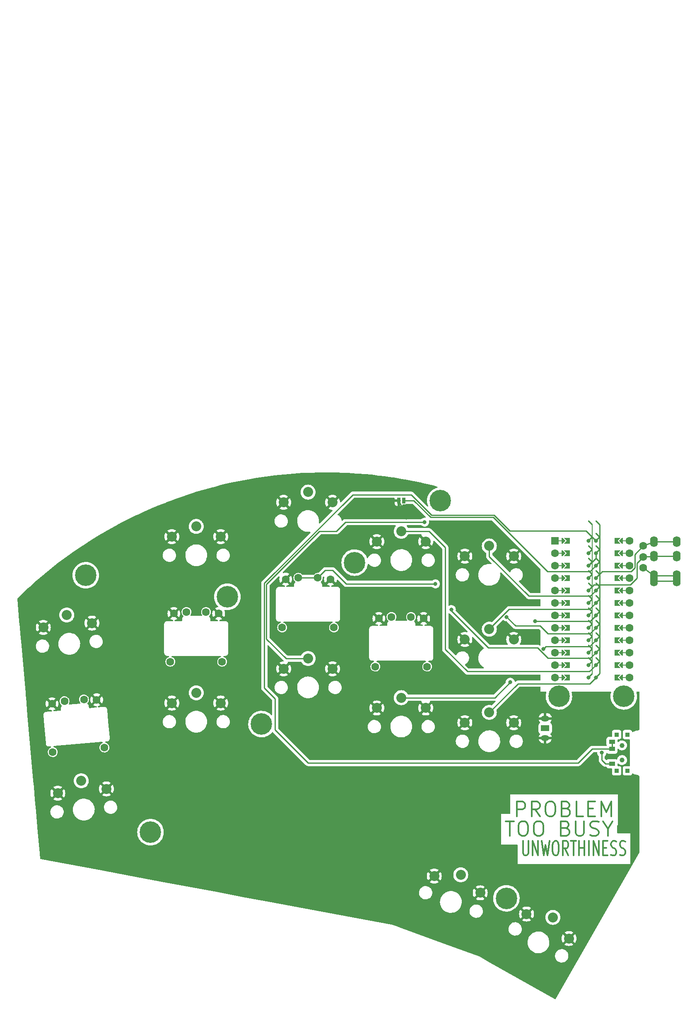
<source format=gtl>
G04 #@! TF.GenerationSoftware,KiCad,Pcbnew,(6.0.4)*
G04 #@! TF.CreationDate,2022-07-01T16:06:35-05:00*
G04 #@! TF.ProjectId,om,6f6d2e6b-6963-4616-945f-706362585858,v1.0.0*
G04 #@! TF.SameCoordinates,Original*
G04 #@! TF.FileFunction,Copper,L1,Top*
G04 #@! TF.FilePolarity,Positive*
%FSLAX46Y46*%
G04 Gerber Fmt 4.6, Leading zero omitted, Abs format (unit mm)*
G04 Created by KiCad (PCBNEW (6.0.4)) date 2022-07-01 16:06:35*
%MOMM*%
%LPD*%
G01*
G04 APERTURE LIST*
G04 Aperture macros list*
%AMFreePoly0*
4,1,6,0.600000,0.200000,0.000000,-0.400000,-0.600000,0.200000,-0.600000,0.400000,0.600000,0.400000,0.600000,0.200000,0.600000,0.200000,$1*%
%AMFreePoly1*
4,1,5,0.125000,-0.500000,-0.125000,-0.500000,-0.125000,0.500000,0.125000,0.500000,0.125000,-0.500000,0.125000,-0.500000,$1*%
%AMFreePoly2*
4,1,49,0.088388,4.152388,0.854389,3.386388,0.867708,3.368551,0.871189,3.365530,0.871982,3.362827,0.875852,3.357644,0.882333,3.327543,0.891000,3.298000,0.891000,0.766000,0.887805,0.743969,0.888131,0.739371,0.886780,0.736898,0.885852,0.730498,0.869154,0.704638,0.854389,0.677612,0.088388,-0.088388,0.064607,-0.106146,0.062500,-0.108253,0.061385,-0.108552,0.059644,-0.109852,
0.043810,-0.113261,0.000000,-0.125000,-0.004774,-0.123721,-0.009154,-0.124664,-0.028953,-0.117242,-0.062500,-0.108253,-0.068237,-0.102516,-0.075052,-0.099961,-0.087614,-0.083139,-0.108253,-0.062500,-0.111178,-0.051584,-0.117161,-0.043572,-0.118539,-0.024114,-0.125000,0.000000,-0.121239,0.014035,-0.122131,0.026629,-0.113759,0.041953,-0.108253,0.062500,-0.095642,0.075111,-0.088388,0.088388,
0.641000,0.817777,0.641000,3.246223,-0.088388,3.975612,-0.109852,4.004356,-0.124664,4.073154,-0.099961,4.139052,-0.043572,4.181161,0.026629,4.186131,0.088388,4.152388,0.088388,4.152388,$1*%
%AMFreePoly3*
4,1,6,0.600000,-0.250000,-0.600000,-0.250000,-0.600000,1.000000,0.000000,0.400000,0.600000,1.000000,0.600000,-0.250000,0.600000,-0.250000,$1*%
%AMFreePoly4*
4,1,49,0.088388,4.152388,0.850389,3.390388,0.863708,3.372551,0.867189,3.369530,0.867982,3.366827,0.871852,3.361644,0.878333,3.331543,0.887000,3.302000,0.887000,0.762000,0.883805,0.739969,0.884131,0.735371,0.882780,0.732898,0.881852,0.726498,0.865154,0.700638,0.850389,0.673612,0.088388,-0.088388,0.064607,-0.106146,0.062500,-0.108253,0.061385,-0.108552,0.059644,-0.109852,
0.043810,-0.113261,0.000000,-0.125000,-0.004774,-0.123721,-0.009154,-0.124664,-0.028953,-0.117242,-0.062500,-0.108253,-0.068237,-0.102516,-0.075052,-0.099961,-0.087614,-0.083139,-0.108253,-0.062500,-0.111178,-0.051584,-0.117161,-0.043572,-0.118539,-0.024114,-0.125000,0.000000,-0.121239,0.014035,-0.122131,0.026629,-0.113759,0.041953,-0.108253,0.062500,-0.095642,0.075111,-0.088388,0.088388,
0.637000,0.813777,0.637000,3.250223,-0.088388,3.975612,-0.109852,4.004356,-0.124664,4.073154,-0.099961,4.139052,-0.043572,4.181161,0.026629,4.186131,0.088388,4.152388,0.088388,4.152388,$1*%
G04 Aperture macros list end*
%ADD10C,0.300000*%
G04 #@! TA.AperFunction,NonConductor*
%ADD11C,0.300000*%
G04 #@! TD*
G04 #@! TA.AperFunction,WasherPad*
%ADD12C,1.000000*%
G04 #@! TD*
G04 #@! TA.AperFunction,SMDPad,CuDef*
%ADD13R,0.900000X0.900000*%
G04 #@! TD*
G04 #@! TA.AperFunction,SMDPad,CuDef*
%ADD14R,1.250000X0.900000*%
G04 #@! TD*
G04 #@! TA.AperFunction,ComponentPad*
%ADD15C,2.032000*%
G04 #@! TD*
G04 #@! TA.AperFunction,ComponentPad*
%ADD16R,1.700000X1.200000*%
G04 #@! TD*
G04 #@! TA.AperFunction,ComponentPad*
%ADD17O,1.700000X1.200000*%
G04 #@! TD*
G04 #@! TA.AperFunction,ComponentPad*
%ADD18C,4.400000*%
G04 #@! TD*
G04 #@! TA.AperFunction,ComponentPad*
%ADD19O,1.600000X2.200000*%
G04 #@! TD*
G04 #@! TA.AperFunction,SMDPad,CuDef*
%ADD20FreePoly0,90.000000*%
G04 #@! TD*
G04 #@! TA.AperFunction,ComponentPad*
%ADD21C,1.600000*%
G04 #@! TD*
G04 #@! TA.AperFunction,SMDPad,CuDef*
%ADD22FreePoly1,270.000000*%
G04 #@! TD*
G04 #@! TA.AperFunction,SMDPad,CuDef*
%ADD23FreePoly0,270.000000*%
G04 #@! TD*
G04 #@! TA.AperFunction,SMDPad,CuDef*
%ADD24FreePoly1,90.000000*%
G04 #@! TD*
G04 #@! TA.AperFunction,ComponentPad*
%ADD25R,1.600000X1.600000*%
G04 #@! TD*
G04 #@! TA.AperFunction,SMDPad,CuDef*
%ADD26FreePoly2,270.000000*%
G04 #@! TD*
G04 #@! TA.AperFunction,ComponentPad*
%ADD27C,0.800000*%
G04 #@! TD*
G04 #@! TA.AperFunction,SMDPad,CuDef*
%ADD28FreePoly3,270.000000*%
G04 #@! TD*
G04 #@! TA.AperFunction,SMDPad,CuDef*
%ADD29FreePoly4,90.000000*%
G04 #@! TD*
G04 #@! TA.AperFunction,SMDPad,CuDef*
%ADD30FreePoly3,90.000000*%
G04 #@! TD*
G04 #@! TA.AperFunction,SMDPad,CuDef*
%ADD31R,0.635000X1.143000*%
G04 #@! TD*
G04 #@! TA.AperFunction,ViaPad*
%ADD32C,0.800000*%
G04 #@! TD*
G04 #@! TA.AperFunction,Conductor*
%ADD33C,0.250000*%
G04 #@! TD*
G04 APERTURE END LIST*
D10*
D11*
X238530447Y-170956449D02*
X240244733Y-170956449D01*
X239387590Y-173956449D02*
X239387590Y-170956449D01*
X241816161Y-170956449D02*
X242387590Y-170956449D01*
X242673304Y-171099307D01*
X242959019Y-171385021D01*
X243101876Y-171956449D01*
X243101876Y-172956449D01*
X242959019Y-173527878D01*
X242673304Y-173813592D01*
X242387590Y-173956449D01*
X241816161Y-173956449D01*
X241530447Y-173813592D01*
X241244733Y-173527878D01*
X241101876Y-172956449D01*
X241101876Y-171956449D01*
X241244733Y-171385021D01*
X241530447Y-171099307D01*
X241816161Y-170956449D01*
X244959019Y-170956449D02*
X245530447Y-170956449D01*
X245816161Y-171099307D01*
X246101876Y-171385021D01*
X246244733Y-171956449D01*
X246244733Y-172956449D01*
X246101876Y-173527878D01*
X245816161Y-173813592D01*
X245530447Y-173956449D01*
X244959019Y-173956449D01*
X244673304Y-173813592D01*
X244387590Y-173527878D01*
X244244733Y-172956449D01*
X244244733Y-171956449D01*
X244387590Y-171385021D01*
X244673304Y-171099307D01*
X244959019Y-170956449D01*
X250816161Y-172385021D02*
X251244733Y-172527878D01*
X251387590Y-172670735D01*
X251530447Y-172956449D01*
X251530447Y-173385021D01*
X251387590Y-173670735D01*
X251244733Y-173813592D01*
X250959019Y-173956449D01*
X249816161Y-173956449D01*
X249816161Y-170956449D01*
X250816161Y-170956449D01*
X251101876Y-171099307D01*
X251244733Y-171242164D01*
X251387590Y-171527878D01*
X251387590Y-171813592D01*
X251244733Y-172099307D01*
X251101876Y-172242164D01*
X250816161Y-172385021D01*
X249816161Y-172385021D01*
X252816161Y-170956449D02*
X252816161Y-173385021D01*
X252959019Y-173670735D01*
X253101876Y-173813592D01*
X253387590Y-173956449D01*
X253959019Y-173956449D01*
X254244733Y-173813592D01*
X254387590Y-173670735D01*
X254530447Y-173385021D01*
X254530447Y-170956449D01*
X255816161Y-173813592D02*
X256244733Y-173956449D01*
X256959019Y-173956449D01*
X257244733Y-173813592D01*
X257387590Y-173670735D01*
X257530447Y-173385021D01*
X257530447Y-173099307D01*
X257387590Y-172813592D01*
X257244733Y-172670735D01*
X256959019Y-172527878D01*
X256387590Y-172385021D01*
X256101876Y-172242164D01*
X255959019Y-172099307D01*
X255816161Y-171813592D01*
X255816161Y-171527878D01*
X255959019Y-171242164D01*
X256101876Y-171099307D01*
X256387590Y-170956449D01*
X257101876Y-170956449D01*
X257530447Y-171099307D01*
X259387590Y-172527878D02*
X259387590Y-173956449D01*
X258387590Y-170956449D02*
X259387590Y-172527878D01*
X260387590Y-170956449D01*
D10*
D11*
X240816161Y-169956449D02*
X240816161Y-166956449D01*
X241959019Y-166956449D01*
X242244733Y-167099307D01*
X242387590Y-167242164D01*
X242530447Y-167527878D01*
X242530447Y-167956449D01*
X242387590Y-168242164D01*
X242244733Y-168385021D01*
X241959019Y-168527878D01*
X240816161Y-168527878D01*
X245530447Y-169956449D02*
X244530447Y-168527878D01*
X243816161Y-169956449D02*
X243816161Y-166956449D01*
X244959019Y-166956449D01*
X245244733Y-167099307D01*
X245387590Y-167242164D01*
X245530447Y-167527878D01*
X245530447Y-167956449D01*
X245387590Y-168242164D01*
X245244733Y-168385021D01*
X244959019Y-168527878D01*
X243816161Y-168527878D01*
X247387590Y-166956449D02*
X247959019Y-166956449D01*
X248244733Y-167099307D01*
X248530447Y-167385021D01*
X248673304Y-167956449D01*
X248673304Y-168956449D01*
X248530447Y-169527878D01*
X248244733Y-169813592D01*
X247959019Y-169956449D01*
X247387590Y-169956449D01*
X247101876Y-169813592D01*
X246816161Y-169527878D01*
X246673304Y-168956449D01*
X246673304Y-167956449D01*
X246816161Y-167385021D01*
X247101876Y-167099307D01*
X247387590Y-166956449D01*
X250959019Y-168385021D02*
X251387590Y-168527878D01*
X251530447Y-168670735D01*
X251673304Y-168956449D01*
X251673304Y-169385021D01*
X251530447Y-169670735D01*
X251387590Y-169813592D01*
X251101876Y-169956449D01*
X249959019Y-169956449D01*
X249959019Y-166956449D01*
X250959019Y-166956449D01*
X251244733Y-167099307D01*
X251387590Y-167242164D01*
X251530447Y-167527878D01*
X251530447Y-167813592D01*
X251387590Y-168099307D01*
X251244733Y-168242164D01*
X250959019Y-168385021D01*
X249959019Y-168385021D01*
X254387590Y-169956449D02*
X252959019Y-169956449D01*
X252959019Y-166956449D01*
X255387590Y-168385021D02*
X256387590Y-168385021D01*
X256816161Y-169956449D02*
X255387590Y-169956449D01*
X255387590Y-166956449D01*
X256816161Y-166956449D01*
X258101876Y-169956449D02*
X258101876Y-166956449D01*
X259101876Y-169099307D01*
X260101876Y-166956449D01*
X260101876Y-169956449D01*
D10*
D11*
X242054257Y-174956449D02*
X242054257Y-177385021D01*
X242144733Y-177670735D01*
X242235209Y-177813592D01*
X242416161Y-177956449D01*
X242778066Y-177956449D01*
X242959019Y-177813592D01*
X243049495Y-177670735D01*
X243139971Y-177385021D01*
X243139971Y-174956449D01*
X244044733Y-177956449D02*
X244044733Y-174956449D01*
X245130447Y-177956449D01*
X245130447Y-174956449D01*
X245854257Y-174956449D02*
X246306638Y-177956449D01*
X246668542Y-175813592D01*
X247030447Y-177956449D01*
X247482828Y-174956449D01*
X248568542Y-174956449D02*
X248930447Y-174956449D01*
X249111399Y-175099307D01*
X249292352Y-175385021D01*
X249382828Y-175956449D01*
X249382828Y-176956449D01*
X249292352Y-177527878D01*
X249111399Y-177813592D01*
X248930447Y-177956449D01*
X248568542Y-177956449D01*
X248387590Y-177813592D01*
X248206638Y-177527878D01*
X248116161Y-176956449D01*
X248116161Y-175956449D01*
X248206638Y-175385021D01*
X248387590Y-175099307D01*
X248568542Y-174956449D01*
X251282828Y-177956449D02*
X250649495Y-176527878D01*
X250197114Y-177956449D02*
X250197114Y-174956449D01*
X250920923Y-174956449D01*
X251101876Y-175099307D01*
X251192352Y-175242164D01*
X251282828Y-175527878D01*
X251282828Y-175956449D01*
X251192352Y-176242164D01*
X251101876Y-176385021D01*
X250920923Y-176527878D01*
X250197114Y-176527878D01*
X251825685Y-174956449D02*
X252911399Y-174956449D01*
X252368542Y-177956449D02*
X252368542Y-174956449D01*
X253544733Y-177956449D02*
X253544733Y-174956449D01*
X253544733Y-176385021D02*
X254630447Y-176385021D01*
X254630447Y-177956449D02*
X254630447Y-174956449D01*
X255535209Y-177956449D02*
X255535209Y-174956449D01*
X256439971Y-177956449D02*
X256439971Y-174956449D01*
X257525685Y-177956449D01*
X257525685Y-174956449D01*
X258430447Y-176385021D02*
X259063780Y-176385021D01*
X259335209Y-177956449D02*
X258430447Y-177956449D01*
X258430447Y-174956449D01*
X259335209Y-174956449D01*
X260059019Y-177813592D02*
X260330447Y-177956449D01*
X260782828Y-177956449D01*
X260963780Y-177813592D01*
X261054257Y-177670735D01*
X261144733Y-177385021D01*
X261144733Y-177099307D01*
X261054257Y-176813592D01*
X260963780Y-176670735D01*
X260782828Y-176527878D01*
X260420923Y-176385021D01*
X260239971Y-176242164D01*
X260149495Y-176099307D01*
X260059019Y-175813592D01*
X260059019Y-175527878D01*
X260149495Y-175242164D01*
X260239971Y-175099307D01*
X260420923Y-174956449D01*
X260873304Y-174956449D01*
X261144733Y-175099307D01*
X261868542Y-177813592D02*
X262139971Y-177956449D01*
X262592352Y-177956449D01*
X262773304Y-177813592D01*
X262863780Y-177670735D01*
X262954257Y-177385021D01*
X262954257Y-177099307D01*
X262863780Y-176813592D01*
X262773304Y-176670735D01*
X262592352Y-176527878D01*
X262230447Y-176385021D01*
X262049495Y-176242164D01*
X261959019Y-176099307D01*
X261868542Y-175813592D01*
X261868542Y-175527878D01*
X261959019Y-175242164D01*
X262049495Y-175099307D01*
X262230447Y-174956449D01*
X262682828Y-174956449D01*
X262954257Y-175099307D01*
D12*
X262310000Y-158460000D03*
D13*
X263410000Y-153260000D03*
D12*
X262310000Y-155460000D03*
D13*
X261210000Y-153260000D03*
X261210000Y-160660000D03*
X263410000Y-160660000D03*
D14*
X260235000Y-159210000D03*
X260235000Y-156210000D03*
X260235000Y-154710000D03*
D15*
X230170000Y-116820000D03*
X240170000Y-116820000D03*
X235170000Y-114720000D03*
X235170000Y-114720000D03*
D16*
X246600000Y-151955000D03*
D17*
X246600000Y-153955000D03*
X246600000Y-149955000D03*
D18*
X207645000Y-118122216D03*
X181622216Y-125095000D03*
X188595000Y-151117784D03*
X238660000Y-186710000D03*
D15*
X143991554Y-131353741D03*
X153953501Y-130482183D03*
X148789500Y-128825953D03*
X148789500Y-128825953D03*
D19*
X273460000Y-121920000D03*
X268860000Y-121920000D03*
X268860000Y-120820000D03*
X273460000Y-120820000D03*
X268860000Y-116820000D03*
X273460000Y-116820000D03*
X268860000Y-113820000D03*
X273460000Y-113820000D03*
D15*
X240170000Y-133820000D03*
X230170000Y-133820000D03*
X235170000Y-131720000D03*
X235170000Y-131720000D03*
D18*
X262660000Y-145460000D03*
D15*
X223920680Y-182165430D03*
X233317607Y-185585632D03*
X229337386Y-181902177D03*
X229337386Y-181902177D03*
D18*
X249410000Y-145460000D03*
D15*
X146954849Y-165224361D03*
X156916796Y-164352803D03*
X151752795Y-162696573D03*
X151752795Y-162696573D03*
X170260000Y-112820000D03*
X180260000Y-112820000D03*
X175260000Y-110720000D03*
X175260000Y-110720000D03*
D20*
X250328000Y-113650000D03*
D21*
X248550000Y-113650000D03*
X263790000Y-113650000D03*
D22*
X262520000Y-141590000D03*
D21*
X263790000Y-121270000D03*
D23*
X262012000Y-139050000D03*
D22*
X262520000Y-139050000D03*
D21*
X263790000Y-131430000D03*
D22*
X262520000Y-133970000D03*
D21*
X263790000Y-139050000D03*
D23*
X262012000Y-116190000D03*
D24*
X249820000Y-136510000D03*
D21*
X248550000Y-118730000D03*
D24*
X249820000Y-133970000D03*
D21*
X263790000Y-123810000D03*
D23*
X262012000Y-121270000D03*
D24*
X249820000Y-128890000D03*
X249820000Y-126350000D03*
X249820000Y-116190000D03*
D20*
X250328000Y-136510000D03*
X250328000Y-131430000D03*
D23*
X262012000Y-123810000D03*
D21*
X248550000Y-126350000D03*
X248550000Y-131430000D03*
D24*
X249820000Y-123810000D03*
D21*
X248550000Y-116190000D03*
X263790000Y-133970000D03*
D23*
X262012000Y-113650000D03*
X262012000Y-136510000D03*
D21*
X263790000Y-128890000D03*
D23*
X262012000Y-141590000D03*
X262012000Y-128890000D03*
X262012000Y-131430000D03*
D22*
X262520000Y-128890000D03*
D21*
X263790000Y-126350000D03*
D24*
X249820000Y-121270000D03*
D25*
X248550000Y-113650000D03*
D23*
X262012000Y-133970000D03*
D20*
X250328000Y-123810000D03*
X250328000Y-118730000D03*
D24*
X249820000Y-131430000D03*
D22*
X262520000Y-118730000D03*
X262520000Y-121270000D03*
D21*
X263790000Y-141590000D03*
D20*
X250328000Y-133970000D03*
D24*
X249820000Y-113650000D03*
D21*
X248550000Y-139050000D03*
D20*
X250328000Y-116190000D03*
D22*
X262520000Y-123810000D03*
D24*
X249820000Y-139050000D03*
D21*
X248550000Y-136510000D03*
X263790000Y-116190000D03*
D22*
X262520000Y-113650000D03*
D21*
X248550000Y-121270000D03*
D23*
X262012000Y-118730000D03*
D20*
X250328000Y-126350000D03*
D21*
X263790000Y-118730000D03*
D24*
X249820000Y-118730000D03*
D22*
X262520000Y-116190000D03*
D20*
X250328000Y-139050000D03*
D22*
X262520000Y-126350000D03*
X262520000Y-131430000D03*
D20*
X250328000Y-141590000D03*
D23*
X262012000Y-126350000D03*
D21*
X248550000Y-133970000D03*
D20*
X250328000Y-128890000D03*
D21*
X248550000Y-128890000D03*
X248550000Y-141590000D03*
D22*
X262520000Y-136510000D03*
D24*
X249820000Y-141590000D03*
D21*
X248550000Y-123810000D03*
D20*
X250328000Y-121270000D03*
D21*
X263790000Y-136510000D03*
D26*
X256932000Y-113650000D03*
D27*
X256932000Y-113650000D03*
D28*
X260996000Y-113650000D03*
D27*
X256932000Y-116190000D03*
D28*
X260996000Y-116190000D03*
D26*
X256932000Y-116190000D03*
D27*
X256932000Y-118730000D03*
D28*
X260996000Y-118730000D03*
D26*
X256932000Y-118730000D03*
D28*
X260996000Y-121270000D03*
D26*
X256932000Y-121270000D03*
D27*
X256932000Y-121270000D03*
X256932000Y-123810000D03*
D26*
X256932000Y-123810000D03*
D28*
X260996000Y-123810000D03*
X260996000Y-126350000D03*
D27*
X256932000Y-126350000D03*
D26*
X256932000Y-126350000D03*
D28*
X260996000Y-128890000D03*
D26*
X256932000Y-128890000D03*
D27*
X256932000Y-128890000D03*
X256932000Y-131430000D03*
D28*
X260996000Y-131430000D03*
D26*
X256932000Y-131430000D03*
D28*
X260996000Y-133970000D03*
D26*
X256932000Y-133970000D03*
D27*
X256932000Y-133970000D03*
D26*
X256932000Y-136510000D03*
D27*
X256932000Y-136510000D03*
D28*
X260996000Y-136510000D03*
D26*
X256932000Y-139050000D03*
D27*
X256932000Y-139050000D03*
D28*
X260996000Y-139050000D03*
X260996000Y-141590000D03*
D26*
X256932000Y-141590000D03*
D27*
X256932000Y-141590000D03*
X255408000Y-141590000D03*
D29*
X255408000Y-141590000D03*
D30*
X251344000Y-141590000D03*
X251344000Y-139050000D03*
D27*
X255408000Y-139050000D03*
D29*
X255408000Y-139050000D03*
X255408000Y-136510000D03*
D27*
X255408000Y-136510000D03*
D30*
X251344000Y-136510000D03*
D29*
X255408000Y-133970000D03*
D27*
X255408000Y-133970000D03*
D30*
X251344000Y-133970000D03*
X251344000Y-131430000D03*
D29*
X255408000Y-131430000D03*
D27*
X255408000Y-131430000D03*
D29*
X255408000Y-128890000D03*
D30*
X251344000Y-128890000D03*
D27*
X255408000Y-128890000D03*
D30*
X251344000Y-126350000D03*
D27*
X255408000Y-126350000D03*
D29*
X255408000Y-126350000D03*
D27*
X255408000Y-123810000D03*
D29*
X255408000Y-123810000D03*
D30*
X251344000Y-123810000D03*
D29*
X255408000Y-121270000D03*
D27*
X255408000Y-121270000D03*
D30*
X251344000Y-121270000D03*
X251344000Y-118730000D03*
D29*
X255408000Y-118730000D03*
D27*
X255408000Y-118730000D03*
D30*
X251344000Y-116190000D03*
D27*
X255408000Y-116190000D03*
D29*
X255408000Y-116190000D03*
X255408000Y-113650000D03*
D30*
X251344000Y-113650000D03*
D27*
X255408000Y-113650000D03*
D21*
X179840000Y-128520000D03*
X170680000Y-128520000D03*
X177260000Y-128220000D03*
X173260000Y-128220000D03*
X169960000Y-138370000D03*
X180560000Y-138370000D03*
D15*
X230170000Y-150820000D03*
X240170000Y-150820000D03*
X235170000Y-148720000D03*
X235170000Y-148720000D03*
D18*
X225160000Y-105460000D03*
D15*
X251447090Y-194919173D03*
X242786836Y-189919173D03*
X248166963Y-190600520D03*
X248166963Y-190600520D03*
D21*
X221750000Y-129520000D03*
X212590000Y-129520000D03*
X215170000Y-129220000D03*
X219170000Y-129220000D03*
X211870000Y-139370000D03*
X222470000Y-139370000D03*
D18*
X165910000Y-173210000D03*
D21*
X266660000Y-116960000D03*
D15*
X212170000Y-113820000D03*
X222170000Y-113820000D03*
X217170000Y-111720000D03*
X217170000Y-111720000D03*
D21*
X202700000Y-121520000D03*
X193540000Y-121520000D03*
X196120000Y-121220000D03*
X200120000Y-121220000D03*
X192820000Y-131370000D03*
X203420000Y-131370000D03*
X266660000Y-114710000D03*
D15*
X203120000Y-105820000D03*
X193120000Y-105820000D03*
X198120000Y-103720000D03*
X198120000Y-103720000D03*
X212170000Y-147820000D03*
X222170000Y-147820000D03*
X217170000Y-145720000D03*
X217170000Y-145720000D03*
D21*
X266660000Y-119210000D03*
X154903443Y-146159046D03*
X145778300Y-146957392D03*
X148322336Y-146433672D03*
X152307114Y-146085049D03*
X145919524Y-156832662D03*
X156479188Y-155908811D03*
D18*
X152660000Y-120710000D03*
D15*
X180260000Y-146820000D03*
X170260000Y-146820000D03*
X175260000Y-144720000D03*
X175260000Y-144720000D03*
D31*
X216659620Y-105460000D03*
X217660380Y-105460000D03*
D15*
X203120000Y-139820000D03*
X193120000Y-139820000D03*
X198120000Y-137720000D03*
X198120000Y-137720000D03*
D12*
X262297500Y-158460000D03*
X262297500Y-155460000D03*
D32*
X243360000Y-120010000D03*
X216660000Y-105460000D03*
X218160000Y-108960000D03*
X221960000Y-109860000D03*
X244560000Y-130060000D03*
X224160000Y-122460000D03*
X238707300Y-129207300D03*
X246260000Y-135735402D03*
X239447701Y-142547701D03*
X227410000Y-127710000D03*
X260235000Y-156210000D03*
X258160000Y-156960000D03*
D33*
X273460000Y-121920000D02*
X268860000Y-121920000D01*
X216660000Y-105460000D02*
X218160000Y-108960000D01*
X268860000Y-120820000D02*
X266660000Y-119210000D01*
X268860000Y-120820000D02*
X273460000Y-120820000D01*
X256932000Y-116190000D02*
X256932000Y-117206000D01*
X256932000Y-117206000D02*
X255408000Y-118730000D01*
X198120000Y-137720000D02*
X193619520Y-137720000D01*
X193619520Y-137720000D02*
X189609520Y-133710000D01*
X189609520Y-133710000D02*
X189609520Y-122533190D01*
X203910000Y-111710000D02*
X205760000Y-109860000D01*
X200432710Y-111710000D02*
X203910000Y-111710000D01*
X189609520Y-122533190D02*
X200432710Y-111710000D01*
X205760000Y-109860000D02*
X221960000Y-109860000D01*
X255762000Y-130060000D02*
X256932000Y-128890000D01*
X244560000Y-130060000D02*
X255762000Y-130060000D01*
X200120000Y-121220000D02*
X201630000Y-119710000D01*
X201630000Y-119710000D02*
X203160000Y-119710000D01*
X200120000Y-121220000D02*
X196120000Y-121220000D01*
X224160000Y-122460000D02*
X205910000Y-122460000D01*
X205910000Y-122460000D02*
X203160000Y-119710000D01*
X256932000Y-131430000D02*
X255702000Y-132660000D01*
X247160000Y-132660000D02*
X245560000Y-131060000D01*
X245560000Y-131060000D02*
X240560000Y-131060000D01*
X240560000Y-131060000D02*
X238707300Y-129207300D01*
X255702000Y-132660000D02*
X247160000Y-132660000D01*
X246696922Y-135298480D02*
X246260000Y-135735402D01*
X239447701Y-142547701D02*
X236275402Y-145720000D01*
X247198480Y-135298480D02*
X246696922Y-135298480D01*
X253321520Y-135298480D02*
X247198480Y-135298480D01*
X236275402Y-145720000D02*
X217170000Y-145720000D01*
X255603520Y-135298480D02*
X253321520Y-135298480D01*
X256932000Y-133970000D02*
X255603520Y-135298480D01*
X247160000Y-137660000D02*
X245030979Y-135530979D01*
X234980979Y-135530979D02*
X227410000Y-127960000D01*
X256932000Y-136510000D02*
X255782000Y-137660000D01*
X255782000Y-137660000D02*
X251960000Y-137660000D01*
X245030979Y-135530979D02*
X234980979Y-135530979D01*
X251960000Y-137660000D02*
X247160000Y-137660000D01*
X227410000Y-127960000D02*
X227410000Y-127710000D01*
X222820000Y-111720000D02*
X217170000Y-111720000D01*
X255603520Y-140378480D02*
X230695472Y-140378480D01*
X230695472Y-140378480D02*
X226160000Y-135843008D01*
X256932000Y-139050000D02*
X255603520Y-140378480D01*
X226160000Y-135843008D02*
X226160000Y-115060000D01*
X226160000Y-115060000D02*
X222820000Y-111720000D01*
X255662000Y-142860000D02*
X256932000Y-141590000D01*
X235170000Y-148720000D02*
X241030000Y-142860000D01*
X241030000Y-142860000D02*
X255662000Y-142860000D01*
X235170000Y-131720000D02*
X239230000Y-127660000D01*
X239230000Y-127660000D02*
X247160000Y-127660000D01*
X247160000Y-127660000D02*
X247178480Y-127678480D01*
X255603520Y-127678480D02*
X256932000Y-126350000D01*
X247178480Y-127678480D02*
X255603520Y-127678480D01*
X255782000Y-124960000D02*
X256932000Y-123810000D01*
X235170000Y-116853008D02*
X243276992Y-124960000D01*
X243276992Y-124960000D02*
X255782000Y-124960000D01*
X235170000Y-114720000D02*
X235170000Y-116853008D01*
X260235000Y-156210000D02*
X260235000Y-154710000D01*
X189160000Y-122346992D02*
X207246992Y-104260000D01*
X256210000Y-156210000D02*
X253360000Y-159060000D01*
X254942000Y-111660000D02*
X256932000Y-113650000D01*
X239395718Y-111660000D02*
X254942000Y-111660000D01*
X236146198Y-108410480D02*
X239395718Y-111660000D01*
X219195718Y-104260000D02*
X223346198Y-108410480D01*
X191394579Y-145944579D02*
X189160000Y-143710000D01*
X191394579Y-152294579D02*
X191394579Y-145944579D01*
X253360000Y-159060000D02*
X198160000Y-159060000D01*
X207246992Y-104260000D02*
X219195718Y-104260000D01*
X189160000Y-143710000D02*
X189160000Y-122346992D01*
X260235000Y-156210000D02*
X256210000Y-156210000D01*
X198160000Y-159060000D02*
X191394579Y-152294579D01*
X223346198Y-108410480D02*
X236146198Y-108410480D01*
X219760000Y-105460000D02*
X217660380Y-105460000D01*
X255702000Y-119960000D02*
X247060000Y-119960000D01*
X256932000Y-118730000D02*
X255702000Y-119960000D01*
X235960000Y-108860000D02*
X223160000Y-108860000D01*
X247060000Y-119960000D02*
X235960000Y-108860000D01*
X223160000Y-108860000D02*
X219760000Y-105460000D01*
X264914511Y-116455489D02*
X266660000Y-114710000D01*
X264914511Y-119195789D02*
X264914511Y-116455489D01*
X258256480Y-119945520D02*
X264164780Y-119945520D01*
X273460000Y-113820000D02*
X268860000Y-113820000D01*
X256932000Y-121270000D02*
X258256480Y-119945520D01*
X268860000Y-113820000D02*
X266660000Y-114710000D01*
X264164780Y-119945520D02*
X264914511Y-119195789D01*
X268860000Y-116820000D02*
X266660000Y-116960000D01*
X268860000Y-116820000D02*
X273460000Y-116820000D01*
X263990300Y-122660000D02*
X256558000Y-122660000D01*
X266660000Y-116960000D02*
X265364031Y-118255969D01*
X256558000Y-122660000D02*
X255408000Y-123810000D01*
X265364031Y-121286269D02*
X263990300Y-122660000D01*
X265364031Y-118255969D02*
X265364031Y-121286269D01*
X258160000Y-156960000D02*
X258160000Y-158460000D01*
X258160000Y-158460000D02*
X258910000Y-159210000D01*
X258910000Y-159210000D02*
X260235000Y-159210000D01*
G04 #@! TA.AperFunction,Conductor*
G36*
X202535108Y-99694290D02*
G01*
X203362038Y-99709393D01*
X204397926Y-99728313D01*
X204400527Y-99728387D01*
X204741598Y-99741665D01*
X206262330Y-99800868D01*
X206264851Y-99800992D01*
X207211051Y-99857414D01*
X208124762Y-99911899D01*
X208127357Y-99912081D01*
X209984491Y-100061360D01*
X209987082Y-100061595D01*
X211840805Y-100249193D01*
X211843395Y-100249482D01*
X213692840Y-100475314D01*
X213695327Y-100475644D01*
X215345551Y-100711825D01*
X215539723Y-100739615D01*
X215542295Y-100740010D01*
X217380860Y-101042008D01*
X217383338Y-101042442D01*
X218474824Y-101244955D01*
X219215282Y-101382340D01*
X219217835Y-101382841D01*
X220244159Y-101595273D01*
X221042360Y-101760488D01*
X221044860Y-101761032D01*
X221674937Y-101905077D01*
X222861162Y-102176264D01*
X222863692Y-102176870D01*
X223595097Y-102360048D01*
X224496974Y-102585921D01*
X224558193Y-102621872D01*
X224590258Y-102685216D01*
X224582987Y-102755839D01*
X224538688Y-102811320D01*
X224503096Y-102828671D01*
X224217804Y-102915622D01*
X224217796Y-102915625D01*
X224214167Y-102916731D01*
X223915477Y-103048781D01*
X223806144Y-103113827D01*
X223638074Y-103213817D01*
X223638068Y-103213821D01*
X223634814Y-103215757D01*
X223631812Y-103218073D01*
X223423306Y-103378935D01*
X223376244Y-103415243D01*
X223308217Y-103482210D01*
X223146379Y-103641526D01*
X223143513Y-103644347D01*
X223141149Y-103647314D01*
X223141146Y-103647317D01*
X223015482Y-103805016D01*
X222939991Y-103899751D01*
X222768626Y-104177757D01*
X222722226Y-104278406D01*
X222657656Y-104418472D01*
X222631902Y-104474336D01*
X222630741Y-104477940D01*
X222630741Y-104477941D01*
X222622196Y-104504477D01*
X222531797Y-104785192D01*
X222531079Y-104788903D01*
X222531078Y-104788907D01*
X222470482Y-105102105D01*
X222470481Y-105102114D01*
X222469763Y-105105824D01*
X222469496Y-105109600D01*
X222469495Y-105109605D01*
X222447525Y-105419906D01*
X222446698Y-105431585D01*
X222446887Y-105435377D01*
X222462308Y-105745137D01*
X222462936Y-105757759D01*
X222463577Y-105761490D01*
X222463578Y-105761498D01*
X222515550Y-106063956D01*
X222518241Y-106079619D01*
X222519329Y-106083258D01*
X222519330Y-106083261D01*
X222580437Y-106287586D01*
X222611814Y-106392504D01*
X222613327Y-106395975D01*
X222613329Y-106395981D01*
X222645536Y-106469875D01*
X222654417Y-106540314D01*
X222623806Y-106604373D01*
X222563422Y-106641713D01*
X222492436Y-106640479D01*
X222440935Y-106609313D01*
X221650491Y-105818868D01*
X219699370Y-103867747D01*
X219691830Y-103859461D01*
X219687718Y-103852982D01*
X219638066Y-103806356D01*
X219635225Y-103803602D01*
X219615488Y-103783865D01*
X219612291Y-103781385D01*
X219603269Y-103773680D01*
X219589834Y-103761064D01*
X219571039Y-103743414D01*
X219564093Y-103739595D01*
X219564090Y-103739593D01*
X219553284Y-103733652D01*
X219536765Y-103722801D01*
X219533154Y-103720000D01*
X219520759Y-103710386D01*
X219513490Y-103707241D01*
X219513486Y-103707238D01*
X219480181Y-103692826D01*
X219469531Y-103687609D01*
X219430778Y-103666305D01*
X219411155Y-103661267D01*
X219392452Y-103654863D01*
X219381138Y-103649967D01*
X219381137Y-103649967D01*
X219373863Y-103646819D01*
X219366040Y-103645580D01*
X219366030Y-103645577D01*
X219330194Y-103639901D01*
X219318574Y-103637495D01*
X219283429Y-103628472D01*
X219283428Y-103628472D01*
X219275748Y-103626500D01*
X219255494Y-103626500D01*
X219235783Y-103624949D01*
X219233252Y-103624548D01*
X219215775Y-103621780D01*
X219207883Y-103622526D01*
X219171757Y-103625941D01*
X219159899Y-103626500D01*
X207325755Y-103626500D01*
X207314571Y-103625973D01*
X207307083Y-103624299D01*
X207299160Y-103624548D01*
X207239025Y-103626438D01*
X207235067Y-103626500D01*
X207207136Y-103626500D01*
X207203221Y-103626995D01*
X207203217Y-103626995D01*
X207203159Y-103627003D01*
X207203130Y-103627006D01*
X207191288Y-103627939D01*
X207147102Y-103629327D01*
X207129736Y-103634372D01*
X207127650Y-103634978D01*
X207108298Y-103638986D01*
X207096060Y-103640532D01*
X207096058Y-103640533D01*
X207088195Y-103641526D01*
X207047078Y-103657806D01*
X207035877Y-103661641D01*
X206993398Y-103673982D01*
X206986579Y-103678015D01*
X206986574Y-103678017D01*
X206975963Y-103684293D01*
X206958213Y-103692990D01*
X206939375Y-103700448D01*
X206932959Y-103705109D01*
X206932958Y-103705110D01*
X206903617Y-103726428D01*
X206893693Y-103732947D01*
X206862452Y-103751422D01*
X206862447Y-103751426D01*
X206855629Y-103755458D01*
X206841305Y-103769782D01*
X206826273Y-103782621D01*
X206809885Y-103794528D01*
X206781704Y-103828593D01*
X206773714Y-103837373D01*
X204852364Y-105758723D01*
X204790052Y-105792749D01*
X204719237Y-105787684D01*
X204662401Y-105745137D01*
X204637657Y-105679515D01*
X204630280Y-105585790D01*
X204628737Y-105576044D01*
X204575047Y-105352414D01*
X204571998Y-105343029D01*
X204483988Y-105130553D01*
X204479507Y-105121759D01*
X204374203Y-104949917D01*
X204363747Y-104940457D01*
X204354969Y-104944241D01*
X202247284Y-107051926D01*
X202240524Y-107064306D01*
X202246251Y-107071956D01*
X202421759Y-107179507D01*
X202430553Y-107183988D01*
X202643029Y-107271998D01*
X202652414Y-107275047D01*
X202876044Y-107328737D01*
X202885790Y-107330280D01*
X202979515Y-107337657D01*
X203045856Y-107362943D01*
X203087995Y-107420081D01*
X203092554Y-107490931D01*
X203058723Y-107552364D01*
X200528734Y-110082353D01*
X200466422Y-110116379D01*
X200395607Y-110111314D01*
X200338771Y-110068767D01*
X200313960Y-110002247D01*
X200315630Y-109970945D01*
X200318196Y-109956688D01*
X200334090Y-109868350D01*
X200334470Y-109860000D01*
X200347297Y-109577511D01*
X200347297Y-109577506D01*
X200347486Y-109573341D01*
X200345946Y-109555732D01*
X200322112Y-109283312D01*
X200321748Y-109279151D01*
X200320099Y-109271772D01*
X200258240Y-108995028D01*
X200258238Y-108995021D01*
X200257328Y-108990950D01*
X200155356Y-108713801D01*
X200119578Y-108645941D01*
X200065250Y-108542900D01*
X200017626Y-108452573D01*
X199950536Y-108358168D01*
X199848981Y-108215265D01*
X199848976Y-108215259D01*
X199846557Y-108211855D01*
X199843713Y-108208805D01*
X199843708Y-108208799D01*
X199648000Y-107998928D01*
X199645154Y-107995876D01*
X199416955Y-107808432D01*
X199165971Y-107652815D01*
X198896610Y-107531759D01*
X198686561Y-107469141D01*
X198617604Y-107448584D01*
X198617602Y-107448584D01*
X198613605Y-107447392D01*
X198609485Y-107446739D01*
X198609483Y-107446739D01*
X198325408Y-107401745D01*
X198325402Y-107401744D01*
X198321927Y-107401194D01*
X198297368Y-107400079D01*
X198230983Y-107397064D01*
X198230962Y-107397064D01*
X198229563Y-107397000D01*
X198045099Y-107397000D01*
X197825336Y-107411597D01*
X197821237Y-107412423D01*
X197821233Y-107412424D01*
X197712725Y-107434303D01*
X197535849Y-107469967D01*
X197256625Y-107566112D01*
X197232314Y-107578286D01*
X197083483Y-107652815D01*
X196992569Y-107698341D01*
X196748322Y-107864332D01*
X196528173Y-108061168D01*
X196525456Y-108064338D01*
X196525455Y-108064339D01*
X196340133Y-108280558D01*
X196335991Y-108285390D01*
X196333717Y-108288892D01*
X196333713Y-108288897D01*
X196197260Y-108499016D01*
X196175151Y-108533061D01*
X196173357Y-108536839D01*
X196173356Y-108536841D01*
X196163908Y-108556738D01*
X196048481Y-108799828D01*
X196047202Y-108803811D01*
X196047201Y-108803814D01*
X195962959Y-109066197D01*
X195958205Y-109081004D01*
X195952661Y-109111815D01*
X195906788Y-109366772D01*
X195905910Y-109371650D01*
X195905721Y-109375817D01*
X195905720Y-109375824D01*
X195892703Y-109662489D01*
X195892514Y-109666659D01*
X195892877Y-109670807D01*
X195892877Y-109670811D01*
X195894517Y-109689553D01*
X195918252Y-109960849D01*
X195919162Y-109964921D01*
X195919163Y-109964926D01*
X195981292Y-110242874D01*
X195982672Y-110249050D01*
X196084644Y-110526199D01*
X196086591Y-110529892D01*
X196086592Y-110529894D01*
X196122549Y-110598092D01*
X196222374Y-110787427D01*
X196224794Y-110790832D01*
X196391019Y-111024735D01*
X196391024Y-111024741D01*
X196393443Y-111028145D01*
X196396287Y-111031195D01*
X196396292Y-111031201D01*
X196538654Y-111183865D01*
X196594846Y-111244124D01*
X196823045Y-111431568D01*
X197074029Y-111587185D01*
X197077846Y-111588901D01*
X197077849Y-111588902D01*
X197135083Y-111614624D01*
X197343390Y-111708241D01*
X197626395Y-111792608D01*
X197630515Y-111793261D01*
X197630517Y-111793261D01*
X197914592Y-111838255D01*
X197914598Y-111838256D01*
X197918073Y-111838806D01*
X197942632Y-111839921D01*
X198009017Y-111842936D01*
X198009038Y-111842936D01*
X198010437Y-111843000D01*
X198194901Y-111843000D01*
X198414664Y-111828403D01*
X198466535Y-111817944D01*
X198537265Y-111824087D01*
X198593446Y-111867494D01*
X198617240Y-111934385D01*
X198601094Y-112003521D01*
X198580534Y-112030553D01*
X188767747Y-121843340D01*
X188759461Y-121850880D01*
X188752982Y-121854992D01*
X188706442Y-121904553D01*
X188706357Y-121904643D01*
X188703602Y-121907485D01*
X188683865Y-121927222D01*
X188681385Y-121930419D01*
X188673682Y-121939439D01*
X188643414Y-121971671D01*
X188639595Y-121978617D01*
X188639593Y-121978620D01*
X188633652Y-121989426D01*
X188622801Y-122005945D01*
X188610386Y-122021951D01*
X188607241Y-122029220D01*
X188607238Y-122029224D01*
X188592826Y-122062529D01*
X188587609Y-122073179D01*
X188566305Y-122111932D01*
X188564334Y-122119607D01*
X188564334Y-122119608D01*
X188561267Y-122131554D01*
X188554863Y-122150258D01*
X188546819Y-122168847D01*
X188545580Y-122176670D01*
X188545577Y-122176680D01*
X188539901Y-122212516D01*
X188537495Y-122224136D01*
X188528737Y-122258250D01*
X188526500Y-122266962D01*
X188526500Y-122287216D01*
X188524949Y-122306926D01*
X188521780Y-122326935D01*
X188522526Y-122334827D01*
X188525941Y-122370953D01*
X188526500Y-122382811D01*
X188526500Y-143631233D01*
X188525973Y-143642416D01*
X188524298Y-143649909D01*
X188524547Y-143657835D01*
X188524547Y-143657836D01*
X188526438Y-143717986D01*
X188526500Y-143721945D01*
X188526500Y-143749856D01*
X188526997Y-143753790D01*
X188526997Y-143753791D01*
X188527005Y-143753856D01*
X188527938Y-143765693D01*
X188529327Y-143809889D01*
X188534978Y-143829339D01*
X188538987Y-143848700D01*
X188541526Y-143868797D01*
X188544445Y-143876168D01*
X188544445Y-143876170D01*
X188557804Y-143909912D01*
X188561649Y-143921142D01*
X188573982Y-143963593D01*
X188578015Y-143970412D01*
X188578017Y-143970417D01*
X188584293Y-143981028D01*
X188592988Y-143998776D01*
X188600448Y-144017617D01*
X188605110Y-144024033D01*
X188605110Y-144024034D01*
X188626436Y-144053387D01*
X188632952Y-144063307D01*
X188655458Y-144101362D01*
X188669779Y-144115683D01*
X188682619Y-144130716D01*
X188694528Y-144147107D01*
X188713719Y-144162983D01*
X188728605Y-144175298D01*
X188737384Y-144183288D01*
X190724174Y-146170079D01*
X190758200Y-146232391D01*
X190761079Y-146259174D01*
X190761079Y-149149402D01*
X190741077Y-149217523D01*
X190687421Y-149264016D01*
X190617147Y-149274120D01*
X190552567Y-149244626D01*
X190545751Y-149238264D01*
X190525119Y-149217523D01*
X190400070Y-149091818D01*
X190143603Y-148889636D01*
X189864705Y-148719729D01*
X189861261Y-148718163D01*
X189861257Y-148718161D01*
X189692794Y-148641566D01*
X189567414Y-148584559D01*
X189256037Y-148486084D01*
X189038492Y-148445174D01*
X188938809Y-148426429D01*
X188938807Y-148426429D01*
X188935086Y-148425729D01*
X188609208Y-148404370D01*
X188605428Y-148404578D01*
X188605427Y-148404578D01*
X188514922Y-148409559D01*
X188283124Y-148422316D01*
X188279397Y-148422977D01*
X188279393Y-148422977D01*
X188145317Y-148446739D01*
X187961557Y-148479306D01*
X187957941Y-148480408D01*
X187957933Y-148480410D01*
X187681197Y-148564753D01*
X187649167Y-148574515D01*
X187350477Y-148706565D01*
X187327895Y-148720000D01*
X187073074Y-148871601D01*
X187073068Y-148871605D01*
X187069814Y-148873541D01*
X187066812Y-148875857D01*
X186823273Y-149063747D01*
X186811244Y-149073027D01*
X186733660Y-149149402D01*
X186589135Y-149291675D01*
X186578513Y-149302131D01*
X186576149Y-149305098D01*
X186576146Y-149305101D01*
X186391481Y-149536841D01*
X186374991Y-149557535D01*
X186203626Y-149835541D01*
X186202037Y-149838988D01*
X186089759Y-150082540D01*
X186066902Y-150132120D01*
X185966797Y-150442976D01*
X185966079Y-150446687D01*
X185966078Y-150446691D01*
X185905482Y-150759889D01*
X185905481Y-150759898D01*
X185904763Y-150763608D01*
X185904496Y-150767384D01*
X185904495Y-150767389D01*
X185881966Y-151085580D01*
X185881698Y-151089369D01*
X185886808Y-151192022D01*
X185895959Y-151375824D01*
X185897936Y-151415543D01*
X185898577Y-151419274D01*
X185898578Y-151419282D01*
X185948610Y-151710449D01*
X185953241Y-151737403D01*
X185954329Y-151741042D01*
X185954330Y-151741045D01*
X186041397Y-152032174D01*
X186046814Y-152050288D01*
X186048327Y-152053759D01*
X186048329Y-152053765D01*
X186105087Y-152183988D01*
X186177297Y-152349665D01*
X186179220Y-152352936D01*
X186179222Y-152352940D01*
X186235917Y-152449381D01*
X186342802Y-152631198D01*
X186345103Y-152634213D01*
X186538631Y-152887796D01*
X186538636Y-152887801D01*
X186540931Y-152890809D01*
X186557868Y-152908195D01*
X186704175Y-153058383D01*
X186768814Y-153124737D01*
X186841635Y-153183391D01*
X187020196Y-153327215D01*
X187020201Y-153327219D01*
X187023149Y-153329593D01*
X187300253Y-153502411D01*
X187596112Y-153640687D01*
X187599721Y-153641870D01*
X187899412Y-153740114D01*
X187906440Y-153742418D01*
X188226742Y-153806130D01*
X188230514Y-153806417D01*
X188230522Y-153806418D01*
X188548602Y-153830613D01*
X188548607Y-153830613D01*
X188552379Y-153830900D01*
X188878633Y-153816370D01*
X188888240Y-153814771D01*
X189197037Y-153763374D01*
X189197042Y-153763373D01*
X189200778Y-153762751D01*
X189514149Y-153670818D01*
X189517616Y-153669328D01*
X189517620Y-153669327D01*
X189810721Y-153543400D01*
X189810723Y-153543399D01*
X189814205Y-153541903D01*
X190096601Y-153377875D01*
X190357245Y-153181108D01*
X190515920Y-153028145D01*
X190589632Y-152957087D01*
X190589635Y-152957084D01*
X190592363Y-152954454D01*
X190594757Y-152951513D01*
X190594762Y-152951508D01*
X190756080Y-152753359D01*
X190814599Y-152713160D01*
X190885562Y-152710980D01*
X190934106Y-152735823D01*
X190963182Y-152759876D01*
X190971963Y-152767867D01*
X197656343Y-159452247D01*
X197663887Y-159460537D01*
X197668000Y-159467018D01*
X197673777Y-159472443D01*
X197717667Y-159513658D01*
X197720509Y-159516413D01*
X197740230Y-159536134D01*
X197743354Y-159538557D01*
X197743358Y-159538561D01*
X197743423Y-159538611D01*
X197752443Y-159546316D01*
X197784679Y-159576586D01*
X197802431Y-159586345D01*
X197818953Y-159597198D01*
X197834959Y-159609614D01*
X197842237Y-159612764D01*
X197842238Y-159612764D01*
X197875537Y-159627174D01*
X197886187Y-159632391D01*
X197924940Y-159653695D01*
X197932615Y-159655666D01*
X197932616Y-159655666D01*
X197944562Y-159658733D01*
X197963267Y-159665137D01*
X197981855Y-159673181D01*
X197989678Y-159674420D01*
X197989688Y-159674423D01*
X198025524Y-159680099D01*
X198037144Y-159682505D01*
X198068959Y-159690673D01*
X198079970Y-159693500D01*
X198100224Y-159693500D01*
X198119934Y-159695051D01*
X198139943Y-159698220D01*
X198147835Y-159697474D01*
X198166580Y-159695702D01*
X198183962Y-159694059D01*
X198195819Y-159693500D01*
X253281233Y-159693500D01*
X253292416Y-159694027D01*
X253299909Y-159695702D01*
X253307835Y-159695453D01*
X253307836Y-159695453D01*
X253367986Y-159693562D01*
X253371945Y-159693500D01*
X253399856Y-159693500D01*
X253403791Y-159693003D01*
X253403856Y-159692995D01*
X253415693Y-159692062D01*
X253447951Y-159691048D01*
X253451970Y-159690922D01*
X253459889Y-159690673D01*
X253479343Y-159685021D01*
X253498700Y-159681013D01*
X253510930Y-159679468D01*
X253510931Y-159679468D01*
X253518797Y-159678474D01*
X253526168Y-159675555D01*
X253526170Y-159675555D01*
X253559912Y-159662196D01*
X253571142Y-159658351D01*
X253605983Y-159648229D01*
X253605984Y-159648229D01*
X253613593Y-159646018D01*
X253620412Y-159641985D01*
X253620417Y-159641983D01*
X253631028Y-159635707D01*
X253648776Y-159627012D01*
X253667617Y-159619552D01*
X253703387Y-159593564D01*
X253713307Y-159587048D01*
X253744535Y-159568580D01*
X253744538Y-159568578D01*
X253751362Y-159564542D01*
X253765683Y-159550221D01*
X253780717Y-159537380D01*
X253790694Y-159530131D01*
X253797107Y-159525472D01*
X253825298Y-159491395D01*
X253833288Y-159482616D01*
X256435499Y-156880405D01*
X256497811Y-156846379D01*
X256524594Y-156843500D01*
X257121186Y-156843500D01*
X257189307Y-156863502D01*
X257235800Y-156917158D01*
X257245150Y-156960141D01*
X257246496Y-156960000D01*
X257266458Y-157149928D01*
X257325473Y-157331556D01*
X257420960Y-157496944D01*
X257494137Y-157578215D01*
X257524853Y-157642221D01*
X257526500Y-157662524D01*
X257526500Y-158381233D01*
X257525973Y-158392416D01*
X257524298Y-158399909D01*
X257524547Y-158407835D01*
X257524547Y-158407836D01*
X257526438Y-158467986D01*
X257526500Y-158471945D01*
X257526500Y-158499856D01*
X257526997Y-158503790D01*
X257526997Y-158503791D01*
X257527005Y-158503856D01*
X257527938Y-158515693D01*
X257529327Y-158559889D01*
X257534978Y-158579339D01*
X257538987Y-158598700D01*
X257541526Y-158618797D01*
X257544445Y-158626168D01*
X257544445Y-158626170D01*
X257557804Y-158659912D01*
X257561649Y-158671142D01*
X257573982Y-158713593D01*
X257578015Y-158720412D01*
X257578017Y-158720417D01*
X257584293Y-158731028D01*
X257592988Y-158748776D01*
X257600448Y-158767617D01*
X257605110Y-158774033D01*
X257605110Y-158774034D01*
X257626436Y-158803387D01*
X257632952Y-158813307D01*
X257655458Y-158851362D01*
X257669779Y-158865683D01*
X257682619Y-158880716D01*
X257694528Y-158897107D01*
X257700634Y-158902158D01*
X257728605Y-158925298D01*
X257737384Y-158933288D01*
X258406343Y-159602247D01*
X258413887Y-159610537D01*
X258418000Y-159617018D01*
X258423777Y-159622443D01*
X258467667Y-159663658D01*
X258470509Y-159666413D01*
X258490230Y-159686134D01*
X258493425Y-159688612D01*
X258502447Y-159696318D01*
X258534679Y-159726586D01*
X258541628Y-159730406D01*
X258552432Y-159736346D01*
X258568956Y-159747199D01*
X258584959Y-159759613D01*
X258625543Y-159777176D01*
X258636173Y-159782383D01*
X258674940Y-159803695D01*
X258682617Y-159805666D01*
X258682622Y-159805668D01*
X258694558Y-159808732D01*
X258713266Y-159815137D01*
X258731855Y-159823181D01*
X258739683Y-159824421D01*
X258739690Y-159824423D01*
X258775524Y-159830099D01*
X258787144Y-159832505D01*
X258821627Y-159841358D01*
X258829970Y-159843500D01*
X258850224Y-159843500D01*
X258869934Y-159845051D01*
X258889943Y-159848220D01*
X258897835Y-159847474D01*
X258933961Y-159844059D01*
X258945819Y-159843500D01*
X259051567Y-159843500D01*
X259119688Y-159863502D01*
X259159000Y-159905678D01*
X259159385Y-159906705D01*
X259246739Y-160023261D01*
X259363295Y-160110615D01*
X259499684Y-160161745D01*
X259561866Y-160168500D01*
X260125500Y-160168500D01*
X260193621Y-160188502D01*
X260240114Y-160242158D01*
X260251500Y-160294500D01*
X260251500Y-161158134D01*
X260258255Y-161220316D01*
X260309385Y-161356705D01*
X260396739Y-161473261D01*
X260513295Y-161560615D01*
X260649684Y-161611745D01*
X260711866Y-161618500D01*
X261708134Y-161618500D01*
X261770316Y-161611745D01*
X261906705Y-161560615D01*
X262023261Y-161473261D01*
X262110615Y-161356705D01*
X262161745Y-161220316D01*
X262168500Y-161158134D01*
X262168500Y-160161866D01*
X262161745Y-160099684D01*
X262110615Y-159963295D01*
X262023261Y-159846739D01*
X261906705Y-159759385D01*
X261770316Y-159708255D01*
X261708134Y-159701500D01*
X261494500Y-159701500D01*
X261426379Y-159681498D01*
X261379886Y-159627842D01*
X261368500Y-159575500D01*
X261368500Y-159266399D01*
X261388502Y-159198278D01*
X261442158Y-159151785D01*
X261512432Y-159141681D01*
X261576163Y-159170445D01*
X261719150Y-159292136D01*
X261891794Y-159388624D01*
X262079892Y-159449740D01*
X262276277Y-159473158D01*
X262282418Y-159472685D01*
X262285322Y-159472746D01*
X262288777Y-159473158D01*
X262294912Y-159472686D01*
X262294915Y-159472686D01*
X262479830Y-159458457D01*
X262479834Y-159458456D01*
X262485972Y-159457984D01*
X262676463Y-159404798D01*
X262681967Y-159402018D01*
X262681969Y-159402017D01*
X262847495Y-159318404D01*
X262847497Y-159318403D01*
X262852996Y-159315625D01*
X262984146Y-159213160D01*
X263003991Y-159197655D01*
X263008847Y-159193861D01*
X263138078Y-159044145D01*
X263235769Y-158872179D01*
X263298197Y-158684513D01*
X263322985Y-158488295D01*
X263323241Y-158469958D01*
X263323331Y-158463523D01*
X263323331Y-158463520D01*
X263323380Y-158460000D01*
X263304080Y-158263167D01*
X263246916Y-158073831D01*
X263154066Y-157899204D01*
X263083472Y-157812647D01*
X263032960Y-157750713D01*
X263032957Y-157750710D01*
X263029065Y-157745938D01*
X263022724Y-157740692D01*
X262881425Y-157623799D01*
X262881421Y-157623797D01*
X262876675Y-157619870D01*
X262702701Y-157525802D01*
X262513768Y-157467318D01*
X262507643Y-157466674D01*
X262507642Y-157466674D01*
X262323204Y-157447289D01*
X262323202Y-157447289D01*
X262317075Y-157446645D01*
X262310940Y-157447204D01*
X262309814Y-157447196D01*
X262304575Y-157446645D01*
X262297499Y-157447289D01*
X262113751Y-157464011D01*
X262113748Y-157464012D01*
X262107612Y-157464570D01*
X262101706Y-157466308D01*
X262101702Y-157466309D01*
X262017041Y-157491226D01*
X261917881Y-157520410D01*
X261912423Y-157523263D01*
X261912419Y-157523265D01*
X261889923Y-157535026D01*
X261742610Y-157612040D01*
X261588475Y-157735968D01*
X261461346Y-157887474D01*
X261458379Y-157892872D01*
X261458375Y-157892877D01*
X261454897Y-157899204D01*
X261366067Y-158060787D01*
X261364206Y-158066654D01*
X261364205Y-158066656D01*
X261339224Y-158145405D01*
X261306265Y-158249306D01*
X261303481Y-158248423D01*
X261275824Y-158299917D01*
X261213749Y-158334372D01*
X261142899Y-158329798D01*
X261122071Y-158318510D01*
X261121760Y-158319079D01*
X261113892Y-158314771D01*
X261106705Y-158309385D01*
X260970316Y-158258255D01*
X260908134Y-158251500D01*
X259561866Y-158251500D01*
X259499684Y-158258255D01*
X259363295Y-158309385D01*
X259246739Y-158396739D01*
X259229704Y-158419469D01*
X259225042Y-158425689D01*
X259168182Y-158468203D01*
X259097363Y-158473227D01*
X259035122Y-158439217D01*
X258830405Y-158234500D01*
X258796379Y-158172188D01*
X258793500Y-158145405D01*
X258793500Y-157662524D01*
X258813502Y-157594403D01*
X258825858Y-157578221D01*
X258899040Y-157496944D01*
X258994527Y-157331556D01*
X259053542Y-157149928D01*
X259056782Y-157119100D01*
X259083795Y-157053443D01*
X259142016Y-157012813D01*
X259212961Y-157010110D01*
X259257657Y-157031444D01*
X259297422Y-157061246D01*
X259363295Y-157110615D01*
X259499684Y-157161745D01*
X259561866Y-157168500D01*
X260908134Y-157168500D01*
X260970316Y-157161745D01*
X261106705Y-157110615D01*
X261223261Y-157023261D01*
X261310615Y-156906705D01*
X261361745Y-156770316D01*
X261368500Y-156708134D01*
X261368500Y-156266399D01*
X261388502Y-156198278D01*
X261442158Y-156151785D01*
X261512432Y-156141681D01*
X261576163Y-156170445D01*
X261710043Y-156284385D01*
X261719150Y-156292136D01*
X261891794Y-156388624D01*
X262079892Y-156449740D01*
X262276277Y-156473158D01*
X262282418Y-156472685D01*
X262285322Y-156472746D01*
X262288777Y-156473158D01*
X262294912Y-156472686D01*
X262294915Y-156472686D01*
X262479830Y-156458457D01*
X262479834Y-156458456D01*
X262485972Y-156457984D01*
X262676463Y-156404798D01*
X262681967Y-156402018D01*
X262681969Y-156402017D01*
X262847495Y-156318404D01*
X262847497Y-156318403D01*
X262852996Y-156315625D01*
X262984146Y-156213160D01*
X263003991Y-156197655D01*
X263008847Y-156193861D01*
X263138078Y-156044145D01*
X263235769Y-155872179D01*
X263298197Y-155684513D01*
X263322985Y-155488295D01*
X263323380Y-155460000D01*
X263304080Y-155263167D01*
X263301201Y-155253629D01*
X263248697Y-155079731D01*
X263246916Y-155073831D01*
X263154066Y-154899204D01*
X263066213Y-154791486D01*
X263032960Y-154750713D01*
X263032957Y-154750710D01*
X263029065Y-154745938D01*
X263024316Y-154742009D01*
X262881425Y-154623799D01*
X262881421Y-154623797D01*
X262876675Y-154619870D01*
X262702701Y-154525802D01*
X262513768Y-154467318D01*
X262507643Y-154466674D01*
X262507642Y-154466674D01*
X262323204Y-154447289D01*
X262323202Y-154447289D01*
X262317075Y-154446645D01*
X262310940Y-154447204D01*
X262309814Y-154447196D01*
X262304575Y-154446645D01*
X262297499Y-154447289D01*
X262113751Y-154464011D01*
X262113748Y-154464012D01*
X262107612Y-154464570D01*
X262101706Y-154466308D01*
X262101702Y-154466309D01*
X262017914Y-154490969D01*
X261917881Y-154520410D01*
X261912423Y-154523263D01*
X261912419Y-154523265D01*
X261840119Y-154561063D01*
X261742610Y-154612040D01*
X261588475Y-154735968D01*
X261584510Y-154740694D01*
X261582659Y-154742506D01*
X261519994Y-154775878D01*
X261449235Y-154770073D01*
X261392848Y-154726934D01*
X261368734Y-154660158D01*
X261368500Y-154652484D01*
X261368500Y-154344500D01*
X261388502Y-154276379D01*
X261442158Y-154229886D01*
X261494500Y-154218500D01*
X261708134Y-154218500D01*
X261770316Y-154211745D01*
X261906705Y-154160615D01*
X262023261Y-154073261D01*
X262110615Y-153956705D01*
X262161745Y-153820316D01*
X262168500Y-153758134D01*
X262168500Y-152761866D01*
X262161745Y-152699684D01*
X262110615Y-152563295D01*
X262023261Y-152446739D01*
X261906705Y-152359385D01*
X261770316Y-152308255D01*
X261708134Y-152301500D01*
X260711866Y-152301500D01*
X260649684Y-152308255D01*
X260513295Y-152359385D01*
X260396739Y-152446739D01*
X260309385Y-152563295D01*
X260258255Y-152699684D01*
X260251500Y-152761866D01*
X260251500Y-153625500D01*
X260231498Y-153693621D01*
X260177842Y-153740114D01*
X260125500Y-153751500D01*
X259561866Y-153751500D01*
X259499684Y-153758255D01*
X259363295Y-153809385D01*
X259246739Y-153896739D01*
X259159385Y-154013295D01*
X259108255Y-154149684D01*
X259101500Y-154211866D01*
X259101500Y-155208134D01*
X259108255Y-155270316D01*
X259145090Y-155368574D01*
X259159222Y-155406270D01*
X259164405Y-155477078D01*
X259130484Y-155539447D01*
X259068229Y-155573576D01*
X259041240Y-155576500D01*
X256288768Y-155576500D01*
X256277585Y-155575973D01*
X256270092Y-155574298D01*
X256262166Y-155574547D01*
X256262165Y-155574547D01*
X256202002Y-155576438D01*
X256198044Y-155576500D01*
X256170144Y-155576500D01*
X256166154Y-155577004D01*
X256154320Y-155577936D01*
X256110111Y-155579326D01*
X256102495Y-155581539D01*
X256102493Y-155581539D01*
X256090652Y-155584979D01*
X256071293Y-155588988D01*
X256069983Y-155589154D01*
X256051203Y-155591526D01*
X256043837Y-155594442D01*
X256043831Y-155594444D01*
X256010098Y-155607800D01*
X255998868Y-155611645D01*
X255964017Y-155621770D01*
X255956407Y-155623981D01*
X255949584Y-155628016D01*
X255938966Y-155634295D01*
X255921213Y-155642992D01*
X255913568Y-155646019D01*
X255902383Y-155650448D01*
X255895968Y-155655109D01*
X255866612Y-155676437D01*
X255856695Y-155682951D01*
X255818638Y-155705458D01*
X255804317Y-155719779D01*
X255789284Y-155732619D01*
X255772893Y-155744528D01*
X255767842Y-155750634D01*
X255744702Y-155778605D01*
X255736712Y-155787384D01*
X253134500Y-158389595D01*
X253072188Y-158423621D01*
X253045405Y-158426500D01*
X198474594Y-158426500D01*
X198406473Y-158406498D01*
X198385499Y-158389595D01*
X194551637Y-154555732D01*
X228307200Y-154555732D01*
X228307400Y-154561062D01*
X228307400Y-154561063D01*
X228311306Y-154665106D01*
X228315854Y-154786268D01*
X228363228Y-155012050D01*
X228365186Y-155017009D01*
X228365187Y-155017011D01*
X228387067Y-155072415D01*
X228447967Y-155226622D01*
X228567647Y-155423849D01*
X228571144Y-155427879D01*
X228712288Y-155590533D01*
X228718847Y-155598092D01*
X228738948Y-155614574D01*
X228893115Y-155740984D01*
X228893121Y-155740988D01*
X228897243Y-155744368D01*
X229097735Y-155858494D01*
X229102751Y-155860315D01*
X229102756Y-155860317D01*
X229309575Y-155935389D01*
X229309579Y-155935390D01*
X229314590Y-155937209D01*
X229319839Y-155938158D01*
X229319842Y-155938159D01*
X229537523Y-155977522D01*
X229537530Y-155977523D01*
X229541607Y-155978260D01*
X229559344Y-155979096D01*
X229564292Y-155979330D01*
X229564299Y-155979330D01*
X229565780Y-155979400D01*
X229727925Y-155979400D01*
X229794881Y-155973719D01*
X229894562Y-155965261D01*
X229894566Y-155965260D01*
X229899873Y-155964810D01*
X229905028Y-155963472D01*
X229905034Y-155963471D01*
X230118003Y-155908195D01*
X230118007Y-155908194D01*
X230123172Y-155906853D01*
X230128038Y-155904661D01*
X230128041Y-155904660D01*
X230328649Y-155814293D01*
X230333515Y-155812101D01*
X230337935Y-155809125D01*
X230337939Y-155809123D01*
X230451571Y-155732620D01*
X230524885Y-155683262D01*
X230691812Y-155524022D01*
X230802042Y-155375867D01*
X230826337Y-155343214D01*
X230826339Y-155343211D01*
X230829521Y-155338934D01*
X230884900Y-155230012D01*
X230931658Y-155138046D01*
X230931658Y-155138045D01*
X230934077Y-155133288D01*
X230987621Y-154960849D01*
X231000905Y-154918070D01*
X231000906Y-154918064D01*
X231002489Y-154912967D01*
X231022623Y-154761056D01*
X231032100Y-154689553D01*
X231032100Y-154689548D01*
X231032800Y-154684268D01*
X231032497Y-154676182D01*
X231032140Y-154666659D01*
X232942514Y-154666659D01*
X232942877Y-154670807D01*
X232942877Y-154670811D01*
X232956309Y-154824342D01*
X232968252Y-154960849D01*
X232969162Y-154964921D01*
X232969163Y-154964926D01*
X233031094Y-155241989D01*
X233032672Y-155249050D01*
X233134644Y-155526199D01*
X233136591Y-155529892D01*
X233136592Y-155529894D01*
X233172549Y-155598092D01*
X233272374Y-155787427D01*
X233289909Y-155812101D01*
X233441019Y-156024735D01*
X233441024Y-156024741D01*
X233443443Y-156028145D01*
X233446287Y-156031195D01*
X233446292Y-156031201D01*
X233576139Y-156170445D01*
X233644846Y-156244124D01*
X233873045Y-156431568D01*
X234124029Y-156587185D01*
X234127846Y-156588901D01*
X234127849Y-156588902D01*
X234168520Y-156607180D01*
X234393390Y-156708241D01*
X234467564Y-156730353D01*
X234601618Y-156770316D01*
X234676395Y-156792608D01*
X234680515Y-156793261D01*
X234680517Y-156793261D01*
X234964592Y-156838255D01*
X234964598Y-156838256D01*
X234968073Y-156838806D01*
X234992632Y-156839921D01*
X235059017Y-156842936D01*
X235059038Y-156842936D01*
X235060437Y-156843000D01*
X235244901Y-156843000D01*
X235464664Y-156828403D01*
X235468763Y-156827577D01*
X235468767Y-156827576D01*
X235642190Y-156792608D01*
X235754151Y-156770033D01*
X236033375Y-156673888D01*
X236203089Y-156588902D01*
X236293695Y-156543530D01*
X236293697Y-156543529D01*
X236297431Y-156541659D01*
X236541678Y-156375668D01*
X236761827Y-156178832D01*
X236785009Y-156151785D01*
X236951289Y-155957784D01*
X236951292Y-155957780D01*
X236954009Y-155954610D01*
X236956283Y-155951108D01*
X236956287Y-155951103D01*
X237112570Y-155710449D01*
X237112573Y-155710444D01*
X237114849Y-155706939D01*
X237119955Y-155696187D01*
X237175562Y-155579077D01*
X237241519Y-155440172D01*
X237248890Y-155417216D01*
X237330515Y-155162983D01*
X237330515Y-155162982D01*
X237331795Y-155158996D01*
X237355813Y-155025510D01*
X237383351Y-154872459D01*
X237383352Y-154872454D01*
X237384090Y-154868350D01*
X237385779Y-154831175D01*
X237397297Y-154577511D01*
X237397297Y-154577506D01*
X237397486Y-154573341D01*
X237395946Y-154555732D01*
X239307200Y-154555732D01*
X239307400Y-154561062D01*
X239307400Y-154561063D01*
X239311306Y-154665106D01*
X239315854Y-154786268D01*
X239363228Y-155012050D01*
X239365186Y-155017009D01*
X239365187Y-155017011D01*
X239387067Y-155072415D01*
X239447967Y-155226622D01*
X239567647Y-155423849D01*
X239571144Y-155427879D01*
X239712288Y-155590533D01*
X239718847Y-155598092D01*
X239738948Y-155614574D01*
X239893115Y-155740984D01*
X239893121Y-155740988D01*
X239897243Y-155744368D01*
X240097735Y-155858494D01*
X240102751Y-155860315D01*
X240102756Y-155860317D01*
X240309575Y-155935389D01*
X240309579Y-155935390D01*
X240314590Y-155937209D01*
X240319839Y-155938158D01*
X240319842Y-155938159D01*
X240537523Y-155977522D01*
X240537530Y-155977523D01*
X240541607Y-155978260D01*
X240559344Y-155979096D01*
X240564292Y-155979330D01*
X240564299Y-155979330D01*
X240565780Y-155979400D01*
X240727925Y-155979400D01*
X240794881Y-155973719D01*
X240894562Y-155965261D01*
X240894566Y-155965260D01*
X240899873Y-155964810D01*
X240905028Y-155963472D01*
X240905034Y-155963471D01*
X241118003Y-155908195D01*
X241118007Y-155908194D01*
X241123172Y-155906853D01*
X241128038Y-155904661D01*
X241128041Y-155904660D01*
X241328649Y-155814293D01*
X241333515Y-155812101D01*
X241337935Y-155809125D01*
X241337939Y-155809123D01*
X241451571Y-155732620D01*
X241524885Y-155683262D01*
X241691812Y-155524022D01*
X241802042Y-155375867D01*
X241826337Y-155343214D01*
X241826339Y-155343211D01*
X241829521Y-155338934D01*
X241884900Y-155230012D01*
X241931658Y-155138046D01*
X241931658Y-155138045D01*
X241934077Y-155133288D01*
X241987621Y-154960849D01*
X242000905Y-154918070D01*
X242000906Y-154918064D01*
X242002489Y-154912967D01*
X242022623Y-154761056D01*
X242032100Y-154689553D01*
X242032100Y-154689548D01*
X242032800Y-154684268D01*
X242032497Y-154676182D01*
X242026584Y-154518670D01*
X242024146Y-154453732D01*
X241976772Y-154227950D01*
X241974580Y-154222399D01*
X245274712Y-154222399D01*
X245296194Y-154311537D01*
X245300083Y-154322832D01*
X245382629Y-154504382D01*
X245388576Y-154514724D01*
X245503968Y-154677397D01*
X245511761Y-154686425D01*
X245655831Y-154824342D01*
X245665196Y-154831738D01*
X245832741Y-154939921D01*
X245843345Y-154945417D01*
X246028312Y-155019961D01*
X246039770Y-155023355D01*
X246236928Y-155061857D01*
X246245791Y-155062934D01*
X246248500Y-155063000D01*
X246327885Y-155063000D01*
X246343124Y-155058525D01*
X246344329Y-155057135D01*
X246346000Y-155049452D01*
X246346000Y-155044885D01*
X246854000Y-155044885D01*
X246858475Y-155060124D01*
X246859865Y-155061329D01*
X246867548Y-155063000D01*
X246899832Y-155063000D01*
X246905808Y-155062715D01*
X247054494Y-155048529D01*
X247066228Y-155046270D01*
X247257599Y-154990128D01*
X247268675Y-154985698D01*
X247445978Y-154894381D01*
X247456024Y-154887931D01*
X247612857Y-154764738D01*
X247621506Y-154756501D01*
X247752212Y-154605877D01*
X247759147Y-154596153D01*
X247859010Y-154423533D01*
X247863984Y-154412669D01*
X247929407Y-154224273D01*
X247929648Y-154223284D01*
X247928180Y-154212992D01*
X247914615Y-154209000D01*
X246872115Y-154209000D01*
X246856876Y-154213475D01*
X246855671Y-154214865D01*
X246854000Y-154222548D01*
X246854000Y-155044885D01*
X246346000Y-155044885D01*
X246346000Y-154227115D01*
X246341525Y-154211876D01*
X246340135Y-154210671D01*
X246332452Y-154209000D01*
X245289598Y-154209000D01*
X245276067Y-154212973D01*
X245274712Y-154222399D01*
X241974580Y-154222399D01*
X241971605Y-154214865D01*
X241928072Y-154104635D01*
X241892033Y-154013378D01*
X241788645Y-153843000D01*
X241775122Y-153820714D01*
X241775121Y-153820713D01*
X241772353Y-153816151D01*
X241752490Y-153793261D01*
X241624653Y-153645941D01*
X241624651Y-153645939D01*
X241621153Y-153641908D01*
X241551722Y-153584978D01*
X241446885Y-153499016D01*
X241446879Y-153499012D01*
X241442757Y-153495632D01*
X241242265Y-153381506D01*
X241237249Y-153379685D01*
X241237244Y-153379683D01*
X241030425Y-153304611D01*
X241030421Y-153304610D01*
X241025410Y-153302791D01*
X241020161Y-153301842D01*
X241020158Y-153301841D01*
X240802477Y-153262478D01*
X240802470Y-153262477D01*
X240798393Y-153261740D01*
X240780656Y-153260904D01*
X240775708Y-153260670D01*
X240775701Y-153260670D01*
X240774220Y-153260600D01*
X240612075Y-153260600D01*
X240545119Y-153266281D01*
X240445438Y-153274739D01*
X240445434Y-153274740D01*
X240440127Y-153275190D01*
X240434972Y-153276528D01*
X240434966Y-153276529D01*
X240221997Y-153331805D01*
X240221993Y-153331806D01*
X240216828Y-153333147D01*
X240211962Y-153335339D01*
X240211959Y-153335340D01*
X240109474Y-153381506D01*
X240006485Y-153427899D01*
X240002065Y-153430875D01*
X240002061Y-153430877D01*
X239938587Y-153473611D01*
X239815115Y-153556738D01*
X239648188Y-153715978D01*
X239645000Y-153720263D01*
X239553785Y-153842861D01*
X239510479Y-153901066D01*
X239508064Y-153905816D01*
X239420195Y-154078642D01*
X239405923Y-154106712D01*
X239373716Y-154210434D01*
X239339095Y-154321930D01*
X239339094Y-154321936D01*
X239337511Y-154327033D01*
X239326809Y-154407778D01*
X239311167Y-154525802D01*
X239307200Y-154555732D01*
X237395946Y-154555732D01*
X237372112Y-154283312D01*
X237371748Y-154279151D01*
X237367547Y-154260356D01*
X237308240Y-153995028D01*
X237308238Y-153995021D01*
X237307328Y-153990950D01*
X237298759Y-153967659D01*
X237247522Y-153828403D01*
X237205356Y-153713801D01*
X237169578Y-153645941D01*
X237113356Y-153539308D01*
X237067626Y-153452573D01*
X236962475Y-153304611D01*
X236898981Y-153215265D01*
X236898976Y-153215259D01*
X236896557Y-153211855D01*
X236893713Y-153208805D01*
X236893708Y-153208799D01*
X236698000Y-152998928D01*
X236695154Y-152995876D01*
X236466955Y-152808432D01*
X236215971Y-152652815D01*
X236193623Y-152642771D01*
X236105426Y-152603134D01*
X245241500Y-152603134D01*
X245248255Y-152665316D01*
X245299385Y-152801705D01*
X245386739Y-152918261D01*
X245393919Y-152923642D01*
X245496113Y-153000233D01*
X245496116Y-153000235D01*
X245503295Y-153005615D01*
X245506867Y-153006954D01*
X245555180Y-153055374D01*
X245570194Y-153124764D01*
X245545309Y-153191257D01*
X245539690Y-153198217D01*
X245447788Y-153304123D01*
X245440853Y-153313847D01*
X245340990Y-153486467D01*
X245336016Y-153497331D01*
X245270593Y-153685727D01*
X245270352Y-153686716D01*
X245271820Y-153697008D01*
X245285385Y-153701000D01*
X247910402Y-153701000D01*
X247923933Y-153697027D01*
X247925288Y-153687601D01*
X247903806Y-153598463D01*
X247899917Y-153587168D01*
X247817371Y-153405618D01*
X247811424Y-153395276D01*
X247696032Y-153232603D01*
X247688239Y-153223574D01*
X247669756Y-153205881D01*
X247634380Y-153144325D01*
X247637899Y-153073416D01*
X247679196Y-153015666D01*
X247691471Y-153007577D01*
X247696705Y-153005615D01*
X247703884Y-153000235D01*
X247703887Y-153000233D01*
X247806081Y-152923642D01*
X247813261Y-152918261D01*
X247900615Y-152801705D01*
X247951745Y-152665316D01*
X247958500Y-152603134D01*
X247958500Y-151306866D01*
X247951745Y-151244684D01*
X247900615Y-151108295D01*
X247813261Y-150991739D01*
X247766493Y-150956688D01*
X247703887Y-150909767D01*
X247703884Y-150909765D01*
X247696705Y-150904385D01*
X247693133Y-150903046D01*
X247644820Y-150854626D01*
X247629806Y-150785236D01*
X247654691Y-150718743D01*
X247660310Y-150711783D01*
X247752212Y-150605877D01*
X247759147Y-150596153D01*
X247859010Y-150423533D01*
X247863984Y-150412669D01*
X247929407Y-150224273D01*
X247929648Y-150223284D01*
X247928180Y-150212992D01*
X247914615Y-150209000D01*
X245289598Y-150209000D01*
X245276067Y-150212973D01*
X245274712Y-150222399D01*
X245296194Y-150311537D01*
X245300083Y-150322832D01*
X245382629Y-150504382D01*
X245388576Y-150514724D01*
X245503968Y-150677397D01*
X245511761Y-150686426D01*
X245530244Y-150704119D01*
X245565620Y-150765675D01*
X245562101Y-150836584D01*
X245520804Y-150894334D01*
X245508529Y-150902423D01*
X245503295Y-150904385D01*
X245496116Y-150909765D01*
X245496113Y-150909767D01*
X245433507Y-150956688D01*
X245386739Y-150991739D01*
X245299385Y-151108295D01*
X245248255Y-151244684D01*
X245241500Y-151306866D01*
X245241500Y-152603134D01*
X236105426Y-152603134D01*
X235946610Y-152531759D01*
X235663605Y-152447392D01*
X235659485Y-152446739D01*
X235659483Y-152446739D01*
X235375408Y-152401745D01*
X235375402Y-152401744D01*
X235371927Y-152401194D01*
X235347368Y-152400079D01*
X235280983Y-152397064D01*
X235280962Y-152397064D01*
X235279563Y-152397000D01*
X235095099Y-152397000D01*
X234875336Y-152411597D01*
X234871237Y-152412423D01*
X234871233Y-152412424D01*
X234762254Y-152434398D01*
X234585849Y-152469967D01*
X234306625Y-152566112D01*
X234250816Y-152594059D01*
X234054663Y-152692285D01*
X234042569Y-152698341D01*
X233798322Y-152864332D01*
X233578173Y-153061168D01*
X233575456Y-153064338D01*
X233575455Y-153064339D01*
X233393586Y-153276529D01*
X233385991Y-153285390D01*
X233383717Y-153288892D01*
X233383713Y-153288897D01*
X233227430Y-153529551D01*
X233225151Y-153533061D01*
X233223357Y-153536839D01*
X233223356Y-153536841D01*
X233213908Y-153556738D01*
X233098481Y-153799828D01*
X233097202Y-153803811D01*
X233097201Y-153803814D01*
X233024570Y-154030032D01*
X233008205Y-154081004D01*
X233002661Y-154111815D01*
X232958833Y-154355406D01*
X232955910Y-154371650D01*
X232955721Y-154375817D01*
X232955720Y-154375824D01*
X232942703Y-154662489D01*
X232942514Y-154666659D01*
X231032140Y-154666659D01*
X231026584Y-154518670D01*
X231024146Y-154453732D01*
X230976772Y-154227950D01*
X230971605Y-154214865D01*
X230928072Y-154104635D01*
X230892033Y-154013378D01*
X230788645Y-153843000D01*
X230775122Y-153820714D01*
X230775121Y-153820713D01*
X230772353Y-153816151D01*
X230752490Y-153793261D01*
X230624653Y-153645941D01*
X230624651Y-153645939D01*
X230621153Y-153641908D01*
X230551722Y-153584978D01*
X230446885Y-153499016D01*
X230446879Y-153499012D01*
X230442757Y-153495632D01*
X230242265Y-153381506D01*
X230237249Y-153379685D01*
X230237244Y-153379683D01*
X230030425Y-153304611D01*
X230030421Y-153304610D01*
X230025410Y-153302791D01*
X230020161Y-153301842D01*
X230020158Y-153301841D01*
X229802477Y-153262478D01*
X229802470Y-153262477D01*
X229798393Y-153261740D01*
X229780656Y-153260904D01*
X229775708Y-153260670D01*
X229775701Y-153260670D01*
X229774220Y-153260600D01*
X229612075Y-153260600D01*
X229545119Y-153266281D01*
X229445438Y-153274739D01*
X229445434Y-153274740D01*
X229440127Y-153275190D01*
X229434972Y-153276528D01*
X229434966Y-153276529D01*
X229221997Y-153331805D01*
X229221993Y-153331806D01*
X229216828Y-153333147D01*
X229211962Y-153335339D01*
X229211959Y-153335340D01*
X229109474Y-153381506D01*
X229006485Y-153427899D01*
X229002065Y-153430875D01*
X229002061Y-153430877D01*
X228938587Y-153473611D01*
X228815115Y-153556738D01*
X228648188Y-153715978D01*
X228645000Y-153720263D01*
X228553785Y-153842861D01*
X228510479Y-153901066D01*
X228508064Y-153905816D01*
X228420195Y-154078642D01*
X228405923Y-154106712D01*
X228373716Y-154210434D01*
X228339095Y-154321930D01*
X228339094Y-154321936D01*
X228337511Y-154327033D01*
X228326809Y-154407778D01*
X228311167Y-154525802D01*
X228307200Y-154555732D01*
X194551637Y-154555732D01*
X192064984Y-152069079D01*
X192030958Y-152006767D01*
X192028079Y-151979984D01*
X192028079Y-151555732D01*
X210307200Y-151555732D01*
X210307400Y-151561062D01*
X210307400Y-151561063D01*
X210311364Y-151666659D01*
X210315854Y-151786268D01*
X210363228Y-152012050D01*
X210365186Y-152017009D01*
X210365187Y-152017011D01*
X210392408Y-152085939D01*
X210447967Y-152226622D01*
X210526617Y-152356233D01*
X210553803Y-152401034D01*
X210567647Y-152423849D01*
X210571144Y-152427879D01*
X210710419Y-152588379D01*
X210718847Y-152598092D01*
X210755235Y-152627928D01*
X210893115Y-152740984D01*
X210893121Y-152740988D01*
X210897243Y-152744368D01*
X211097735Y-152858494D01*
X211102751Y-152860315D01*
X211102756Y-152860317D01*
X211309575Y-152935389D01*
X211309579Y-152935390D01*
X211314590Y-152937209D01*
X211319839Y-152938158D01*
X211319842Y-152938159D01*
X211537523Y-152977522D01*
X211537530Y-152977523D01*
X211541607Y-152978260D01*
X211559344Y-152979096D01*
X211564292Y-152979330D01*
X211564299Y-152979330D01*
X211565780Y-152979400D01*
X211727925Y-152979400D01*
X211794881Y-152973719D01*
X211894562Y-152965261D01*
X211894566Y-152965260D01*
X211899873Y-152964810D01*
X211905028Y-152963472D01*
X211905034Y-152963471D01*
X212118003Y-152908195D01*
X212118007Y-152908194D01*
X212123172Y-152906853D01*
X212128038Y-152904661D01*
X212128041Y-152904660D01*
X212328649Y-152814293D01*
X212333515Y-152812101D01*
X212337935Y-152809125D01*
X212337939Y-152809123D01*
X212486009Y-152709435D01*
X212524885Y-152683262D01*
X212691812Y-152524022D01*
X212760600Y-152431568D01*
X212826337Y-152343214D01*
X212826339Y-152343211D01*
X212829521Y-152338934D01*
X212884305Y-152231183D01*
X212931658Y-152138046D01*
X212931658Y-152138045D01*
X212934077Y-152133288D01*
X212973363Y-152006767D01*
X213000905Y-151918070D01*
X213000906Y-151918064D01*
X213002489Y-151912967D01*
X213029330Y-151710449D01*
X213032100Y-151689553D01*
X213032100Y-151689548D01*
X213032800Y-151684268D01*
X213032139Y-151666659D01*
X214942514Y-151666659D01*
X214942877Y-151670807D01*
X214942877Y-151670811D01*
X214953435Y-151791486D01*
X214968252Y-151960849D01*
X214969162Y-151964921D01*
X214969163Y-151964926D01*
X215031571Y-152244124D01*
X215032672Y-152249050D01*
X215134644Y-152526199D01*
X215136591Y-152529892D01*
X215136592Y-152529894D01*
X215172549Y-152598092D01*
X215272374Y-152787427D01*
X215308887Y-152838806D01*
X215441019Y-153024735D01*
X215441024Y-153024741D01*
X215443443Y-153028145D01*
X215446287Y-153031195D01*
X215446292Y-153031201D01*
X215583960Y-153178832D01*
X215644846Y-153244124D01*
X215873045Y-153431568D01*
X216124029Y-153587185D01*
X216127846Y-153588901D01*
X216127849Y-153588902D01*
X216182017Y-153613246D01*
X216393390Y-153708241D01*
X216676395Y-153792608D01*
X216680515Y-153793261D01*
X216680517Y-153793261D01*
X216964592Y-153838255D01*
X216964598Y-153838256D01*
X216968073Y-153838806D01*
X216992632Y-153839921D01*
X217059017Y-153842936D01*
X217059038Y-153842936D01*
X217060437Y-153843000D01*
X217244901Y-153843000D01*
X217464664Y-153828403D01*
X217468763Y-153827577D01*
X217468767Y-153827576D01*
X217642190Y-153792608D01*
X217754151Y-153770033D01*
X218033375Y-153673888D01*
X218203089Y-153588902D01*
X218293695Y-153543530D01*
X218293697Y-153543529D01*
X218297431Y-153541659D01*
X218541678Y-153375668D01*
X218761827Y-153178832D01*
X218808192Y-153124737D01*
X218951289Y-152957784D01*
X218951292Y-152957780D01*
X218954009Y-152954610D01*
X218956283Y-152951108D01*
X218956287Y-152951103D01*
X219112570Y-152710449D01*
X219112573Y-152710444D01*
X219114849Y-152706939D01*
X219124511Y-152686592D01*
X219192441Y-152543530D01*
X219241519Y-152440172D01*
X219244282Y-152431568D01*
X219330515Y-152162983D01*
X219330515Y-152162982D01*
X219331795Y-152158996D01*
X219351060Y-152051926D01*
X219383351Y-151872459D01*
X219383352Y-151872454D01*
X219384090Y-151868350D01*
X219386645Y-151812101D01*
X219397297Y-151577511D01*
X219397297Y-151577506D01*
X219397486Y-151573341D01*
X219395946Y-151555732D01*
X221307200Y-151555732D01*
X221307400Y-151561062D01*
X221307400Y-151561063D01*
X221311364Y-151666659D01*
X221315854Y-151786268D01*
X221363228Y-152012050D01*
X221365186Y-152017009D01*
X221365187Y-152017011D01*
X221392408Y-152085939D01*
X221447967Y-152226622D01*
X221526617Y-152356233D01*
X221553803Y-152401034D01*
X221567647Y-152423849D01*
X221571144Y-152427879D01*
X221710419Y-152588379D01*
X221718847Y-152598092D01*
X221755235Y-152627928D01*
X221893115Y-152740984D01*
X221893121Y-152740988D01*
X221897243Y-152744368D01*
X222097735Y-152858494D01*
X222102751Y-152860315D01*
X222102756Y-152860317D01*
X222309575Y-152935389D01*
X222309579Y-152935390D01*
X222314590Y-152937209D01*
X222319839Y-152938158D01*
X222319842Y-152938159D01*
X222537523Y-152977522D01*
X222537530Y-152977523D01*
X222541607Y-152978260D01*
X222559344Y-152979096D01*
X222564292Y-152979330D01*
X222564299Y-152979330D01*
X222565780Y-152979400D01*
X222727925Y-152979400D01*
X222794881Y-152973719D01*
X222894562Y-152965261D01*
X222894566Y-152965260D01*
X222899873Y-152964810D01*
X222905028Y-152963472D01*
X222905034Y-152963471D01*
X223118003Y-152908195D01*
X223118007Y-152908194D01*
X223123172Y-152906853D01*
X223128038Y-152904661D01*
X223128041Y-152904660D01*
X223328649Y-152814293D01*
X223333515Y-152812101D01*
X223337935Y-152809125D01*
X223337939Y-152809123D01*
X223486009Y-152709435D01*
X223524885Y-152683262D01*
X223691812Y-152524022D01*
X223760600Y-152431568D01*
X223826337Y-152343214D01*
X223826339Y-152343211D01*
X223829521Y-152338934D01*
X223884305Y-152231183D01*
X223931658Y-152138046D01*
X223931658Y-152138045D01*
X223934077Y-152133288D01*
X223955497Y-152064306D01*
X229290524Y-152064306D01*
X229296251Y-152071956D01*
X229471759Y-152179507D01*
X229480553Y-152183988D01*
X229693029Y-152271998D01*
X229702414Y-152275047D01*
X229926044Y-152328737D01*
X229935791Y-152330280D01*
X230165070Y-152348325D01*
X230174930Y-152348325D01*
X230404209Y-152330280D01*
X230413956Y-152328737D01*
X230637586Y-152275047D01*
X230646971Y-152271998D01*
X230859447Y-152183988D01*
X230868241Y-152179507D01*
X231040083Y-152074203D01*
X231049037Y-152064306D01*
X239290524Y-152064306D01*
X239296251Y-152071956D01*
X239471759Y-152179507D01*
X239480553Y-152183988D01*
X239693029Y-152271998D01*
X239702414Y-152275047D01*
X239926044Y-152328737D01*
X239935791Y-152330280D01*
X240165070Y-152348325D01*
X240174930Y-152348325D01*
X240404209Y-152330280D01*
X240413956Y-152328737D01*
X240637586Y-152275047D01*
X240646971Y-152271998D01*
X240859447Y-152183988D01*
X240868241Y-152179507D01*
X241040083Y-152074203D01*
X241049543Y-152063747D01*
X241045759Y-152054969D01*
X240182812Y-151192022D01*
X240168868Y-151184408D01*
X240167035Y-151184539D01*
X240160420Y-151188790D01*
X239297284Y-152051926D01*
X239290524Y-152064306D01*
X231049037Y-152064306D01*
X231049543Y-152063747D01*
X231045759Y-152054969D01*
X230182812Y-151192022D01*
X230168868Y-151184408D01*
X230167035Y-151184539D01*
X230160420Y-151188790D01*
X229297284Y-152051926D01*
X229290524Y-152064306D01*
X223955497Y-152064306D01*
X223973363Y-152006767D01*
X224000905Y-151918070D01*
X224000906Y-151918064D01*
X224002489Y-151912967D01*
X224029330Y-151710449D01*
X224032100Y-151689553D01*
X224032100Y-151689548D01*
X224032800Y-151684268D01*
X224031983Y-151662489D01*
X224024346Y-151459063D01*
X224024146Y-151453732D01*
X223976772Y-151227950D01*
X223974289Y-151221661D01*
X223928893Y-151106712D01*
X223892033Y-151013378D01*
X223777680Y-150824930D01*
X228641675Y-150824930D01*
X228659720Y-151054209D01*
X228661263Y-151063956D01*
X228714953Y-151287586D01*
X228718002Y-151296971D01*
X228806012Y-151509447D01*
X228810493Y-151518241D01*
X228915797Y-151690083D01*
X228926253Y-151699543D01*
X228935031Y-151695759D01*
X229797978Y-150832812D01*
X229804356Y-150821132D01*
X230534408Y-150821132D01*
X230534539Y-150822965D01*
X230538790Y-150829580D01*
X231401926Y-151692716D01*
X231414306Y-151699476D01*
X231421956Y-151693749D01*
X231529507Y-151518241D01*
X231533988Y-151509447D01*
X231621998Y-151296971D01*
X231625047Y-151287586D01*
X231678737Y-151063956D01*
X231680280Y-151054209D01*
X231698325Y-150824930D01*
X238641675Y-150824930D01*
X238659720Y-151054209D01*
X238661263Y-151063956D01*
X238714953Y-151287586D01*
X238718002Y-151296971D01*
X238806012Y-151509447D01*
X238810493Y-151518241D01*
X238915797Y-151690083D01*
X238926253Y-151699543D01*
X238935031Y-151695759D01*
X239797978Y-150832812D01*
X239804356Y-150821132D01*
X240534408Y-150821132D01*
X240534539Y-150822965D01*
X240538790Y-150829580D01*
X241401926Y-151692716D01*
X241414306Y-151699476D01*
X241421956Y-151693749D01*
X241529507Y-151518241D01*
X241533988Y-151509447D01*
X241621998Y-151296971D01*
X241625047Y-151287586D01*
X241678737Y-151063956D01*
X241680280Y-151054209D01*
X241698325Y-150824930D01*
X241698325Y-150815070D01*
X241680280Y-150585791D01*
X241678737Y-150576044D01*
X241625047Y-150352414D01*
X241621998Y-150343029D01*
X241533988Y-150130553D01*
X241529507Y-150121759D01*
X241424203Y-149949917D01*
X241413747Y-149940457D01*
X241404969Y-149944241D01*
X240542022Y-150807188D01*
X240534408Y-150821132D01*
X239804356Y-150821132D01*
X239805592Y-150818868D01*
X239805461Y-150817035D01*
X239801210Y-150810420D01*
X238938074Y-149947284D01*
X238925694Y-149940524D01*
X238918044Y-149946251D01*
X238810493Y-150121759D01*
X238806012Y-150130553D01*
X238718002Y-150343029D01*
X238714953Y-150352414D01*
X238661263Y-150576044D01*
X238659720Y-150585791D01*
X238641675Y-150815070D01*
X238641675Y-150824930D01*
X231698325Y-150824930D01*
X231698325Y-150815070D01*
X231680280Y-150585791D01*
X231678737Y-150576044D01*
X231625047Y-150352414D01*
X231621998Y-150343029D01*
X231533988Y-150130553D01*
X231529507Y-150121759D01*
X231424203Y-149949917D01*
X231413747Y-149940457D01*
X231404969Y-149944241D01*
X230542022Y-150807188D01*
X230534408Y-150821132D01*
X229804356Y-150821132D01*
X229805592Y-150818868D01*
X229805461Y-150817035D01*
X229801210Y-150810420D01*
X228938074Y-149947284D01*
X228925694Y-149940524D01*
X228918044Y-149946251D01*
X228810493Y-150121759D01*
X228806012Y-150130553D01*
X228718002Y-150343029D01*
X228714953Y-150352414D01*
X228661263Y-150576044D01*
X228659720Y-150585791D01*
X228641675Y-150815070D01*
X228641675Y-150824930D01*
X223777680Y-150824930D01*
X223772353Y-150816151D01*
X223726759Y-150763608D01*
X223624653Y-150645941D01*
X223624651Y-150645939D01*
X223621153Y-150641908D01*
X223552714Y-150585791D01*
X223446885Y-150499016D01*
X223446879Y-150499012D01*
X223442757Y-150495632D01*
X223242265Y-150381506D01*
X223237249Y-150379685D01*
X223237244Y-150379683D01*
X223030425Y-150304611D01*
X223030421Y-150304610D01*
X223025410Y-150302791D01*
X223020161Y-150301842D01*
X223020158Y-150301841D01*
X222802477Y-150262478D01*
X222802470Y-150262477D01*
X222798393Y-150261740D01*
X222780656Y-150260904D01*
X222775708Y-150260670D01*
X222775701Y-150260670D01*
X222774220Y-150260600D01*
X222612075Y-150260600D01*
X222545119Y-150266281D01*
X222445438Y-150274739D01*
X222445434Y-150274740D01*
X222440127Y-150275190D01*
X222434972Y-150276528D01*
X222434966Y-150276529D01*
X222221997Y-150331805D01*
X222221993Y-150331806D01*
X222216828Y-150333147D01*
X222211962Y-150335339D01*
X222211959Y-150335340D01*
X222016177Y-150423533D01*
X222006485Y-150427899D01*
X222002065Y-150430875D01*
X222002061Y-150430877D01*
X221909800Y-150492992D01*
X221815115Y-150556738D01*
X221648188Y-150715978D01*
X221645000Y-150720263D01*
X221515488Y-150894334D01*
X221510479Y-150901066D01*
X221508064Y-150905816D01*
X221453377Y-151013378D01*
X221405923Y-151106712D01*
X221381798Y-151184408D01*
X221339095Y-151321930D01*
X221339094Y-151321936D01*
X221337511Y-151327033D01*
X221325780Y-151415543D01*
X221310915Y-151527704D01*
X221307200Y-151555732D01*
X219395946Y-151555732D01*
X219372112Y-151283312D01*
X219371748Y-151279151D01*
X219361026Y-151231183D01*
X219308240Y-150995028D01*
X219308238Y-150995021D01*
X219307328Y-150990950D01*
X219305639Y-150986358D01*
X219263731Y-150872459D01*
X219205356Y-150713801D01*
X219192572Y-150689553D01*
X219119229Y-150550447D01*
X219067626Y-150452573D01*
X219015826Y-150379683D01*
X218898981Y-150215265D01*
X218898976Y-150215259D01*
X218896557Y-150211855D01*
X218893713Y-150208805D01*
X218893708Y-150208799D01*
X218698000Y-149998928D01*
X218695154Y-149995876D01*
X218466955Y-149808432D01*
X218215971Y-149652815D01*
X218045613Y-149576253D01*
X229290457Y-149576253D01*
X229294241Y-149585031D01*
X230157188Y-150447978D01*
X230171132Y-150455592D01*
X230172965Y-150455461D01*
X230179580Y-150451210D01*
X231042716Y-149588074D01*
X231049476Y-149575694D01*
X231043749Y-149568044D01*
X230868241Y-149460493D01*
X230859447Y-149456012D01*
X230646971Y-149368002D01*
X230637586Y-149364953D01*
X230413956Y-149311263D01*
X230404209Y-149309720D01*
X230174930Y-149291675D01*
X230165070Y-149291675D01*
X229935791Y-149309720D01*
X229926044Y-149311263D01*
X229702414Y-149364953D01*
X229693029Y-149368002D01*
X229480553Y-149456012D01*
X229471759Y-149460493D01*
X229299917Y-149565797D01*
X229290457Y-149576253D01*
X218045613Y-149576253D01*
X217946610Y-149531759D01*
X217707552Y-149460493D01*
X217667604Y-149448584D01*
X217667602Y-149448584D01*
X217663605Y-149447392D01*
X217659485Y-149446739D01*
X217659483Y-149446739D01*
X217375408Y-149401745D01*
X217375402Y-149401744D01*
X217371927Y-149401194D01*
X217347368Y-149400079D01*
X217280983Y-149397064D01*
X217280962Y-149397064D01*
X217279563Y-149397000D01*
X217095099Y-149397000D01*
X216875336Y-149411597D01*
X216871237Y-149412423D01*
X216871233Y-149412424D01*
X216728639Y-149441176D01*
X216585849Y-149469967D01*
X216306625Y-149566112D01*
X216201311Y-149618849D01*
X216065784Y-149686716D01*
X216042569Y-149698341D01*
X215798322Y-149864332D01*
X215578173Y-150061168D01*
X215575456Y-150064338D01*
X215575455Y-150064339D01*
X215393586Y-150276529D01*
X215385991Y-150285390D01*
X215383717Y-150288892D01*
X215383713Y-150288897D01*
X215247260Y-150499016D01*
X215225151Y-150533061D01*
X215223357Y-150536839D01*
X215223356Y-150536841D01*
X215214386Y-150555732D01*
X215098481Y-150799828D01*
X215097202Y-150803811D01*
X215097201Y-150803814D01*
X215009485Y-151077017D01*
X215008205Y-151081004D01*
X215003295Y-151108295D01*
X214962986Y-151332325D01*
X214955910Y-151371650D01*
X214955721Y-151375817D01*
X214955720Y-151375824D01*
X214942703Y-151662489D01*
X214942514Y-151666659D01*
X213032139Y-151666659D01*
X213031983Y-151662489D01*
X213024346Y-151459063D01*
X213024146Y-151453732D01*
X212976772Y-151227950D01*
X212974289Y-151221661D01*
X212928893Y-151106712D01*
X212892033Y-151013378D01*
X212772353Y-150816151D01*
X212726759Y-150763608D01*
X212624653Y-150645941D01*
X212624651Y-150645939D01*
X212621153Y-150641908D01*
X212552714Y-150585791D01*
X212446885Y-150499016D01*
X212446879Y-150499012D01*
X212442757Y-150495632D01*
X212242265Y-150381506D01*
X212237249Y-150379685D01*
X212237244Y-150379683D01*
X212030425Y-150304611D01*
X212030421Y-150304610D01*
X212025410Y-150302791D01*
X212020161Y-150301842D01*
X212020158Y-150301841D01*
X211802477Y-150262478D01*
X211802470Y-150262477D01*
X211798393Y-150261740D01*
X211780656Y-150260904D01*
X211775708Y-150260670D01*
X211775701Y-150260670D01*
X211774220Y-150260600D01*
X211612075Y-150260600D01*
X211545119Y-150266281D01*
X211445438Y-150274739D01*
X211445434Y-150274740D01*
X211440127Y-150275190D01*
X211434972Y-150276528D01*
X211434966Y-150276529D01*
X211221997Y-150331805D01*
X211221993Y-150331806D01*
X211216828Y-150333147D01*
X211211962Y-150335339D01*
X211211959Y-150335340D01*
X211016177Y-150423533D01*
X211006485Y-150427899D01*
X211002065Y-150430875D01*
X211002061Y-150430877D01*
X210909800Y-150492992D01*
X210815115Y-150556738D01*
X210648188Y-150715978D01*
X210645000Y-150720263D01*
X210515488Y-150894334D01*
X210510479Y-150901066D01*
X210508064Y-150905816D01*
X210453377Y-151013378D01*
X210405923Y-151106712D01*
X210381798Y-151184408D01*
X210339095Y-151321930D01*
X210339094Y-151321936D01*
X210337511Y-151327033D01*
X210325780Y-151415543D01*
X210310915Y-151527704D01*
X210307200Y-151555732D01*
X192028079Y-151555732D01*
X192028079Y-149064306D01*
X211290524Y-149064306D01*
X211296251Y-149071956D01*
X211471759Y-149179507D01*
X211480553Y-149183988D01*
X211693029Y-149271998D01*
X211702414Y-149275047D01*
X211926044Y-149328737D01*
X211935791Y-149330280D01*
X212165070Y-149348325D01*
X212174930Y-149348325D01*
X212404209Y-149330280D01*
X212413956Y-149328737D01*
X212637586Y-149275047D01*
X212646971Y-149271998D01*
X212859447Y-149183988D01*
X212868241Y-149179507D01*
X213040083Y-149074203D01*
X213049037Y-149064306D01*
X221290524Y-149064306D01*
X221296251Y-149071956D01*
X221471759Y-149179507D01*
X221480553Y-149183988D01*
X221693029Y-149271998D01*
X221702414Y-149275047D01*
X221926044Y-149328737D01*
X221935791Y-149330280D01*
X222165070Y-149348325D01*
X222174930Y-149348325D01*
X222404209Y-149330280D01*
X222413956Y-149328737D01*
X222637586Y-149275047D01*
X222646971Y-149271998D01*
X222859447Y-149183988D01*
X222868241Y-149179507D01*
X223040083Y-149074203D01*
X223049543Y-149063747D01*
X223045759Y-149054969D01*
X222182812Y-148192022D01*
X222168868Y-148184408D01*
X222167035Y-148184539D01*
X222160420Y-148188790D01*
X221297284Y-149051926D01*
X221290524Y-149064306D01*
X213049037Y-149064306D01*
X213049543Y-149063747D01*
X213045759Y-149054969D01*
X212182812Y-148192022D01*
X212168868Y-148184408D01*
X212167035Y-148184539D01*
X212160420Y-148188790D01*
X211297284Y-149051926D01*
X211290524Y-149064306D01*
X192028079Y-149064306D01*
X192028079Y-147824930D01*
X210641675Y-147824930D01*
X210659720Y-148054209D01*
X210661263Y-148063956D01*
X210714953Y-148287586D01*
X210718002Y-148296971D01*
X210806012Y-148509447D01*
X210810493Y-148518241D01*
X210915797Y-148690083D01*
X210926253Y-148699543D01*
X210935031Y-148695759D01*
X211797978Y-147832812D01*
X211804356Y-147821132D01*
X212534408Y-147821132D01*
X212534539Y-147822965D01*
X212538790Y-147829580D01*
X213401926Y-148692716D01*
X213414306Y-148699476D01*
X213421956Y-148693749D01*
X213529507Y-148518241D01*
X213533988Y-148509447D01*
X213621998Y-148296971D01*
X213625047Y-148287586D01*
X213678737Y-148063956D01*
X213680280Y-148054209D01*
X213698325Y-147824930D01*
X220641675Y-147824930D01*
X220659720Y-148054209D01*
X220661263Y-148063956D01*
X220714953Y-148287586D01*
X220718002Y-148296971D01*
X220806012Y-148509447D01*
X220810493Y-148518241D01*
X220915797Y-148690083D01*
X220926253Y-148699543D01*
X220935031Y-148695759D01*
X221797978Y-147832812D01*
X221804356Y-147821132D01*
X222534408Y-147821132D01*
X222534539Y-147822965D01*
X222538790Y-147829580D01*
X223401926Y-148692716D01*
X223414306Y-148699476D01*
X223421956Y-148693749D01*
X223529507Y-148518241D01*
X223533988Y-148509447D01*
X223621998Y-148296971D01*
X223625047Y-148287586D01*
X223678737Y-148063956D01*
X223680280Y-148054209D01*
X223698325Y-147824930D01*
X223698325Y-147815070D01*
X223680280Y-147585791D01*
X223678737Y-147576044D01*
X223625047Y-147352414D01*
X223621998Y-147343029D01*
X223533988Y-147130553D01*
X223529507Y-147121759D01*
X223424203Y-146949917D01*
X223413747Y-146940457D01*
X223404969Y-146944241D01*
X222542022Y-147807188D01*
X222534408Y-147821132D01*
X221804356Y-147821132D01*
X221805592Y-147818868D01*
X221805461Y-147817035D01*
X221801210Y-147810420D01*
X220938074Y-146947284D01*
X220925694Y-146940524D01*
X220918044Y-146946251D01*
X220810493Y-147121759D01*
X220806012Y-147130553D01*
X220718002Y-147343029D01*
X220714953Y-147352414D01*
X220661263Y-147576044D01*
X220659720Y-147585791D01*
X220641675Y-147815070D01*
X220641675Y-147824930D01*
X213698325Y-147824930D01*
X213698325Y-147815070D01*
X213680280Y-147585791D01*
X213678737Y-147576044D01*
X213625047Y-147352414D01*
X213621998Y-147343029D01*
X213533988Y-147130553D01*
X213529507Y-147121759D01*
X213424203Y-146949917D01*
X213413747Y-146940457D01*
X213404969Y-146944241D01*
X212542022Y-147807188D01*
X212534408Y-147821132D01*
X211804356Y-147821132D01*
X211805592Y-147818868D01*
X211805461Y-147817035D01*
X211801210Y-147810420D01*
X210938074Y-146947284D01*
X210925694Y-146940524D01*
X210918044Y-146946251D01*
X210810493Y-147121759D01*
X210806012Y-147130553D01*
X210718002Y-147343029D01*
X210714953Y-147352414D01*
X210661263Y-147576044D01*
X210659720Y-147585791D01*
X210641675Y-147815070D01*
X210641675Y-147824930D01*
X192028079Y-147824930D01*
X192028079Y-146576253D01*
X211290457Y-146576253D01*
X211294241Y-146585031D01*
X212157188Y-147447978D01*
X212171132Y-147455592D01*
X212172965Y-147455461D01*
X212179580Y-147451210D01*
X213042716Y-146588074D01*
X213049476Y-146575694D01*
X213043749Y-146568044D01*
X212868241Y-146460493D01*
X212859447Y-146456012D01*
X212646971Y-146368002D01*
X212637586Y-146364953D01*
X212413956Y-146311263D01*
X212404209Y-146309720D01*
X212174930Y-146291675D01*
X212165070Y-146291675D01*
X211935791Y-146309720D01*
X211926044Y-146311263D01*
X211702414Y-146364953D01*
X211693029Y-146368002D01*
X211480553Y-146456012D01*
X211471759Y-146460493D01*
X211299917Y-146565797D01*
X211290457Y-146576253D01*
X192028079Y-146576253D01*
X192028079Y-146023346D01*
X192028606Y-146012163D01*
X192030281Y-146004670D01*
X192028141Y-145936579D01*
X192028079Y-145932622D01*
X192028079Y-145904723D01*
X192027575Y-145900732D01*
X192026642Y-145888890D01*
X192026485Y-145883873D01*
X192025253Y-145844690D01*
X192023041Y-145837076D01*
X192023040Y-145837071D01*
X192019602Y-145825238D01*
X192015591Y-145805874D01*
X192015016Y-145801318D01*
X192013053Y-145785782D01*
X192010136Y-145778415D01*
X192010135Y-145778410D01*
X191996777Y-145744671D01*
X191992933Y-145733444D01*
X191985494Y-145707842D01*
X191980597Y-145690986D01*
X191970286Y-145673551D01*
X191961591Y-145655803D01*
X191954131Y-145636962D01*
X191928143Y-145601192D01*
X191921627Y-145591272D01*
X191903159Y-145560044D01*
X191903157Y-145560041D01*
X191899121Y-145553217D01*
X191884800Y-145538896D01*
X191871959Y-145523862D01*
X191868471Y-145519061D01*
X191860051Y-145507472D01*
X191825974Y-145479281D01*
X191817195Y-145471291D01*
X189901637Y-143555732D01*
X191257200Y-143555732D01*
X191257400Y-143561062D01*
X191257400Y-143561063D01*
X191261323Y-143665563D01*
X191265854Y-143786268D01*
X191313228Y-144012050D01*
X191315186Y-144017009D01*
X191315187Y-144017011D01*
X191316971Y-144021528D01*
X191397967Y-144226622D01*
X191517647Y-144423849D01*
X191521144Y-144427879D01*
X191607768Y-144527704D01*
X191668847Y-144598092D01*
X191699668Y-144623364D01*
X191843115Y-144740984D01*
X191843121Y-144740988D01*
X191847243Y-144744368D01*
X192047735Y-144858494D01*
X192052751Y-144860315D01*
X192052756Y-144860317D01*
X192259575Y-144935389D01*
X192259579Y-144935390D01*
X192264590Y-144937209D01*
X192269839Y-144938158D01*
X192269842Y-144938159D01*
X192487523Y-144977522D01*
X192487530Y-144977523D01*
X192491607Y-144978260D01*
X192509344Y-144979096D01*
X192514292Y-144979330D01*
X192514299Y-144979330D01*
X192515780Y-144979400D01*
X192677925Y-144979400D01*
X192744881Y-144973719D01*
X192844562Y-144965261D01*
X192844566Y-144965260D01*
X192849873Y-144964810D01*
X192855028Y-144963472D01*
X192855034Y-144963471D01*
X193068003Y-144908195D01*
X193068007Y-144908194D01*
X193073172Y-144906853D01*
X193078038Y-144904661D01*
X193078041Y-144904660D01*
X193278649Y-144814293D01*
X193283515Y-144812101D01*
X193287935Y-144809125D01*
X193287939Y-144809123D01*
X193434503Y-144710449D01*
X193474885Y-144683262D01*
X193641812Y-144524022D01*
X193763812Y-144360048D01*
X193776337Y-144343214D01*
X193776339Y-144343211D01*
X193779521Y-144338934D01*
X193834305Y-144231183D01*
X193881658Y-144138046D01*
X193881658Y-144138045D01*
X193884077Y-144133288D01*
X193928705Y-143989563D01*
X193950905Y-143918070D01*
X193950906Y-143918064D01*
X193952489Y-143912967D01*
X193969988Y-143780937D01*
X193982100Y-143689553D01*
X193982100Y-143689548D01*
X193982800Y-143684268D01*
X193982139Y-143666659D01*
X195892514Y-143666659D01*
X195892877Y-143670807D01*
X195892877Y-143670811D01*
X195908440Y-143848700D01*
X195918252Y-143960849D01*
X195919162Y-143964921D01*
X195919163Y-143964926D01*
X195981292Y-144242874D01*
X195982672Y-144249050D01*
X195984115Y-144252973D01*
X195984116Y-144252975D01*
X196013996Y-144334184D01*
X196084644Y-144526199D01*
X196086591Y-144529892D01*
X196086592Y-144529894D01*
X196122549Y-144598092D01*
X196222374Y-144787427D01*
X196224794Y-144790832D01*
X196391019Y-145024735D01*
X196391024Y-145024741D01*
X196393443Y-145028145D01*
X196396287Y-145031195D01*
X196396292Y-145031201D01*
X196517511Y-145161192D01*
X196594846Y-145244124D01*
X196823045Y-145431568D01*
X197074029Y-145587185D01*
X197077846Y-145588901D01*
X197077849Y-145588902D01*
X197094504Y-145596387D01*
X197343390Y-145708241D01*
X197447076Y-145739151D01*
X197607664Y-145787024D01*
X197626395Y-145792608D01*
X197630515Y-145793261D01*
X197630517Y-145793261D01*
X197914592Y-145838255D01*
X197914598Y-145838256D01*
X197918073Y-145838806D01*
X197942632Y-145839921D01*
X198009017Y-145842936D01*
X198009038Y-145842936D01*
X198010437Y-145843000D01*
X198194901Y-145843000D01*
X198414664Y-145828403D01*
X198418763Y-145827577D01*
X198418767Y-145827576D01*
X198592190Y-145792608D01*
X198704151Y-145770033D01*
X198983375Y-145673888D01*
X199154742Y-145588074D01*
X199243695Y-145543530D01*
X199243697Y-145543529D01*
X199247431Y-145541659D01*
X199491678Y-145375668D01*
X199494969Y-145372726D01*
X199642215Y-145241072D01*
X199711827Y-145178832D01*
X199734042Y-145152913D01*
X199901289Y-144957784D01*
X199901292Y-144957780D01*
X199904009Y-144954610D01*
X199906283Y-144951108D01*
X199906287Y-144951103D01*
X200062570Y-144710449D01*
X200062573Y-144710444D01*
X200064849Y-144706939D01*
X200074680Y-144686236D01*
X200189723Y-144443954D01*
X200191519Y-144440172D01*
X200251852Y-144252259D01*
X200280515Y-144162983D01*
X200280515Y-144162982D01*
X200281795Y-144158996D01*
X200313816Y-143981028D01*
X200333351Y-143872459D01*
X200333352Y-143872454D01*
X200334090Y-143868350D01*
X200334983Y-143848700D01*
X200347297Y-143577511D01*
X200347297Y-143577506D01*
X200347486Y-143573341D01*
X200345946Y-143555732D01*
X202257200Y-143555732D01*
X202257400Y-143561062D01*
X202257400Y-143561063D01*
X202261323Y-143665563D01*
X202265854Y-143786268D01*
X202313228Y-144012050D01*
X202315186Y-144017009D01*
X202315187Y-144017011D01*
X202316971Y-144021528D01*
X202397967Y-144226622D01*
X202517647Y-144423849D01*
X202521144Y-144427879D01*
X202607768Y-144527704D01*
X202668847Y-144598092D01*
X202699668Y-144623364D01*
X202843115Y-144740984D01*
X202843121Y-144740988D01*
X202847243Y-144744368D01*
X203047735Y-144858494D01*
X203052751Y-144860315D01*
X203052756Y-144860317D01*
X203259575Y-144935389D01*
X203259579Y-144935390D01*
X203264590Y-144937209D01*
X203269839Y-144938158D01*
X203269842Y-144938159D01*
X203487523Y-144977522D01*
X203487530Y-144977523D01*
X203491607Y-144978260D01*
X203509344Y-144979096D01*
X203514292Y-144979330D01*
X203514299Y-144979330D01*
X203515780Y-144979400D01*
X203677925Y-144979400D01*
X203744881Y-144973719D01*
X203844562Y-144965261D01*
X203844566Y-144965260D01*
X203849873Y-144964810D01*
X203855028Y-144963472D01*
X203855034Y-144963471D01*
X204068003Y-144908195D01*
X204068007Y-144908194D01*
X204073172Y-144906853D01*
X204078038Y-144904661D01*
X204078041Y-144904660D01*
X204278649Y-144814293D01*
X204283515Y-144812101D01*
X204287935Y-144809125D01*
X204287939Y-144809123D01*
X204434503Y-144710449D01*
X204474885Y-144683262D01*
X204641812Y-144524022D01*
X204763812Y-144360048D01*
X204776337Y-144343214D01*
X204776339Y-144343211D01*
X204779521Y-144338934D01*
X204834305Y-144231183D01*
X204881658Y-144138046D01*
X204881658Y-144138045D01*
X204884077Y-144133288D01*
X204928705Y-143989563D01*
X204950905Y-143918070D01*
X204950906Y-143918064D01*
X204952489Y-143912967D01*
X204969988Y-143780937D01*
X204982100Y-143689553D01*
X204982100Y-143689548D01*
X204982800Y-143684268D01*
X204981983Y-143662489D01*
X204974346Y-143459063D01*
X204974146Y-143453732D01*
X204926772Y-143227950D01*
X204919987Y-143210768D01*
X204878893Y-143106712D01*
X204842033Y-143013378D01*
X204722353Y-142816151D01*
X204680522Y-142767945D01*
X204574653Y-142645941D01*
X204574651Y-142645939D01*
X204571153Y-142641908D01*
X204515406Y-142596198D01*
X204396885Y-142499016D01*
X204396879Y-142499012D01*
X204392757Y-142495632D01*
X204192265Y-142381506D01*
X204187249Y-142379685D01*
X204187244Y-142379683D01*
X203980425Y-142304611D01*
X203980421Y-142304610D01*
X203975410Y-142302791D01*
X203970161Y-142301842D01*
X203970158Y-142301841D01*
X203752477Y-142262478D01*
X203752470Y-142262477D01*
X203748393Y-142261740D01*
X203730656Y-142260904D01*
X203725708Y-142260670D01*
X203725701Y-142260670D01*
X203724220Y-142260600D01*
X203562075Y-142260600D01*
X203495119Y-142266281D01*
X203395438Y-142274739D01*
X203395434Y-142274740D01*
X203390127Y-142275190D01*
X203384972Y-142276528D01*
X203384966Y-142276529D01*
X203171997Y-142331805D01*
X203171993Y-142331806D01*
X203166828Y-142333147D01*
X203161962Y-142335339D01*
X203161959Y-142335340D01*
X202961351Y-142425707D01*
X202956485Y-142427899D01*
X202952065Y-142430875D01*
X202952061Y-142430877D01*
X202859800Y-142492992D01*
X202765115Y-142556738D01*
X202598188Y-142715978D01*
X202595000Y-142720263D01*
X202470830Y-142887154D01*
X202460479Y-142901066D01*
X202451375Y-142918973D01*
X202403377Y-143013378D01*
X202355923Y-143106712D01*
X202329817Y-143190786D01*
X202289095Y-143321930D01*
X202289094Y-143321936D01*
X202287511Y-143327033D01*
X202273777Y-143430659D01*
X202260557Y-143530405D01*
X202257200Y-143555732D01*
X200345946Y-143555732D01*
X200322112Y-143283312D01*
X200321748Y-143279151D01*
X200320837Y-143275074D01*
X200258240Y-142995028D01*
X200258238Y-142995021D01*
X200257328Y-142990950D01*
X200155356Y-142713801D01*
X200119578Y-142645941D01*
X200067781Y-142547701D01*
X200017626Y-142452573D01*
X199932755Y-142333147D01*
X199848981Y-142215265D01*
X199848976Y-142215259D01*
X199846557Y-142211855D01*
X199843713Y-142208805D01*
X199843708Y-142208799D01*
X199648000Y-141998928D01*
X199645154Y-141995876D01*
X199416955Y-141808432D01*
X199165971Y-141652815D01*
X199138732Y-141640573D01*
X199046748Y-141599234D01*
X198896610Y-141531759D01*
X198613605Y-141447392D01*
X198609485Y-141446739D01*
X198609483Y-141446739D01*
X198325408Y-141401745D01*
X198325402Y-141401744D01*
X198321927Y-141401194D01*
X198297217Y-141400072D01*
X198230983Y-141397064D01*
X198230962Y-141397064D01*
X198229563Y-141397000D01*
X198045099Y-141397000D01*
X197825336Y-141411597D01*
X197821237Y-141412423D01*
X197821233Y-141412424D01*
X197678639Y-141441176D01*
X197535849Y-141469967D01*
X197256625Y-141566112D01*
X197252897Y-141567979D01*
X197083483Y-141652815D01*
X196992569Y-141698341D01*
X196748322Y-141864332D01*
X196528173Y-142061168D01*
X196525456Y-142064338D01*
X196525455Y-142064339D01*
X196343586Y-142276529D01*
X196335991Y-142285390D01*
X196333717Y-142288892D01*
X196333713Y-142288897D01*
X196197595Y-142498500D01*
X196175151Y-142533061D01*
X196173357Y-142536839D01*
X196173356Y-142536841D01*
X196163908Y-142556738D01*
X196048481Y-142799828D01*
X196047202Y-142803811D01*
X196047201Y-142803814D01*
X195968551Y-143048781D01*
X195958205Y-143081004D01*
X195952661Y-143111815D01*
X195907998Y-143360048D01*
X195905910Y-143371650D01*
X195905721Y-143375817D01*
X195905720Y-143375824D01*
X195892703Y-143662489D01*
X195892514Y-143666659D01*
X193982139Y-143666659D01*
X193981983Y-143662489D01*
X193974346Y-143459063D01*
X193974146Y-143453732D01*
X193926772Y-143227950D01*
X193919987Y-143210768D01*
X193878893Y-143106712D01*
X193842033Y-143013378D01*
X193722353Y-142816151D01*
X193680522Y-142767945D01*
X193574653Y-142645941D01*
X193574651Y-142645939D01*
X193571153Y-142641908D01*
X193515406Y-142596198D01*
X193396885Y-142499016D01*
X193396879Y-142499012D01*
X193392757Y-142495632D01*
X193192265Y-142381506D01*
X193187249Y-142379685D01*
X193187244Y-142379683D01*
X192980425Y-142304611D01*
X192980421Y-142304610D01*
X192975410Y-142302791D01*
X192970161Y-142301842D01*
X192970158Y-142301841D01*
X192752477Y-142262478D01*
X192752470Y-142262477D01*
X192748393Y-142261740D01*
X192730656Y-142260904D01*
X192725708Y-142260670D01*
X192725701Y-142260670D01*
X192724220Y-142260600D01*
X192562075Y-142260600D01*
X192495119Y-142266281D01*
X192395438Y-142274739D01*
X192395434Y-142274740D01*
X192390127Y-142275190D01*
X192384972Y-142276528D01*
X192384966Y-142276529D01*
X192171997Y-142331805D01*
X192171993Y-142331806D01*
X192166828Y-142333147D01*
X192161962Y-142335339D01*
X192161959Y-142335340D01*
X191961351Y-142425707D01*
X191956485Y-142427899D01*
X191952065Y-142430875D01*
X191952061Y-142430877D01*
X191859800Y-142492992D01*
X191765115Y-142556738D01*
X191598188Y-142715978D01*
X191595000Y-142720263D01*
X191470830Y-142887154D01*
X191460479Y-142901066D01*
X191451375Y-142918973D01*
X191403377Y-143013378D01*
X191355923Y-143106712D01*
X191329817Y-143190786D01*
X191289095Y-143321930D01*
X191289094Y-143321936D01*
X191287511Y-143327033D01*
X191273777Y-143430659D01*
X191260557Y-143530405D01*
X191257200Y-143555732D01*
X189901637Y-143555732D01*
X189830405Y-143484500D01*
X189796379Y-143422188D01*
X189793500Y-143395405D01*
X189793500Y-141064306D01*
X192240524Y-141064306D01*
X192246251Y-141071956D01*
X192421759Y-141179507D01*
X192430553Y-141183988D01*
X192643029Y-141271998D01*
X192652414Y-141275047D01*
X192876044Y-141328737D01*
X192885791Y-141330280D01*
X193115070Y-141348325D01*
X193124930Y-141348325D01*
X193354209Y-141330280D01*
X193363956Y-141328737D01*
X193587586Y-141275047D01*
X193596971Y-141271998D01*
X193809447Y-141183988D01*
X193818241Y-141179507D01*
X193990083Y-141074203D01*
X193999037Y-141064306D01*
X202240524Y-141064306D01*
X202246251Y-141071956D01*
X202421759Y-141179507D01*
X202430553Y-141183988D01*
X202643029Y-141271998D01*
X202652414Y-141275047D01*
X202876044Y-141328737D01*
X202885791Y-141330280D01*
X203115070Y-141348325D01*
X203124930Y-141348325D01*
X203354209Y-141330280D01*
X203363956Y-141328737D01*
X203587586Y-141275047D01*
X203596971Y-141271998D01*
X203809447Y-141183988D01*
X203818241Y-141179507D01*
X203990083Y-141074203D01*
X203999543Y-141063747D01*
X203995759Y-141054969D01*
X203132812Y-140192022D01*
X203118868Y-140184408D01*
X203117035Y-140184539D01*
X203110420Y-140188790D01*
X202247284Y-141051926D01*
X202240524Y-141064306D01*
X193999037Y-141064306D01*
X193999543Y-141063747D01*
X193995759Y-141054969D01*
X193132812Y-140192022D01*
X193118868Y-140184408D01*
X193117035Y-140184539D01*
X193110420Y-140188790D01*
X192247284Y-141051926D01*
X192240524Y-141064306D01*
X189793500Y-141064306D01*
X189793500Y-139824930D01*
X191591675Y-139824930D01*
X191609720Y-140054209D01*
X191611263Y-140063956D01*
X191664953Y-140287586D01*
X191668002Y-140296971D01*
X191756012Y-140509447D01*
X191760493Y-140518241D01*
X191865797Y-140690083D01*
X191876253Y-140699543D01*
X191885031Y-140695759D01*
X192747978Y-139832812D01*
X192754356Y-139821132D01*
X193484408Y-139821132D01*
X193484539Y-139822965D01*
X193488790Y-139829580D01*
X194351926Y-140692716D01*
X194364306Y-140699476D01*
X194371956Y-140693749D01*
X194479507Y-140518241D01*
X194483988Y-140509447D01*
X194571998Y-140296971D01*
X194575047Y-140287586D01*
X194628737Y-140063956D01*
X194630280Y-140054209D01*
X194648325Y-139824930D01*
X201591675Y-139824930D01*
X201609720Y-140054209D01*
X201611263Y-140063956D01*
X201664953Y-140287586D01*
X201668002Y-140296971D01*
X201756012Y-140509447D01*
X201760493Y-140518241D01*
X201865797Y-140690083D01*
X201876253Y-140699543D01*
X201885031Y-140695759D01*
X202747978Y-139832812D01*
X202754356Y-139821132D01*
X203484408Y-139821132D01*
X203484539Y-139822965D01*
X203488790Y-139829580D01*
X204351926Y-140692716D01*
X204364306Y-140699476D01*
X204371956Y-140693749D01*
X204479507Y-140518241D01*
X204483988Y-140509447D01*
X204571998Y-140296971D01*
X204575047Y-140287586D01*
X204628737Y-140063956D01*
X204630280Y-140054209D01*
X204648325Y-139824930D01*
X204648325Y-139815070D01*
X204630280Y-139585791D01*
X204628737Y-139576044D01*
X204575047Y-139352414D01*
X204571998Y-139343029D01*
X204483988Y-139130553D01*
X204479507Y-139121759D01*
X204374203Y-138949917D01*
X204363747Y-138940457D01*
X204354969Y-138944241D01*
X203492022Y-139807188D01*
X203484408Y-139821132D01*
X202754356Y-139821132D01*
X202755592Y-139818868D01*
X202755461Y-139817035D01*
X202751210Y-139810420D01*
X201888074Y-138947284D01*
X201875694Y-138940524D01*
X201868044Y-138946251D01*
X201760493Y-139121759D01*
X201756012Y-139130553D01*
X201668002Y-139343029D01*
X201664953Y-139352414D01*
X201611263Y-139576044D01*
X201609720Y-139585791D01*
X201591675Y-139815070D01*
X201591675Y-139824930D01*
X194648325Y-139824930D01*
X194648325Y-139815070D01*
X194630280Y-139585791D01*
X194628737Y-139576044D01*
X194575047Y-139352414D01*
X194571998Y-139343029D01*
X194483988Y-139130553D01*
X194479507Y-139121759D01*
X194374203Y-138949917D01*
X194363747Y-138940457D01*
X194354969Y-138944241D01*
X193492022Y-139807188D01*
X193484408Y-139821132D01*
X192754356Y-139821132D01*
X192755592Y-139818868D01*
X192755461Y-139817035D01*
X192751210Y-139810420D01*
X191888074Y-138947284D01*
X191875694Y-138940524D01*
X191868044Y-138946251D01*
X191760493Y-139121759D01*
X191756012Y-139130553D01*
X191668002Y-139343029D01*
X191664953Y-139352414D01*
X191611263Y-139576044D01*
X191609720Y-139585791D01*
X191591675Y-139815070D01*
X191591675Y-139824930D01*
X189793500Y-139824930D01*
X189793500Y-135094074D01*
X189813502Y-135025953D01*
X189867158Y-134979460D01*
X189937432Y-134969356D01*
X190002012Y-134998850D01*
X190008595Y-135004979D01*
X193088879Y-138085263D01*
X193122905Y-138147575D01*
X193117840Y-138218390D01*
X193075293Y-138275226D01*
X193009670Y-138299970D01*
X192885791Y-138309720D01*
X192876044Y-138311263D01*
X192652414Y-138364953D01*
X192643029Y-138368002D01*
X192430553Y-138456012D01*
X192421759Y-138460493D01*
X192249917Y-138565797D01*
X192240457Y-138576253D01*
X192244241Y-138585031D01*
X193107188Y-139447978D01*
X193121132Y-139455592D01*
X193122965Y-139455461D01*
X193129580Y-139451210D01*
X193992716Y-138588074D01*
X193999476Y-138575694D01*
X193983991Y-138555009D01*
X193959180Y-138488489D01*
X193974271Y-138419115D01*
X194024473Y-138368913D01*
X194084859Y-138353500D01*
X196649730Y-138353500D01*
X196717851Y-138373502D01*
X196755709Y-138415322D01*
X196757460Y-138414249D01*
X196882840Y-138618849D01*
X196886057Y-138622616D01*
X196886058Y-138622617D01*
X196992297Y-138747008D01*
X197038682Y-138801318D01*
X197042444Y-138804531D01*
X197209588Y-138947284D01*
X197221151Y-138957160D01*
X197425751Y-139082540D01*
X197430321Y-139084433D01*
X197430323Y-139084434D01*
X197634060Y-139168824D01*
X197647447Y-139174369D01*
X197729037Y-139193957D01*
X197875965Y-139229232D01*
X197875971Y-139229233D01*
X197880778Y-139230387D01*
X198120000Y-139249214D01*
X198359222Y-139230387D01*
X198364029Y-139229233D01*
X198364035Y-139229232D01*
X198510963Y-139193957D01*
X198592553Y-139174369D01*
X198605940Y-139168824D01*
X198809677Y-139084434D01*
X198809679Y-139084433D01*
X198814249Y-139082540D01*
X199018849Y-138957160D01*
X199030413Y-138947284D01*
X199197556Y-138804531D01*
X199201318Y-138801318D01*
X199247703Y-138747008D01*
X199353942Y-138622617D01*
X199353943Y-138622616D01*
X199357160Y-138618849D01*
X199383263Y-138576253D01*
X202240457Y-138576253D01*
X202244241Y-138585031D01*
X203107188Y-139447978D01*
X203121132Y-139455592D01*
X203122965Y-139455461D01*
X203129580Y-139451210D01*
X203992716Y-138588074D01*
X203999476Y-138575694D01*
X203993749Y-138568044D01*
X203818241Y-138460493D01*
X203809447Y-138456012D01*
X203596971Y-138368002D01*
X203587586Y-138364953D01*
X203363956Y-138311263D01*
X203354209Y-138309720D01*
X203124930Y-138291675D01*
X203115070Y-138291675D01*
X202885791Y-138309720D01*
X202876044Y-138311263D01*
X202652414Y-138364953D01*
X202643029Y-138368002D01*
X202430553Y-138456012D01*
X202421759Y-138460493D01*
X202249917Y-138565797D01*
X202240457Y-138576253D01*
X199383263Y-138576253D01*
X199482540Y-138414249D01*
X199494576Y-138385193D01*
X199572475Y-138197126D01*
X199572476Y-138197124D01*
X199574369Y-138192553D01*
X199600482Y-138083784D01*
X199629232Y-137964035D01*
X199629233Y-137964029D01*
X199630387Y-137959222D01*
X199649214Y-137720000D01*
X199630387Y-137480778D01*
X199629798Y-137478324D01*
X210607576Y-137478324D01*
X210608896Y-137499307D01*
X210611251Y-137536735D01*
X210611500Y-137544647D01*
X210611500Y-137561432D01*
X210611997Y-137565365D01*
X210613604Y-137578090D01*
X210614348Y-137585966D01*
X210618023Y-137644371D01*
X210620471Y-137651904D01*
X210620810Y-137652947D01*
X210625986Y-137676105D01*
X210627118Y-137685064D01*
X210630034Y-137692429D01*
X210630035Y-137692433D01*
X210648673Y-137739506D01*
X210651354Y-137746954D01*
X210654161Y-137755592D01*
X210666221Y-137792708D01*
X210669436Y-137802604D01*
X210673684Y-137809298D01*
X210673687Y-137809304D01*
X210674276Y-137810232D01*
X210685039Y-137831355D01*
X210688365Y-137839756D01*
X210706107Y-137864176D01*
X210722774Y-137887116D01*
X210727223Y-137893663D01*
X210758584Y-137943080D01*
X210764364Y-137948508D01*
X210764365Y-137948509D01*
X210765173Y-137949268D01*
X210780849Y-137967049D01*
X210786159Y-137974357D01*
X210792268Y-137979411D01*
X210792269Y-137979412D01*
X210831255Y-138011665D01*
X210837189Y-138016896D01*
X210852652Y-138031416D01*
X210879867Y-138056972D01*
X210886809Y-138060788D01*
X210886814Y-138060792D01*
X210887784Y-138061325D01*
X210907395Y-138074652D01*
X210914354Y-138080409D01*
X210927993Y-138086827D01*
X210967315Y-138105331D01*
X210974367Y-138108924D01*
X210999999Y-138123015D01*
X211025663Y-138137124D01*
X211033341Y-138139095D01*
X211033343Y-138139096D01*
X211033876Y-138139233D01*
X211034410Y-138139370D01*
X211056722Y-138147403D01*
X211057720Y-138147873D01*
X211057723Y-138147874D01*
X211064895Y-138151249D01*
X211072682Y-138152734D01*
X211072684Y-138152735D01*
X211083914Y-138154877D01*
X211122404Y-138162219D01*
X211130120Y-138163944D01*
X211186812Y-138178500D01*
X211195845Y-138178500D01*
X211219454Y-138180732D01*
X211220538Y-138180939D01*
X211220540Y-138180939D01*
X211228324Y-138182424D01*
X211286736Y-138178749D01*
X211294647Y-138178500D01*
X211500258Y-138178500D01*
X211568379Y-138198502D01*
X211614872Y-138252158D01*
X211624976Y-138322432D01*
X211595482Y-138387012D01*
X211535834Y-138425373D01*
X211493393Y-138437864D01*
X211487928Y-138440721D01*
X211324972Y-138525912D01*
X211324968Y-138525915D01*
X211319512Y-138528767D01*
X211314712Y-138532627D01*
X211314711Y-138532627D01*
X211298894Y-138545344D01*
X211166600Y-138651711D01*
X211040480Y-138802016D01*
X211037516Y-138807408D01*
X211037513Y-138807412D01*
X210964371Y-138940457D01*
X210945956Y-138973954D01*
X210886628Y-139160978D01*
X210864757Y-139355963D01*
X210881175Y-139551483D01*
X210935258Y-139740091D01*
X210952200Y-139773056D01*
X211022123Y-139909113D01*
X211022126Y-139909117D01*
X211024944Y-139914601D01*
X211146818Y-140068369D01*
X211151511Y-140072363D01*
X211151512Y-140072364D01*
X211288313Y-140188790D01*
X211296238Y-140195535D01*
X211301616Y-140198541D01*
X211301618Y-140198542D01*
X211337932Y-140218837D01*
X211467513Y-140291257D01*
X211654118Y-140351889D01*
X211848946Y-140375121D01*
X211855081Y-140374649D01*
X211855083Y-140374649D01*
X212038434Y-140360541D01*
X212038438Y-140360540D01*
X212044576Y-140360068D01*
X212233556Y-140307303D01*
X212408689Y-140218837D01*
X212438515Y-140195535D01*
X212558453Y-140101829D01*
X212563303Y-140098040D01*
X212592724Y-140063956D01*
X212687485Y-139954173D01*
X212687485Y-139954172D01*
X212691509Y-139949511D01*
X212788425Y-139778909D01*
X212850358Y-139592732D01*
X212874949Y-139398071D01*
X212875262Y-139375668D01*
X212875292Y-139373523D01*
X212875292Y-139373519D01*
X212875341Y-139370000D01*
X212856194Y-139174728D01*
X212854413Y-139168829D01*
X212854412Y-139168824D01*
X212801265Y-138992793D01*
X212799484Y-138986894D01*
X212707370Y-138813653D01*
X212583361Y-138661602D01*
X212432180Y-138536535D01*
X212259585Y-138443213D01*
X212200312Y-138424865D01*
X212141152Y-138385614D01*
X212112605Y-138320609D01*
X212123734Y-138250490D01*
X212171005Y-138197519D01*
X212237571Y-138178500D01*
X222100258Y-138178500D01*
X222168379Y-138198502D01*
X222214872Y-138252158D01*
X222224976Y-138322432D01*
X222195482Y-138387012D01*
X222135834Y-138425373D01*
X222093393Y-138437864D01*
X222087928Y-138440721D01*
X221924972Y-138525912D01*
X221924968Y-138525915D01*
X221919512Y-138528767D01*
X221914712Y-138532627D01*
X221914711Y-138532627D01*
X221898894Y-138545344D01*
X221766600Y-138651711D01*
X221640480Y-138802016D01*
X221637516Y-138807408D01*
X221637513Y-138807412D01*
X221564371Y-138940457D01*
X221545956Y-138973954D01*
X221486628Y-139160978D01*
X221464757Y-139355963D01*
X221481175Y-139551483D01*
X221535258Y-139740091D01*
X221552200Y-139773056D01*
X221622123Y-139909113D01*
X221622126Y-139909117D01*
X221624944Y-139914601D01*
X221746818Y-140068369D01*
X221751511Y-140072363D01*
X221751512Y-140072364D01*
X221888313Y-140188790D01*
X221896238Y-140195535D01*
X221901616Y-140198541D01*
X221901618Y-140198542D01*
X221937932Y-140218837D01*
X222067513Y-140291257D01*
X222254118Y-140351889D01*
X222448946Y-140375121D01*
X222455081Y-140374649D01*
X222455083Y-140374649D01*
X222638434Y-140360541D01*
X222638438Y-140360540D01*
X222644576Y-140360068D01*
X222833556Y-140307303D01*
X223008689Y-140218837D01*
X223038515Y-140195535D01*
X223158453Y-140101829D01*
X223163303Y-140098040D01*
X223192724Y-140063956D01*
X223287485Y-139954173D01*
X223287485Y-139954172D01*
X223291509Y-139949511D01*
X223388425Y-139778909D01*
X223450358Y-139592732D01*
X223474949Y-139398071D01*
X223475262Y-139375668D01*
X223475292Y-139373523D01*
X223475292Y-139373519D01*
X223475341Y-139370000D01*
X223456194Y-139174728D01*
X223454413Y-139168829D01*
X223454412Y-139168824D01*
X223401265Y-138992793D01*
X223399484Y-138986894D01*
X223307370Y-138813653D01*
X223183361Y-138661602D01*
X223032180Y-138536535D01*
X222859585Y-138443213D01*
X222800312Y-138424865D01*
X222741152Y-138385614D01*
X222712605Y-138320609D01*
X222723734Y-138250490D01*
X222771005Y-138197519D01*
X222837571Y-138178500D01*
X222995845Y-138178500D01*
X223019454Y-138180732D01*
X223020538Y-138180939D01*
X223020540Y-138180939D01*
X223028324Y-138182424D01*
X223086736Y-138178749D01*
X223094647Y-138178500D01*
X223111432Y-138178500D01*
X223128090Y-138176396D01*
X223135966Y-138175652D01*
X223186461Y-138172475D01*
X223186463Y-138172475D01*
X223194371Y-138171977D01*
X223202951Y-138169189D01*
X223226105Y-138164014D01*
X223227203Y-138163875D01*
X223235064Y-138162882D01*
X223242429Y-138159966D01*
X223242433Y-138159965D01*
X223289506Y-138141327D01*
X223296956Y-138138645D01*
X223345061Y-138123015D01*
X223345062Y-138123015D01*
X223352604Y-138120564D01*
X223359298Y-138116316D01*
X223359304Y-138116313D01*
X223360232Y-138115724D01*
X223381355Y-138104961D01*
X223389756Y-138101635D01*
X223437116Y-138067226D01*
X223443663Y-138062777D01*
X223452810Y-138056972D01*
X223493080Y-138031416D01*
X223499268Y-138024827D01*
X223517051Y-138009149D01*
X223524357Y-138003841D01*
X223538377Y-137986894D01*
X223561665Y-137958745D01*
X223566896Y-137952811D01*
X223601547Y-137915910D01*
X223606972Y-137910133D01*
X223610788Y-137903191D01*
X223610792Y-137903186D01*
X223611325Y-137902216D01*
X223624652Y-137882605D01*
X223625356Y-137881754D01*
X223630409Y-137875646D01*
X223655331Y-137822685D01*
X223658924Y-137815633D01*
X223683304Y-137771286D01*
X223683305Y-137771285D01*
X223687124Y-137764337D01*
X223689370Y-137755590D01*
X223697403Y-137733278D01*
X223697873Y-137732280D01*
X223697874Y-137732277D01*
X223701249Y-137725105D01*
X223712219Y-137667596D01*
X223713945Y-137659875D01*
X223728500Y-137603188D01*
X223728500Y-137594155D01*
X223730732Y-137570546D01*
X223730939Y-137569462D01*
X223730939Y-137569460D01*
X223732424Y-137561676D01*
X223728749Y-137503264D01*
X223728500Y-137495353D01*
X223728500Y-131794155D01*
X223730732Y-131770546D01*
X223730939Y-131769462D01*
X223730939Y-131769460D01*
X223732424Y-131761676D01*
X223728749Y-131703264D01*
X223728500Y-131695353D01*
X223728500Y-131678568D01*
X223726396Y-131661910D01*
X223725652Y-131654034D01*
X223722475Y-131603539D01*
X223722475Y-131603537D01*
X223721977Y-131595629D01*
X223719189Y-131587049D01*
X223714014Y-131563895D01*
X223713875Y-131562797D01*
X223712882Y-131554936D01*
X223709966Y-131547571D01*
X223709965Y-131547567D01*
X223691327Y-131500494D01*
X223688645Y-131493044D01*
X223673015Y-131444939D01*
X223673015Y-131444938D01*
X223670564Y-131437396D01*
X223666316Y-131430702D01*
X223666313Y-131430696D01*
X223665724Y-131429768D01*
X223654960Y-131408643D01*
X223654554Y-131407618D01*
X223651635Y-131400244D01*
X223617226Y-131352884D01*
X223612777Y-131346337D01*
X223602325Y-131329867D01*
X223581416Y-131296920D01*
X223574827Y-131290732D01*
X223559149Y-131272949D01*
X223558500Y-131272056D01*
X223553841Y-131265643D01*
X223537663Y-131252259D01*
X223508745Y-131228335D01*
X223502811Y-131223104D01*
X223465910Y-131188453D01*
X223465911Y-131188453D01*
X223460133Y-131183028D01*
X223453191Y-131179212D01*
X223453186Y-131179208D01*
X223452216Y-131178675D01*
X223432605Y-131165348D01*
X223431754Y-131164644D01*
X223425646Y-131159591D01*
X223372685Y-131134669D01*
X223365633Y-131131076D01*
X223321286Y-131106696D01*
X223321285Y-131106695D01*
X223314337Y-131102876D01*
X223306659Y-131100905D01*
X223306657Y-131100904D01*
X223306124Y-131100767D01*
X223305590Y-131100630D01*
X223283278Y-131092597D01*
X223282280Y-131092127D01*
X223282277Y-131092126D01*
X223275105Y-131088751D01*
X223267318Y-131087266D01*
X223267316Y-131087265D01*
X223238608Y-131081789D01*
X223217596Y-131077781D01*
X223209880Y-131076056D01*
X223153188Y-131061500D01*
X223144155Y-131061500D01*
X223120546Y-131059268D01*
X223119462Y-131059061D01*
X223119460Y-131059061D01*
X223111676Y-131057576D01*
X223053265Y-131061251D01*
X223045353Y-131061500D01*
X222006391Y-131061500D01*
X221938270Y-131041498D01*
X221891777Y-130987842D01*
X221881673Y-130917568D01*
X221911167Y-130852988D01*
X221970893Y-130814604D01*
X221981238Y-130812181D01*
X222193761Y-130755236D01*
X222204053Y-130751490D01*
X222401511Y-130659414D01*
X222411006Y-130653931D01*
X222463048Y-130617491D01*
X222471424Y-130607012D01*
X222464356Y-130593566D01*
X221762812Y-129892022D01*
X221748868Y-129884408D01*
X221747035Y-129884539D01*
X221740420Y-129888790D01*
X221034923Y-130594287D01*
X221028493Y-130606062D01*
X221037789Y-130618077D01*
X221088994Y-130653931D01*
X221098489Y-130659414D01*
X221295947Y-130751490D01*
X221306239Y-130755236D01*
X221522001Y-130813049D01*
X221521624Y-130814455D01*
X221579103Y-130842943D01*
X221615571Y-130903857D01*
X221613317Y-130974818D01*
X221573057Y-131033296D01*
X221507572Y-131060724D01*
X221493609Y-131061500D01*
X220154500Y-131061500D01*
X220086379Y-131041498D01*
X220039886Y-130987842D01*
X220028500Y-130935500D01*
X220028500Y-130744155D01*
X220030732Y-130720546D01*
X220030939Y-130719462D01*
X220030939Y-130719460D01*
X220032424Y-130711676D01*
X220028749Y-130653264D01*
X220028500Y-130645353D01*
X220028500Y-130628568D01*
X220026396Y-130611910D01*
X220025652Y-130604034D01*
X220022475Y-130553539D01*
X220022475Y-130553537D01*
X220021977Y-130545629D01*
X220019189Y-130537049D01*
X220014014Y-130513895D01*
X220013875Y-130512797D01*
X220012882Y-130504936D01*
X220009966Y-130497571D01*
X220009965Y-130497567D01*
X219991327Y-130450494D01*
X219988645Y-130443044D01*
X219973015Y-130394939D01*
X219973015Y-130394938D01*
X219970564Y-130387396D01*
X219966316Y-130380702D01*
X219966313Y-130380696D01*
X219965724Y-130379768D01*
X219954960Y-130358643D01*
X219954554Y-130357618D01*
X219951635Y-130350244D01*
X219917226Y-130302884D01*
X219912777Y-130296337D01*
X219904048Y-130282583D01*
X219881416Y-130246920D01*
X219875635Y-130241491D01*
X219874827Y-130240732D01*
X219859149Y-130222949D01*
X219858500Y-130222056D01*
X219853841Y-130215643D01*
X219812823Y-130181710D01*
X219773085Y-130122877D01*
X219771463Y-130051899D01*
X219808473Y-129991312D01*
X219815566Y-129985336D01*
X219823148Y-129979412D01*
X219863303Y-129948040D01*
X219867585Y-129943080D01*
X219987485Y-129804173D01*
X219987485Y-129804172D01*
X219991509Y-129799511D01*
X220000354Y-129783942D01*
X220036983Y-129719462D01*
X220088425Y-129628909D01*
X220122833Y-129525475D01*
X220437483Y-129525475D01*
X220456472Y-129742519D01*
X220458375Y-129753312D01*
X220514764Y-129963761D01*
X220518510Y-129974053D01*
X220610586Y-130171511D01*
X220616069Y-130181006D01*
X220652509Y-130233048D01*
X220662988Y-130241424D01*
X220676434Y-130234356D01*
X221377978Y-129532812D01*
X221384356Y-129521132D01*
X222114408Y-129521132D01*
X222114539Y-129522965D01*
X222118790Y-129529580D01*
X222824287Y-130235077D01*
X222836062Y-130241507D01*
X222848077Y-130232211D01*
X222883931Y-130181006D01*
X222889414Y-130171511D01*
X222981490Y-129974053D01*
X222985236Y-129963761D01*
X223041625Y-129753312D01*
X223043528Y-129742519D01*
X223062517Y-129525475D01*
X223062517Y-129514525D01*
X223043528Y-129297481D01*
X223041625Y-129286688D01*
X222985236Y-129076239D01*
X222981490Y-129065947D01*
X222889414Y-128868489D01*
X222883931Y-128858994D01*
X222847491Y-128806952D01*
X222837012Y-128798576D01*
X222823566Y-128805644D01*
X222122022Y-129507188D01*
X222114408Y-129521132D01*
X221384356Y-129521132D01*
X221385592Y-129518868D01*
X221385461Y-129517035D01*
X221381210Y-129510420D01*
X220675713Y-128804923D01*
X220663938Y-128798493D01*
X220651923Y-128807789D01*
X220616069Y-128858994D01*
X220610586Y-128868489D01*
X220518510Y-129065947D01*
X220514764Y-129076239D01*
X220458375Y-129286688D01*
X220456472Y-129297481D01*
X220437483Y-129514525D01*
X220437483Y-129525475D01*
X220122833Y-129525475D01*
X220150358Y-129442732D01*
X220174949Y-129248071D01*
X220175165Y-129232583D01*
X220175292Y-129223523D01*
X220175292Y-129223519D01*
X220175341Y-129220000D01*
X220156194Y-129024728D01*
X220154413Y-129018829D01*
X220154412Y-129018824D01*
X220101265Y-128842793D01*
X220099484Y-128836894D01*
X220007370Y-128663653D01*
X219883361Y-128511602D01*
X219788332Y-128432988D01*
X221028576Y-128432988D01*
X221035644Y-128446434D01*
X221737188Y-129147978D01*
X221751132Y-129155592D01*
X221752965Y-129155461D01*
X221759580Y-129151210D01*
X222465077Y-128445713D01*
X222471507Y-128433938D01*
X222462211Y-128421923D01*
X222411006Y-128386069D01*
X222401511Y-128380586D01*
X222204053Y-128288510D01*
X222193761Y-128284764D01*
X221983312Y-128228375D01*
X221972519Y-128226472D01*
X221755475Y-128207483D01*
X221744525Y-128207483D01*
X221527481Y-128226472D01*
X221516688Y-128228375D01*
X221306239Y-128284764D01*
X221295947Y-128288510D01*
X221098489Y-128380586D01*
X221088994Y-128386069D01*
X221036952Y-128422509D01*
X221028576Y-128432988D01*
X219788332Y-128432988D01*
X219732180Y-128386535D01*
X219559585Y-128293213D01*
X219424092Y-128251271D01*
X219378039Y-128237015D01*
X219378036Y-128237014D01*
X219372152Y-128235193D01*
X219366027Y-128234549D01*
X219366026Y-128234549D01*
X219183147Y-128215327D01*
X219183146Y-128215327D01*
X219177019Y-128214683D01*
X219054383Y-128225844D01*
X218987759Y-128231907D01*
X218987758Y-128231907D01*
X218981618Y-128232466D01*
X218975704Y-128234207D01*
X218975702Y-128234207D01*
X218846734Y-128272165D01*
X218793393Y-128287864D01*
X218787928Y-128290721D01*
X218624972Y-128375912D01*
X218624968Y-128375915D01*
X218619512Y-128378767D01*
X218614712Y-128382627D01*
X218614711Y-128382627D01*
X218598894Y-128395344D01*
X218466600Y-128501711D01*
X218340480Y-128652016D01*
X218337516Y-128657408D01*
X218337513Y-128657412D01*
X218330397Y-128670356D01*
X218245956Y-128823954D01*
X218244095Y-128829821D01*
X218244094Y-128829823D01*
X218230383Y-128873046D01*
X218186628Y-129010978D01*
X218164757Y-129205963D01*
X218181175Y-129401483D01*
X218235258Y-129590091D01*
X218246569Y-129612100D01*
X218322123Y-129759113D01*
X218322126Y-129759117D01*
X218324944Y-129764601D01*
X218328774Y-129769434D01*
X218328779Y-129769441D01*
X218358735Y-129807236D01*
X218385373Y-129873046D01*
X218372202Y-129942810D01*
X218323405Y-129994379D01*
X218259990Y-130011500D01*
X216083734Y-130011500D01*
X216015613Y-129991498D01*
X215969120Y-129937842D01*
X215959016Y-129867568D01*
X215985190Y-129810104D01*
X215983929Y-129809214D01*
X215987485Y-129804173D01*
X215991509Y-129799511D01*
X216000354Y-129783942D01*
X216036983Y-129719462D01*
X216088425Y-129628909D01*
X216150358Y-129442732D01*
X216174949Y-129248071D01*
X216175165Y-129232583D01*
X216175292Y-129223523D01*
X216175292Y-129223519D01*
X216175341Y-129220000D01*
X216156194Y-129024728D01*
X216154413Y-129018829D01*
X216154412Y-129018824D01*
X216101265Y-128842793D01*
X216099484Y-128836894D01*
X216007370Y-128663653D01*
X215883361Y-128511602D01*
X215732180Y-128386535D01*
X215559585Y-128293213D01*
X215424092Y-128251271D01*
X215378039Y-128237015D01*
X215378036Y-128237014D01*
X215372152Y-128235193D01*
X215366027Y-128234549D01*
X215366026Y-128234549D01*
X215183147Y-128215327D01*
X215183146Y-128215327D01*
X215177019Y-128214683D01*
X215054383Y-128225844D01*
X214987759Y-128231907D01*
X214987758Y-128231907D01*
X214981618Y-128232466D01*
X214975704Y-128234207D01*
X214975702Y-128234207D01*
X214846734Y-128272165D01*
X214793393Y-128287864D01*
X214787928Y-128290721D01*
X214624972Y-128375912D01*
X214624968Y-128375915D01*
X214619512Y-128378767D01*
X214614712Y-128382627D01*
X214614711Y-128382627D01*
X214598894Y-128395344D01*
X214466600Y-128501711D01*
X214340480Y-128652016D01*
X214337516Y-128657408D01*
X214337513Y-128657412D01*
X214330397Y-128670356D01*
X214245956Y-128823954D01*
X214244095Y-128829821D01*
X214244094Y-128829823D01*
X214230383Y-128873046D01*
X214186628Y-129010978D01*
X214164757Y-129205963D01*
X214181175Y-129401483D01*
X214235258Y-129590091D01*
X214246569Y-129612100D01*
X214322123Y-129759113D01*
X214322126Y-129759117D01*
X214324944Y-129764601D01*
X214446818Y-129918369D01*
X214451511Y-129922363D01*
X214451512Y-129922364D01*
X214526323Y-129986033D01*
X214565236Y-130045416D01*
X214565867Y-130116410D01*
X214528015Y-130176475D01*
X214523867Y-130179799D01*
X214522057Y-130181499D01*
X214515643Y-130186159D01*
X214510589Y-130192268D01*
X214510588Y-130192269D01*
X214478335Y-130231255D01*
X214473104Y-130237189D01*
X214459048Y-130252158D01*
X214433028Y-130279867D01*
X214429212Y-130286809D01*
X214429208Y-130286814D01*
X214428675Y-130287784D01*
X214415348Y-130307395D01*
X214409591Y-130314354D01*
X214389232Y-130357618D01*
X214384669Y-130367315D01*
X214381076Y-130374367D01*
X214369767Y-130394939D01*
X214352876Y-130425663D01*
X214350905Y-130433341D01*
X214350904Y-130433343D01*
X214350631Y-130434408D01*
X214342597Y-130456722D01*
X214338751Y-130464895D01*
X214337266Y-130472682D01*
X214337265Y-130472684D01*
X214336019Y-130479218D01*
X214329614Y-130512797D01*
X214327782Y-130522399D01*
X214326056Y-130530120D01*
X214311500Y-130586812D01*
X214311500Y-130595845D01*
X214309268Y-130619454D01*
X214307576Y-130628324D01*
X214309145Y-130653265D01*
X214311251Y-130686735D01*
X214311500Y-130694647D01*
X214311500Y-130935500D01*
X214291498Y-131003621D01*
X214237842Y-131050114D01*
X214185500Y-131061500D01*
X212846391Y-131061500D01*
X212778270Y-131041498D01*
X212731777Y-130987842D01*
X212721673Y-130917568D01*
X212751167Y-130852988D01*
X212810893Y-130814604D01*
X212821238Y-130812181D01*
X213033761Y-130755236D01*
X213044053Y-130751490D01*
X213241511Y-130659414D01*
X213251006Y-130653931D01*
X213303048Y-130617491D01*
X213311424Y-130607012D01*
X213304356Y-130593566D01*
X212602812Y-129892022D01*
X212588868Y-129884408D01*
X212587035Y-129884539D01*
X212580420Y-129888790D01*
X211874923Y-130594287D01*
X211868493Y-130606062D01*
X211877789Y-130618077D01*
X211928994Y-130653931D01*
X211938489Y-130659414D01*
X212135947Y-130751490D01*
X212146239Y-130755236D01*
X212362001Y-130813049D01*
X212361624Y-130814455D01*
X212419103Y-130842943D01*
X212455571Y-130903857D01*
X212453317Y-130974818D01*
X212413057Y-131033296D01*
X212347572Y-131060724D01*
X212333609Y-131061500D01*
X211344155Y-131061500D01*
X211320546Y-131059268D01*
X211319462Y-131059061D01*
X211319460Y-131059061D01*
X211311676Y-131057576D01*
X211253265Y-131061251D01*
X211245353Y-131061500D01*
X211228568Y-131061500D01*
X211212955Y-131063472D01*
X211211910Y-131063604D01*
X211204034Y-131064348D01*
X211153539Y-131067525D01*
X211153537Y-131067525D01*
X211145629Y-131068023D01*
X211137049Y-131070811D01*
X211113895Y-131075986D01*
X211112797Y-131076125D01*
X211104936Y-131077118D01*
X211097571Y-131080034D01*
X211097567Y-131080035D01*
X211050494Y-131098673D01*
X211043046Y-131101354D01*
X210987396Y-131119436D01*
X210980702Y-131123684D01*
X210980696Y-131123687D01*
X210979768Y-131124276D01*
X210958645Y-131135039D01*
X210950244Y-131138365D01*
X210921029Y-131159591D01*
X210902884Y-131172774D01*
X210896337Y-131177223D01*
X210846920Y-131208584D01*
X210841492Y-131214364D01*
X210841491Y-131214365D01*
X210840732Y-131215173D01*
X210822951Y-131230849D01*
X210815643Y-131236159D01*
X210810589Y-131242268D01*
X210810588Y-131242269D01*
X210778335Y-131281255D01*
X210773104Y-131287189D01*
X210743863Y-131318328D01*
X210733028Y-131329867D01*
X210729212Y-131336809D01*
X210729208Y-131336814D01*
X210728675Y-131337784D01*
X210715348Y-131357395D01*
X210709591Y-131364354D01*
X210693725Y-131398071D01*
X210684669Y-131417315D01*
X210681076Y-131424367D01*
X210657629Y-131467018D01*
X210652876Y-131475663D01*
X210650905Y-131483341D01*
X210650904Y-131483343D01*
X210650631Y-131484408D01*
X210642597Y-131506722D01*
X210638751Y-131514895D01*
X210637266Y-131522682D01*
X210637265Y-131522684D01*
X210634228Y-131538607D01*
X210629614Y-131562797D01*
X210627782Y-131572399D01*
X210626056Y-131580120D01*
X210611500Y-131636812D01*
X210611500Y-131645845D01*
X210609268Y-131669454D01*
X210607576Y-131678324D01*
X210609888Y-131715070D01*
X210611251Y-131736735D01*
X210611500Y-131744647D01*
X210611500Y-137445845D01*
X210609268Y-137469454D01*
X210607576Y-137478324D01*
X199629798Y-137478324D01*
X199629233Y-137475971D01*
X199629232Y-137475965D01*
X199581980Y-137279151D01*
X199574369Y-137247447D01*
X199556650Y-137204669D01*
X199484434Y-137030323D01*
X199484433Y-137030321D01*
X199482540Y-137025751D01*
X199357160Y-136821151D01*
X199347835Y-136810232D01*
X199204531Y-136642444D01*
X199201318Y-136638682D01*
X199087314Y-136541314D01*
X199022617Y-136486058D01*
X199022616Y-136486057D01*
X199018849Y-136482840D01*
X198814249Y-136357460D01*
X198809679Y-136355567D01*
X198809677Y-136355566D01*
X198597126Y-136267525D01*
X198597124Y-136267524D01*
X198592553Y-136265631D01*
X198495977Y-136242445D01*
X198364035Y-136210768D01*
X198364029Y-136210767D01*
X198359222Y-136209613D01*
X198120000Y-136190786D01*
X197880778Y-136209613D01*
X197875971Y-136210767D01*
X197875965Y-136210768D01*
X197744023Y-136242445D01*
X197647447Y-136265631D01*
X197642876Y-136267524D01*
X197642874Y-136267525D01*
X197430323Y-136355566D01*
X197430321Y-136355567D01*
X197425751Y-136357460D01*
X197221151Y-136482840D01*
X197217384Y-136486057D01*
X197217383Y-136486058D01*
X197152686Y-136541314D01*
X197038682Y-136638682D01*
X197035469Y-136642444D01*
X196892166Y-136810232D01*
X196882840Y-136821151D01*
X196757460Y-137025751D01*
X196755532Y-137024570D01*
X196713184Y-137069356D01*
X196649730Y-137086500D01*
X193934115Y-137086500D01*
X193865994Y-137066498D01*
X193845020Y-137049595D01*
X190279925Y-133484500D01*
X190245899Y-133422188D01*
X190243020Y-133395405D01*
X190243020Y-129478324D01*
X191557576Y-129478324D01*
X191560543Y-129525475D01*
X191561251Y-129536735D01*
X191561500Y-129544647D01*
X191561500Y-129561432D01*
X191561997Y-129565365D01*
X191563604Y-129578090D01*
X191564348Y-129585966D01*
X191567388Y-129634272D01*
X191568023Y-129644371D01*
X191570471Y-129651904D01*
X191570810Y-129652947D01*
X191575986Y-129676105D01*
X191577118Y-129685064D01*
X191580034Y-129692429D01*
X191580035Y-129692433D01*
X191598673Y-129739506D01*
X191601354Y-129746954D01*
X191619436Y-129802604D01*
X191623684Y-129809298D01*
X191623687Y-129809304D01*
X191624276Y-129810232D01*
X191635039Y-129831355D01*
X191638365Y-129839756D01*
X191644205Y-129847794D01*
X191672774Y-129887116D01*
X191677223Y-129893663D01*
X191708584Y-129943080D01*
X191714364Y-129948508D01*
X191714365Y-129948509D01*
X191715173Y-129949268D01*
X191730849Y-129967049D01*
X191736159Y-129974357D01*
X191742268Y-129979411D01*
X191742269Y-129979412D01*
X191781255Y-130011665D01*
X191787189Y-130016896D01*
X191817561Y-130045416D01*
X191829867Y-130056972D01*
X191836809Y-130060788D01*
X191836814Y-130060792D01*
X191837784Y-130061325D01*
X191857395Y-130074652D01*
X191864354Y-130080409D01*
X191912098Y-130102876D01*
X191917315Y-130105331D01*
X191924367Y-130108924D01*
X191968129Y-130132982D01*
X191975663Y-130137124D01*
X191983341Y-130139095D01*
X191983343Y-130139096D01*
X191983876Y-130139233D01*
X191984410Y-130139370D01*
X192006722Y-130147403D01*
X192007720Y-130147873D01*
X192007723Y-130147874D01*
X192014895Y-130151249D01*
X192022682Y-130152734D01*
X192022684Y-130152735D01*
X192051392Y-130158211D01*
X192072404Y-130162219D01*
X192080120Y-130163944D01*
X192136812Y-130178500D01*
X192145845Y-130178500D01*
X192169454Y-130180732D01*
X192170538Y-130180939D01*
X192170540Y-130180939D01*
X192178324Y-130182424D01*
X192236736Y-130178749D01*
X192244647Y-130178500D01*
X192450258Y-130178500D01*
X192518379Y-130198502D01*
X192564872Y-130252158D01*
X192574976Y-130322432D01*
X192545482Y-130387012D01*
X192485834Y-130425373D01*
X192443393Y-130437864D01*
X192437928Y-130440721D01*
X192274972Y-130525912D01*
X192274968Y-130525915D01*
X192269512Y-130528767D01*
X192264712Y-130532627D01*
X192264711Y-130532627D01*
X192251552Y-130543207D01*
X192116600Y-130651711D01*
X191990480Y-130802016D01*
X191987516Y-130807408D01*
X191987513Y-130807412D01*
X191918567Y-130932824D01*
X191895956Y-130973954D01*
X191894095Y-130979821D01*
X191894094Y-130979823D01*
X191877131Y-131033296D01*
X191836628Y-131160978D01*
X191814757Y-131355963D01*
X191831175Y-131551483D01*
X191885258Y-131740091D01*
X191888076Y-131745574D01*
X191972123Y-131909113D01*
X191972126Y-131909117D01*
X191974944Y-131914601D01*
X192096818Y-132068369D01*
X192246238Y-132195535D01*
X192251616Y-132198541D01*
X192251618Y-132198542D01*
X192303415Y-132227490D01*
X192417513Y-132291257D01*
X192604118Y-132351889D01*
X192798946Y-132375121D01*
X192805081Y-132374649D01*
X192805083Y-132374649D01*
X192988434Y-132360541D01*
X192988438Y-132360540D01*
X192994576Y-132360068D01*
X193183556Y-132307303D01*
X193358689Y-132218837D01*
X193388515Y-132195535D01*
X193508453Y-132101829D01*
X193513303Y-132098040D01*
X193538604Y-132068729D01*
X193637485Y-131954173D01*
X193637485Y-131954172D01*
X193641509Y-131949511D01*
X193738425Y-131778909D01*
X193800358Y-131592732D01*
X193824949Y-131398071D01*
X193825341Y-131370000D01*
X193806194Y-131174728D01*
X193804413Y-131168829D01*
X193804412Y-131168824D01*
X193751265Y-130992793D01*
X193749484Y-130986894D01*
X193657370Y-130813653D01*
X193533361Y-130661602D01*
X193382180Y-130536535D01*
X193209585Y-130443213D01*
X193150312Y-130424865D01*
X193091152Y-130385614D01*
X193062605Y-130320609D01*
X193073734Y-130250490D01*
X193121005Y-130197519D01*
X193187571Y-130178500D01*
X203050258Y-130178500D01*
X203118379Y-130198502D01*
X203164872Y-130252158D01*
X203174976Y-130322432D01*
X203145482Y-130387012D01*
X203085834Y-130425373D01*
X203043393Y-130437864D01*
X203037928Y-130440721D01*
X202874972Y-130525912D01*
X202874968Y-130525915D01*
X202869512Y-130528767D01*
X202864712Y-130532627D01*
X202864711Y-130532627D01*
X202851552Y-130543207D01*
X202716600Y-130651711D01*
X202590480Y-130802016D01*
X202587516Y-130807408D01*
X202587513Y-130807412D01*
X202518567Y-130932824D01*
X202495956Y-130973954D01*
X202494095Y-130979821D01*
X202494094Y-130979823D01*
X202477131Y-131033296D01*
X202436628Y-131160978D01*
X202414757Y-131355963D01*
X202431175Y-131551483D01*
X202485258Y-131740091D01*
X202488076Y-131745574D01*
X202572123Y-131909113D01*
X202572126Y-131909117D01*
X202574944Y-131914601D01*
X202696818Y-132068369D01*
X202846238Y-132195535D01*
X202851616Y-132198541D01*
X202851618Y-132198542D01*
X202903415Y-132227490D01*
X203017513Y-132291257D01*
X203204118Y-132351889D01*
X203398946Y-132375121D01*
X203405081Y-132374649D01*
X203405083Y-132374649D01*
X203588434Y-132360541D01*
X203588438Y-132360540D01*
X203594576Y-132360068D01*
X203783556Y-132307303D01*
X203958689Y-132218837D01*
X203988515Y-132195535D01*
X204108453Y-132101829D01*
X204113303Y-132098040D01*
X204138604Y-132068729D01*
X204237485Y-131954173D01*
X204237485Y-131954172D01*
X204241509Y-131949511D01*
X204338425Y-131778909D01*
X204400358Y-131592732D01*
X204424949Y-131398071D01*
X204425341Y-131370000D01*
X204406194Y-131174728D01*
X204404413Y-131168829D01*
X204404412Y-131168824D01*
X204351265Y-130992793D01*
X204349484Y-130986894D01*
X204257370Y-130813653D01*
X204133361Y-130661602D01*
X203982180Y-130536535D01*
X203809585Y-130443213D01*
X203750312Y-130424865D01*
X203691152Y-130385614D01*
X203662605Y-130320609D01*
X203673734Y-130250490D01*
X203721005Y-130197519D01*
X203787571Y-130178500D01*
X203945845Y-130178500D01*
X203969454Y-130180732D01*
X203970538Y-130180939D01*
X203970540Y-130180939D01*
X203978324Y-130182424D01*
X204036736Y-130178749D01*
X204044647Y-130178500D01*
X204061432Y-130178500D01*
X204078090Y-130176396D01*
X204085966Y-130175652D01*
X204136461Y-130172475D01*
X204136463Y-130172475D01*
X204144371Y-130171977D01*
X204152951Y-130169189D01*
X204176105Y-130164014D01*
X204177203Y-130163875D01*
X204185064Y-130162882D01*
X204192429Y-130159966D01*
X204192433Y-130159965D01*
X204239506Y-130141327D01*
X204246956Y-130138645D01*
X204295061Y-130123015D01*
X204295062Y-130123015D01*
X204302604Y-130120564D01*
X204309298Y-130116316D01*
X204309304Y-130116313D01*
X204310232Y-130115724D01*
X204331355Y-130104961D01*
X204339756Y-130101635D01*
X204387116Y-130067226D01*
X204393663Y-130062777D01*
X204402810Y-130056972D01*
X204443080Y-130031416D01*
X204449268Y-130024827D01*
X204467051Y-130009149D01*
X204474357Y-130003841D01*
X204482305Y-129994234D01*
X204511665Y-129958745D01*
X204516896Y-129952811D01*
X204551547Y-129915910D01*
X204556972Y-129910133D01*
X204560788Y-129903191D01*
X204560792Y-129903186D01*
X204561325Y-129902216D01*
X204574652Y-129882605D01*
X204575356Y-129881754D01*
X204580409Y-129875646D01*
X204605331Y-129822685D01*
X204608924Y-129815633D01*
X204620233Y-129795061D01*
X204637124Y-129764337D01*
X204639370Y-129755590D01*
X204647403Y-129733278D01*
X204647873Y-129732280D01*
X204647874Y-129732277D01*
X204651249Y-129725105D01*
X204662219Y-129667596D01*
X204663945Y-129659875D01*
X204678500Y-129603188D01*
X204678500Y-129594155D01*
X204680732Y-129570546D01*
X204680939Y-129569462D01*
X204680939Y-129569460D01*
X204682424Y-129561676D01*
X204680146Y-129525475D01*
X211277483Y-129525475D01*
X211296472Y-129742519D01*
X211298375Y-129753312D01*
X211354764Y-129963761D01*
X211358510Y-129974053D01*
X211450586Y-130171511D01*
X211456069Y-130181006D01*
X211492509Y-130233048D01*
X211502988Y-130241424D01*
X211516434Y-130234356D01*
X212217978Y-129532812D01*
X212224356Y-129521132D01*
X212954408Y-129521132D01*
X212954539Y-129522965D01*
X212958790Y-129529580D01*
X213664287Y-130235077D01*
X213676062Y-130241507D01*
X213688077Y-130232211D01*
X213723931Y-130181006D01*
X213729414Y-130171511D01*
X213821490Y-129974053D01*
X213825236Y-129963761D01*
X213881625Y-129753312D01*
X213883528Y-129742519D01*
X213902517Y-129525475D01*
X213902517Y-129514525D01*
X213883528Y-129297481D01*
X213881625Y-129286688D01*
X213825236Y-129076239D01*
X213821490Y-129065947D01*
X213729414Y-128868489D01*
X213723931Y-128858994D01*
X213687491Y-128806952D01*
X213677012Y-128798576D01*
X213663566Y-128805644D01*
X212962022Y-129507188D01*
X212954408Y-129521132D01*
X212224356Y-129521132D01*
X212225592Y-129518868D01*
X212225461Y-129517035D01*
X212221210Y-129510420D01*
X211515713Y-128804923D01*
X211503938Y-128798493D01*
X211491923Y-128807789D01*
X211456069Y-128858994D01*
X211450586Y-128868489D01*
X211358510Y-129065947D01*
X211354764Y-129076239D01*
X211298375Y-129286688D01*
X211296472Y-129297481D01*
X211277483Y-129514525D01*
X211277483Y-129525475D01*
X204680146Y-129525475D01*
X204678749Y-129503264D01*
X204678500Y-129495353D01*
X204678500Y-128432988D01*
X211868576Y-128432988D01*
X211875644Y-128446434D01*
X212577188Y-129147978D01*
X212591132Y-129155592D01*
X212592965Y-129155461D01*
X212599580Y-129151210D01*
X213305077Y-128445713D01*
X213311507Y-128433938D01*
X213302211Y-128421923D01*
X213251006Y-128386069D01*
X213241511Y-128380586D01*
X213044053Y-128288510D01*
X213033761Y-128284764D01*
X212823312Y-128228375D01*
X212812519Y-128226472D01*
X212595475Y-128207483D01*
X212584525Y-128207483D01*
X212367481Y-128226472D01*
X212356688Y-128228375D01*
X212146239Y-128284764D01*
X212135947Y-128288510D01*
X211938489Y-128380586D01*
X211928994Y-128386069D01*
X211876952Y-128422509D01*
X211868576Y-128432988D01*
X204678500Y-128432988D01*
X204678500Y-123794155D01*
X204680732Y-123770546D01*
X204680939Y-123769462D01*
X204680939Y-123769460D01*
X204682424Y-123761676D01*
X204678749Y-123703264D01*
X204678500Y-123695353D01*
X204678500Y-123678568D01*
X204676396Y-123661910D01*
X204675652Y-123654034D01*
X204672475Y-123603539D01*
X204672475Y-123603537D01*
X204671977Y-123595629D01*
X204669189Y-123587049D01*
X204664014Y-123563895D01*
X204663875Y-123562797D01*
X204662882Y-123554936D01*
X204659966Y-123547571D01*
X204659965Y-123547567D01*
X204641327Y-123500494D01*
X204638645Y-123493044D01*
X204623015Y-123444939D01*
X204623015Y-123444938D01*
X204620564Y-123437396D01*
X204616316Y-123430702D01*
X204616313Y-123430696D01*
X204615724Y-123429768D01*
X204604960Y-123408643D01*
X204601635Y-123400244D01*
X204567226Y-123352884D01*
X204562777Y-123346337D01*
X204554069Y-123332616D01*
X204531416Y-123296920D01*
X204524827Y-123290732D01*
X204509149Y-123272949D01*
X204508500Y-123272056D01*
X204503841Y-123265643D01*
X204497731Y-123260588D01*
X204458745Y-123228335D01*
X204452811Y-123223104D01*
X204415910Y-123188453D01*
X204415911Y-123188453D01*
X204410133Y-123183028D01*
X204403191Y-123179212D01*
X204403186Y-123179208D01*
X204402216Y-123178675D01*
X204382605Y-123165348D01*
X204381754Y-123164644D01*
X204375646Y-123159591D01*
X204322685Y-123134669D01*
X204315633Y-123131076D01*
X204271286Y-123106696D01*
X204271285Y-123106695D01*
X204264337Y-123102876D01*
X204256659Y-123100905D01*
X204256657Y-123100904D01*
X204256124Y-123100767D01*
X204255590Y-123100630D01*
X204233278Y-123092597D01*
X204232280Y-123092127D01*
X204232277Y-123092126D01*
X204225105Y-123088751D01*
X204217318Y-123087266D01*
X204217316Y-123087265D01*
X204179748Y-123080099D01*
X204167596Y-123077781D01*
X204159880Y-123076056D01*
X204103188Y-123061500D01*
X204094155Y-123061500D01*
X204070546Y-123059268D01*
X204069462Y-123059061D01*
X204069460Y-123059061D01*
X204061676Y-123057576D01*
X204003265Y-123061251D01*
X203995353Y-123061500D01*
X202956391Y-123061500D01*
X202888270Y-123041498D01*
X202841777Y-122987842D01*
X202831673Y-122917568D01*
X202861167Y-122852988D01*
X202920893Y-122814604D01*
X202931238Y-122812181D01*
X203143761Y-122755236D01*
X203154053Y-122751490D01*
X203351511Y-122659414D01*
X203361006Y-122653931D01*
X203413048Y-122617491D01*
X203421424Y-122607012D01*
X203414356Y-122593566D01*
X202712812Y-121892022D01*
X202698868Y-121884408D01*
X202697035Y-121884539D01*
X202690420Y-121888790D01*
X201984923Y-122594287D01*
X201978493Y-122606062D01*
X201987789Y-122618077D01*
X202038994Y-122653931D01*
X202048489Y-122659414D01*
X202245947Y-122751490D01*
X202256239Y-122755236D01*
X202472001Y-122813049D01*
X202471624Y-122814455D01*
X202529103Y-122842943D01*
X202565571Y-122903857D01*
X202563317Y-122974818D01*
X202523057Y-123033296D01*
X202457572Y-123060724D01*
X202443609Y-123061500D01*
X201104500Y-123061500D01*
X201036379Y-123041498D01*
X200989886Y-122987842D01*
X200978500Y-122935500D01*
X200978500Y-122744155D01*
X200980732Y-122720546D01*
X200980939Y-122719462D01*
X200980939Y-122719460D01*
X200982424Y-122711676D01*
X200978749Y-122653264D01*
X200978500Y-122645353D01*
X200978500Y-122628568D01*
X200976396Y-122611910D01*
X200975652Y-122604034D01*
X200972475Y-122553539D01*
X200972475Y-122553537D01*
X200971977Y-122545629D01*
X200969189Y-122537049D01*
X200964014Y-122513895D01*
X200963875Y-122512797D01*
X200962882Y-122504936D01*
X200959966Y-122497571D01*
X200959965Y-122497567D01*
X200941327Y-122450494D01*
X200938645Y-122443044D01*
X200923015Y-122394939D01*
X200923015Y-122394938D01*
X200920564Y-122387396D01*
X200916316Y-122380702D01*
X200916313Y-122380696D01*
X200915724Y-122379768D01*
X200904960Y-122358643D01*
X200904554Y-122357618D01*
X200901635Y-122350244D01*
X200867226Y-122302884D01*
X200862777Y-122296337D01*
X200849167Y-122274891D01*
X200831416Y-122246920D01*
X200825635Y-122241491D01*
X200824827Y-122240732D01*
X200809149Y-122222949D01*
X200808500Y-122222056D01*
X200803841Y-122215643D01*
X200762823Y-122181710D01*
X200723085Y-122122877D01*
X200721463Y-122051899D01*
X200758473Y-121991312D01*
X200765566Y-121985336D01*
X200774623Y-121978260D01*
X200813303Y-121948040D01*
X200818620Y-121941881D01*
X200937485Y-121804173D01*
X200937485Y-121804172D01*
X200941509Y-121799511D01*
X200946440Y-121790832D01*
X200987540Y-121718482D01*
X201038425Y-121628909D01*
X201100358Y-121442732D01*
X201124949Y-121248071D01*
X201125341Y-121220000D01*
X201124999Y-121216516D01*
X201124999Y-121216506D01*
X201121381Y-121179608D01*
X201134641Y-121109861D01*
X201157685Y-121078219D01*
X201243930Y-120991974D01*
X201306242Y-120957948D01*
X201377057Y-120963013D01*
X201433893Y-121005560D01*
X201458704Y-121072080D01*
X201454732Y-121113680D01*
X201408375Y-121286688D01*
X201406472Y-121297481D01*
X201387483Y-121514525D01*
X201387483Y-121525475D01*
X201406472Y-121742519D01*
X201408375Y-121753312D01*
X201464764Y-121963761D01*
X201468510Y-121974053D01*
X201560586Y-122171511D01*
X201566069Y-122181006D01*
X201602509Y-122233048D01*
X201612988Y-122241424D01*
X201626434Y-122234356D01*
X202610905Y-121249885D01*
X202673217Y-121215859D01*
X202744032Y-121220924D01*
X202789095Y-121249885D01*
X203774287Y-122235077D01*
X203786062Y-122241507D01*
X203798077Y-122232211D01*
X203833931Y-122181006D01*
X203839414Y-122171511D01*
X203931490Y-121974053D01*
X203935236Y-121963761D01*
X203991625Y-121753312D01*
X203993530Y-121742510D01*
X203994363Y-121732992D01*
X204020228Y-121666874D01*
X204077732Y-121625236D01*
X204148620Y-121621298D01*
X204208978Y-121654882D01*
X205406343Y-122852247D01*
X205413887Y-122860537D01*
X205418000Y-122867018D01*
X205423777Y-122872443D01*
X205467667Y-122913658D01*
X205470509Y-122916413D01*
X205490230Y-122936134D01*
X205493425Y-122938612D01*
X205502447Y-122946318D01*
X205534679Y-122976586D01*
X205541628Y-122980406D01*
X205552432Y-122986346D01*
X205568956Y-122997199D01*
X205584959Y-123009613D01*
X205625543Y-123027176D01*
X205636173Y-123032383D01*
X205674940Y-123053695D01*
X205682617Y-123055666D01*
X205682622Y-123055668D01*
X205694558Y-123058732D01*
X205713266Y-123065137D01*
X205731855Y-123073181D01*
X205739683Y-123074421D01*
X205739690Y-123074423D01*
X205775524Y-123080099D01*
X205787144Y-123082505D01*
X205822289Y-123091528D01*
X205829970Y-123093500D01*
X205850224Y-123093500D01*
X205869934Y-123095051D01*
X205889943Y-123098220D01*
X205897835Y-123097474D01*
X205909263Y-123096394D01*
X205933962Y-123094059D01*
X205945819Y-123093500D01*
X223451800Y-123093500D01*
X223519921Y-123113502D01*
X223539147Y-123129843D01*
X223539420Y-123129540D01*
X223544332Y-123133963D01*
X223548747Y-123138866D01*
X223554474Y-123143027D01*
X223679806Y-123234086D01*
X223703248Y-123251118D01*
X223709276Y-123253802D01*
X223709278Y-123253803D01*
X223871681Y-123326109D01*
X223877712Y-123328794D01*
X223960245Y-123346337D01*
X224058056Y-123367128D01*
X224058061Y-123367128D01*
X224064513Y-123368500D01*
X224255487Y-123368500D01*
X224261939Y-123367128D01*
X224261944Y-123367128D01*
X224359755Y-123346337D01*
X224442288Y-123328794D01*
X224448319Y-123326109D01*
X224610722Y-123253803D01*
X224610724Y-123253802D01*
X224616752Y-123251118D01*
X224640195Y-123234086D01*
X224681143Y-123204335D01*
X224771253Y-123138866D01*
X224808347Y-123097669D01*
X224894621Y-123001852D01*
X224894622Y-123001851D01*
X224899040Y-122996944D01*
X224975283Y-122864887D01*
X224991223Y-122837279D01*
X224991224Y-122837278D01*
X224994527Y-122831556D01*
X225053542Y-122649928D01*
X225056201Y-122624635D01*
X225072814Y-122466565D01*
X225073504Y-122460000D01*
X225070516Y-122431568D01*
X225054232Y-122276635D01*
X225054232Y-122276633D01*
X225053542Y-122270072D01*
X224994527Y-122088444D01*
X224899040Y-121923056D01*
X224889499Y-121912459D01*
X224775675Y-121786045D01*
X224775674Y-121786044D01*
X224771253Y-121781134D01*
X224616752Y-121668882D01*
X224610724Y-121666198D01*
X224610722Y-121666197D01*
X224448319Y-121593891D01*
X224448318Y-121593891D01*
X224442288Y-121591206D01*
X224348887Y-121571353D01*
X224261944Y-121552872D01*
X224261939Y-121552872D01*
X224255487Y-121551500D01*
X224064513Y-121551500D01*
X224058061Y-121552872D01*
X224058056Y-121552872D01*
X223971113Y-121571353D01*
X223877712Y-121591206D01*
X223871682Y-121593891D01*
X223871681Y-121593891D01*
X223709278Y-121666197D01*
X223709276Y-121666198D01*
X223703248Y-121668882D01*
X223697907Y-121672762D01*
X223697906Y-121672763D01*
X223601908Y-121742510D01*
X223548747Y-121781134D01*
X223544332Y-121786037D01*
X223539420Y-121790460D01*
X223538295Y-121789211D01*
X223484986Y-121822051D01*
X223451800Y-121826500D01*
X206224595Y-121826500D01*
X206156474Y-121806498D01*
X206135500Y-121789595D01*
X203663652Y-119317747D01*
X203656112Y-119309461D01*
X203652000Y-119302982D01*
X203602348Y-119256356D01*
X203599507Y-119253602D01*
X203579770Y-119233865D01*
X203576573Y-119231385D01*
X203567551Y-119223680D01*
X203554116Y-119211064D01*
X203535321Y-119193414D01*
X203528375Y-119189595D01*
X203528372Y-119189593D01*
X203517566Y-119183652D01*
X203501047Y-119172801D01*
X203497556Y-119170093D01*
X203485041Y-119160386D01*
X203477772Y-119157241D01*
X203477768Y-119157238D01*
X203444463Y-119142826D01*
X203433813Y-119137609D01*
X203395060Y-119116305D01*
X203375437Y-119111267D01*
X203356734Y-119104863D01*
X203345420Y-119099967D01*
X203345419Y-119099967D01*
X203338145Y-119096819D01*
X203330322Y-119095580D01*
X203330312Y-119095577D01*
X203294476Y-119089901D01*
X203282856Y-119087495D01*
X203247711Y-119078472D01*
X203247710Y-119078472D01*
X203240030Y-119076500D01*
X203219776Y-119076500D01*
X203200065Y-119074949D01*
X203197534Y-119074548D01*
X203180057Y-119071780D01*
X203172165Y-119072526D01*
X203136039Y-119075941D01*
X203124181Y-119076500D01*
X201708763Y-119076500D01*
X201697579Y-119075973D01*
X201690091Y-119074299D01*
X201682168Y-119074548D01*
X201622033Y-119076438D01*
X201618075Y-119076500D01*
X201590144Y-119076500D01*
X201586229Y-119076995D01*
X201586225Y-119076995D01*
X201586167Y-119077003D01*
X201586138Y-119077006D01*
X201574296Y-119077939D01*
X201530110Y-119079327D01*
X201512744Y-119084372D01*
X201510658Y-119084978D01*
X201491306Y-119088986D01*
X201479068Y-119090532D01*
X201479066Y-119090533D01*
X201471203Y-119091526D01*
X201430086Y-119107806D01*
X201418885Y-119111641D01*
X201376406Y-119123982D01*
X201369587Y-119128015D01*
X201369582Y-119128017D01*
X201358971Y-119134293D01*
X201341221Y-119142990D01*
X201322383Y-119150448D01*
X201315967Y-119155109D01*
X201315966Y-119155110D01*
X201302021Y-119165242D01*
X201287681Y-119175661D01*
X201286625Y-119176428D01*
X201276701Y-119182947D01*
X201245460Y-119201422D01*
X201245455Y-119201426D01*
X201238637Y-119205458D01*
X201224313Y-119219782D01*
X201209281Y-119232621D01*
X201192893Y-119244528D01*
X201164712Y-119278593D01*
X201156722Y-119287373D01*
X200262170Y-120181925D01*
X200199858Y-120215951D01*
X200159906Y-120218140D01*
X200127019Y-120214683D01*
X200020006Y-120224422D01*
X199937759Y-120231907D01*
X199937758Y-120231907D01*
X199931618Y-120232466D01*
X199925704Y-120234207D01*
X199925702Y-120234207D01*
X199800291Y-120271118D01*
X199743393Y-120287864D01*
X199737928Y-120290721D01*
X199574972Y-120375912D01*
X199574968Y-120375915D01*
X199569512Y-120378767D01*
X199564712Y-120382627D01*
X199564711Y-120382627D01*
X199541603Y-120401206D01*
X199416600Y-120501711D01*
X199392310Y-120530659D01*
X199383221Y-120541491D01*
X199324112Y-120580817D01*
X199286699Y-120586500D01*
X196954275Y-120586500D01*
X196886154Y-120566498D01*
X196856634Y-120540138D01*
X196833361Y-120511602D01*
X196682180Y-120386535D01*
X196509585Y-120293213D01*
X196390322Y-120256295D01*
X196328039Y-120237015D01*
X196328036Y-120237014D01*
X196322152Y-120235193D01*
X196316027Y-120234549D01*
X196316026Y-120234549D01*
X196133147Y-120215327D01*
X196133146Y-120215327D01*
X196127019Y-120214683D01*
X196020006Y-120224422D01*
X195937759Y-120231907D01*
X195937758Y-120231907D01*
X195931618Y-120232466D01*
X195925704Y-120234207D01*
X195925702Y-120234207D01*
X195800291Y-120271118D01*
X195743393Y-120287864D01*
X195737928Y-120290721D01*
X195574972Y-120375912D01*
X195574968Y-120375915D01*
X195569512Y-120378767D01*
X195564712Y-120382627D01*
X195564711Y-120382627D01*
X195541603Y-120401206D01*
X195416600Y-120501711D01*
X195290480Y-120652016D01*
X195287516Y-120657408D01*
X195287513Y-120657412D01*
X195238344Y-120746850D01*
X195195956Y-120823954D01*
X195194095Y-120829821D01*
X195194094Y-120829823D01*
X195180569Y-120872459D01*
X195136628Y-121010978D01*
X195114757Y-121205963D01*
X195131175Y-121401483D01*
X195185258Y-121590091D01*
X195188076Y-121595574D01*
X195272123Y-121759113D01*
X195272126Y-121759117D01*
X195274944Y-121764601D01*
X195396818Y-121918369D01*
X195401511Y-121922363D01*
X195401512Y-121922364D01*
X195476323Y-121986033D01*
X195515236Y-122045416D01*
X195515867Y-122116410D01*
X195478015Y-122176475D01*
X195473867Y-122179799D01*
X195472057Y-122181499D01*
X195465643Y-122186159D01*
X195460589Y-122192268D01*
X195460588Y-122192269D01*
X195428335Y-122231255D01*
X195423104Y-122237189D01*
X195407679Y-122253616D01*
X195383028Y-122279867D01*
X195379212Y-122286809D01*
X195379208Y-122286814D01*
X195378675Y-122287784D01*
X195365348Y-122307395D01*
X195359591Y-122314354D01*
X195342702Y-122350244D01*
X195334669Y-122367315D01*
X195331076Y-122374367D01*
X195308270Y-122415852D01*
X195302876Y-122425663D01*
X195300905Y-122433341D01*
X195300904Y-122433343D01*
X195300631Y-122434408D01*
X195292597Y-122456722D01*
X195292172Y-122457626D01*
X195288751Y-122464895D01*
X195287266Y-122472682D01*
X195287265Y-122472684D01*
X195284911Y-122485027D01*
X195277841Y-122522092D01*
X195277782Y-122522399D01*
X195276056Y-122530120D01*
X195261500Y-122586812D01*
X195261500Y-122595845D01*
X195259268Y-122619454D01*
X195257576Y-122628324D01*
X195261065Y-122683781D01*
X195261251Y-122686735D01*
X195261500Y-122694647D01*
X195261500Y-122935500D01*
X195241498Y-123003621D01*
X195187842Y-123050114D01*
X195135500Y-123061500D01*
X193796391Y-123061500D01*
X193728270Y-123041498D01*
X193681777Y-122987842D01*
X193671673Y-122917568D01*
X193701167Y-122852988D01*
X193760893Y-122814604D01*
X193771238Y-122812181D01*
X193983761Y-122755236D01*
X193994053Y-122751490D01*
X194191511Y-122659414D01*
X194201006Y-122653931D01*
X194253048Y-122617491D01*
X194261424Y-122607012D01*
X194254356Y-122593566D01*
X193552812Y-121892022D01*
X193538868Y-121884408D01*
X193537035Y-121884539D01*
X193530420Y-121888790D01*
X192824923Y-122594287D01*
X192818493Y-122606062D01*
X192827789Y-122618077D01*
X192878994Y-122653931D01*
X192888489Y-122659414D01*
X193085947Y-122751490D01*
X193096239Y-122755236D01*
X193312001Y-122813049D01*
X193311624Y-122814455D01*
X193369103Y-122842943D01*
X193405571Y-122903857D01*
X193403317Y-122974818D01*
X193363057Y-123033296D01*
X193297572Y-123060724D01*
X193283609Y-123061500D01*
X192294155Y-123061500D01*
X192270546Y-123059268D01*
X192269462Y-123059061D01*
X192269460Y-123059061D01*
X192261676Y-123057576D01*
X192203265Y-123061251D01*
X192195353Y-123061500D01*
X192178568Y-123061500D01*
X192162955Y-123063472D01*
X192161910Y-123063604D01*
X192154034Y-123064348D01*
X192103539Y-123067525D01*
X192103537Y-123067525D01*
X192095629Y-123068023D01*
X192087049Y-123070811D01*
X192063895Y-123075986D01*
X192062797Y-123076125D01*
X192054936Y-123077118D01*
X192047571Y-123080034D01*
X192047567Y-123080035D01*
X192000494Y-123098673D01*
X191993046Y-123101354D01*
X191937396Y-123119436D01*
X191930702Y-123123684D01*
X191930696Y-123123687D01*
X191929768Y-123124276D01*
X191908645Y-123135039D01*
X191900244Y-123138365D01*
X191871029Y-123159591D01*
X191852884Y-123172774D01*
X191846337Y-123177223D01*
X191796920Y-123208584D01*
X191791492Y-123214364D01*
X191791491Y-123214365D01*
X191790732Y-123215173D01*
X191772951Y-123230849D01*
X191765643Y-123236159D01*
X191760589Y-123242268D01*
X191760588Y-123242269D01*
X191728335Y-123281255D01*
X191723104Y-123287189D01*
X191707733Y-123303558D01*
X191683028Y-123329867D01*
X191679212Y-123336809D01*
X191679208Y-123336814D01*
X191678675Y-123337784D01*
X191665348Y-123357395D01*
X191659591Y-123364354D01*
X191639232Y-123407618D01*
X191634669Y-123417315D01*
X191631076Y-123424367D01*
X191619767Y-123444939D01*
X191602876Y-123475663D01*
X191600905Y-123483341D01*
X191600904Y-123483343D01*
X191600631Y-123484408D01*
X191592597Y-123506722D01*
X191588751Y-123514895D01*
X191587266Y-123522682D01*
X191587265Y-123522684D01*
X191584963Y-123534751D01*
X191578777Y-123567185D01*
X191577782Y-123572399D01*
X191576056Y-123580120D01*
X191561500Y-123636812D01*
X191561500Y-123645845D01*
X191559268Y-123669454D01*
X191557576Y-123678324D01*
X191561251Y-123736735D01*
X191561500Y-123744647D01*
X191561500Y-129445845D01*
X191559268Y-129469454D01*
X191557576Y-129478324D01*
X190243020Y-129478324D01*
X190243020Y-122847784D01*
X190263022Y-122779663D01*
X190279925Y-122758689D01*
X192098815Y-120939799D01*
X192161127Y-120905773D01*
X192231942Y-120910838D01*
X192288778Y-120953385D01*
X192313589Y-121019905D01*
X192306311Y-121071988D01*
X192304765Y-121076235D01*
X192248375Y-121286688D01*
X192246472Y-121297481D01*
X192227483Y-121514525D01*
X192227483Y-121525475D01*
X192246472Y-121742519D01*
X192248375Y-121753312D01*
X192304764Y-121963761D01*
X192308510Y-121974053D01*
X192400586Y-122171511D01*
X192406069Y-122181006D01*
X192442509Y-122233048D01*
X192452988Y-122241424D01*
X192466434Y-122234356D01*
X193179658Y-121521132D01*
X193904408Y-121521132D01*
X193904539Y-121522965D01*
X193908790Y-121529580D01*
X194614287Y-122235077D01*
X194626062Y-122241507D01*
X194638077Y-122232211D01*
X194673931Y-122181006D01*
X194679414Y-122171511D01*
X194771490Y-121974053D01*
X194775236Y-121963761D01*
X194831625Y-121753312D01*
X194833528Y-121742519D01*
X194852517Y-121525475D01*
X194852517Y-121514525D01*
X194833528Y-121297481D01*
X194831625Y-121286688D01*
X194775236Y-121076239D01*
X194771490Y-121065947D01*
X194679414Y-120868489D01*
X194673931Y-120858994D01*
X194637491Y-120806952D01*
X194627012Y-120798576D01*
X194613566Y-120805644D01*
X193912022Y-121507188D01*
X193904408Y-121521132D01*
X193179658Y-121521132D01*
X194255077Y-120445713D01*
X194261507Y-120433938D01*
X194252211Y-120421923D01*
X194201006Y-120386069D01*
X194191511Y-120380586D01*
X193994053Y-120288510D01*
X193983761Y-120284764D01*
X193773312Y-120228375D01*
X193762519Y-120226472D01*
X193545475Y-120207483D01*
X193534525Y-120207483D01*
X193317481Y-120226472D01*
X193306688Y-120228375D01*
X193096235Y-120284765D01*
X193091988Y-120286311D01*
X193021134Y-120290814D01*
X192959094Y-120256295D01*
X192925565Y-120193715D01*
X192931192Y-120122942D01*
X192959799Y-120078815D01*
X194944814Y-118093801D01*
X204931698Y-118093801D01*
X204933664Y-118133288D01*
X204947616Y-118413543D01*
X204947936Y-118419975D01*
X204948577Y-118423706D01*
X204948578Y-118423714D01*
X204997848Y-118710449D01*
X205003241Y-118741835D01*
X205004329Y-118745474D01*
X205004330Y-118745477D01*
X205087847Y-119024735D01*
X205096814Y-119054720D01*
X205098327Y-119058191D01*
X205098329Y-119058197D01*
X205180520Y-119246773D01*
X205227297Y-119354097D01*
X205229220Y-119357368D01*
X205229222Y-119357372D01*
X205270683Y-119427899D01*
X205392802Y-119635630D01*
X205395103Y-119638645D01*
X205588631Y-119892228D01*
X205588636Y-119892233D01*
X205590931Y-119895241D01*
X205650717Y-119956613D01*
X205815582Y-120125851D01*
X205818814Y-120129169D01*
X205891635Y-120187823D01*
X206070196Y-120331647D01*
X206070201Y-120331651D01*
X206073149Y-120334025D01*
X206350253Y-120506843D01*
X206646112Y-120645119D01*
X206711819Y-120666659D01*
X206948027Y-120744092D01*
X206956440Y-120746850D01*
X207276742Y-120810562D01*
X207280514Y-120810849D01*
X207280522Y-120810850D01*
X207598602Y-120835045D01*
X207598607Y-120835045D01*
X207602379Y-120835332D01*
X207928633Y-120820802D01*
X207988425Y-120810850D01*
X208247037Y-120767806D01*
X208247042Y-120767805D01*
X208250778Y-120767183D01*
X208564149Y-120675250D01*
X208567616Y-120673760D01*
X208567620Y-120673759D01*
X208860721Y-120547832D01*
X208860723Y-120547831D01*
X208864205Y-120546335D01*
X209146601Y-120382307D01*
X209407245Y-120185540D01*
X209538365Y-120059140D01*
X209639632Y-119961519D01*
X209639635Y-119961516D01*
X209642363Y-119958886D01*
X209739993Y-119838966D01*
X209846155Y-119708567D01*
X209846158Y-119708563D01*
X209848549Y-119705626D01*
X209869752Y-119672021D01*
X210020788Y-119432644D01*
X210020790Y-119432641D01*
X210022815Y-119429431D01*
X210027758Y-119418999D01*
X210112053Y-119241072D01*
X210162638Y-119134300D01*
X210164734Y-119128017D01*
X210264790Y-118828113D01*
X210264792Y-118828107D01*
X210265992Y-118824509D01*
X210331381Y-118504545D01*
X210333563Y-118477715D01*
X210359020Y-118411441D01*
X210416268Y-118369450D01*
X210487130Y-118365075D01*
X210549107Y-118399706D01*
X210561250Y-118415332D01*
X210561736Y-118414977D01*
X210564878Y-118419286D01*
X210567647Y-118423849D01*
X210571144Y-118427879D01*
X210671501Y-118543530D01*
X210718847Y-118598092D01*
X210722978Y-118601479D01*
X210893115Y-118740984D01*
X210893121Y-118740988D01*
X210897243Y-118744368D01*
X211097735Y-118858494D01*
X211102751Y-118860315D01*
X211102756Y-118860317D01*
X211309575Y-118935389D01*
X211309579Y-118935390D01*
X211314590Y-118937209D01*
X211319839Y-118938158D01*
X211319842Y-118938159D01*
X211537523Y-118977522D01*
X211537530Y-118977523D01*
X211541607Y-118978260D01*
X211559344Y-118979096D01*
X211564292Y-118979330D01*
X211564299Y-118979330D01*
X211565780Y-118979400D01*
X211727925Y-118979400D01*
X211794881Y-118973719D01*
X211894562Y-118965261D01*
X211894566Y-118965260D01*
X211899873Y-118964810D01*
X211905028Y-118963472D01*
X211905034Y-118963471D01*
X212118003Y-118908195D01*
X212118007Y-118908194D01*
X212123172Y-118906853D01*
X212128038Y-118904661D01*
X212128041Y-118904660D01*
X212328649Y-118814293D01*
X212333515Y-118812101D01*
X212337935Y-118809125D01*
X212337939Y-118809123D01*
X212486009Y-118709435D01*
X212524885Y-118683262D01*
X212691812Y-118524022D01*
X212760600Y-118431568D01*
X212826337Y-118343214D01*
X212826339Y-118343211D01*
X212829521Y-118338934D01*
X212884305Y-118231183D01*
X212931658Y-118138046D01*
X212931658Y-118138045D01*
X212934077Y-118133288D01*
X212973343Y-118006831D01*
X213000905Y-117918070D01*
X213000906Y-117918064D01*
X213002489Y-117912967D01*
X213024485Y-117747008D01*
X213032100Y-117689553D01*
X213032100Y-117689548D01*
X213032800Y-117684268D01*
X213032139Y-117666659D01*
X214942514Y-117666659D01*
X214942877Y-117670807D01*
X214942877Y-117670811D01*
X214953435Y-117791486D01*
X214968252Y-117960849D01*
X214969162Y-117964921D01*
X214969163Y-117964926D01*
X215031571Y-118244124D01*
X215032672Y-118249050D01*
X215034115Y-118252973D01*
X215034116Y-118252975D01*
X215041115Y-118271998D01*
X215134644Y-118526199D01*
X215136591Y-118529892D01*
X215136592Y-118529894D01*
X215172549Y-118598092D01*
X215272374Y-118787427D01*
X215308887Y-118838806D01*
X215441019Y-119024735D01*
X215441024Y-119024741D01*
X215443443Y-119028145D01*
X215446287Y-119031195D01*
X215446292Y-119031201D01*
X215586557Y-119181617D01*
X215644846Y-119244124D01*
X215873045Y-119431568D01*
X216124029Y-119587185D01*
X216393390Y-119708241D01*
X216676395Y-119792608D01*
X216680515Y-119793261D01*
X216680517Y-119793261D01*
X216964592Y-119838255D01*
X216964598Y-119838256D01*
X216968073Y-119838806D01*
X216992632Y-119839921D01*
X217059017Y-119842936D01*
X217059038Y-119842936D01*
X217060437Y-119843000D01*
X217244901Y-119843000D01*
X217464664Y-119828403D01*
X217468763Y-119827577D01*
X217468767Y-119827576D01*
X217642190Y-119792608D01*
X217754151Y-119770033D01*
X218033375Y-119673888D01*
X218203089Y-119588902D01*
X218293695Y-119543530D01*
X218293697Y-119543529D01*
X218297431Y-119541659D01*
X218541678Y-119375668D01*
X218761827Y-119178832D01*
X218786155Y-119150448D01*
X218951289Y-118957784D01*
X218951292Y-118957780D01*
X218954009Y-118954610D01*
X218956283Y-118951108D01*
X218956287Y-118951103D01*
X219112570Y-118710449D01*
X219112573Y-118710444D01*
X219114849Y-118706939D01*
X219124680Y-118686236D01*
X219192723Y-118542936D01*
X219241519Y-118440172D01*
X219244282Y-118431568D01*
X219330515Y-118162983D01*
X219330515Y-118162982D01*
X219331795Y-118158996D01*
X219357174Y-118017945D01*
X219383351Y-117872459D01*
X219383352Y-117872454D01*
X219384090Y-117868350D01*
X219384415Y-117861206D01*
X219397297Y-117577511D01*
X219397297Y-117577506D01*
X219397486Y-117573341D01*
X219396423Y-117561184D01*
X219395946Y-117555732D01*
X221307200Y-117555732D01*
X221307400Y-117561062D01*
X221307400Y-117561063D01*
X221311364Y-117666659D01*
X221315854Y-117786268D01*
X221363228Y-118012050D01*
X221365186Y-118017009D01*
X221365187Y-118017011D01*
X221389844Y-118079446D01*
X221447967Y-118226622D01*
X221518717Y-118343214D01*
X221554209Y-118401703D01*
X221567647Y-118423849D01*
X221571144Y-118427879D01*
X221671501Y-118543530D01*
X221718847Y-118598092D01*
X221722978Y-118601479D01*
X221893115Y-118740984D01*
X221893121Y-118740988D01*
X221897243Y-118744368D01*
X222097735Y-118858494D01*
X222102751Y-118860315D01*
X222102756Y-118860317D01*
X222309575Y-118935389D01*
X222309579Y-118935390D01*
X222314590Y-118937209D01*
X222319839Y-118938158D01*
X222319842Y-118938159D01*
X222537523Y-118977522D01*
X222537530Y-118977523D01*
X222541607Y-118978260D01*
X222559344Y-118979096D01*
X222564292Y-118979330D01*
X222564299Y-118979330D01*
X222565780Y-118979400D01*
X222727925Y-118979400D01*
X222794881Y-118973719D01*
X222894562Y-118965261D01*
X222894566Y-118965260D01*
X222899873Y-118964810D01*
X222905028Y-118963472D01*
X222905034Y-118963471D01*
X223118003Y-118908195D01*
X223118007Y-118908194D01*
X223123172Y-118906853D01*
X223128038Y-118904661D01*
X223128041Y-118904660D01*
X223328649Y-118814293D01*
X223333515Y-118812101D01*
X223337935Y-118809125D01*
X223337939Y-118809123D01*
X223486009Y-118709435D01*
X223524885Y-118683262D01*
X223691812Y-118524022D01*
X223760600Y-118431568D01*
X223826337Y-118343214D01*
X223826339Y-118343211D01*
X223829521Y-118338934D01*
X223884305Y-118231183D01*
X223931658Y-118138046D01*
X223931658Y-118138045D01*
X223934077Y-118133288D01*
X223973343Y-118006831D01*
X224000905Y-117918070D01*
X224000906Y-117918064D01*
X224002489Y-117912967D01*
X224024485Y-117747008D01*
X224032100Y-117689553D01*
X224032100Y-117689548D01*
X224032800Y-117684268D01*
X224031983Y-117662489D01*
X224025649Y-117493766D01*
X224024146Y-117453732D01*
X223976772Y-117227950D01*
X223974289Y-117221661D01*
X223928849Y-117106601D01*
X223892033Y-117013378D01*
X223780279Y-116829213D01*
X223775122Y-116820714D01*
X223775121Y-116820713D01*
X223772353Y-116816151D01*
X223741796Y-116780937D01*
X223624653Y-116645941D01*
X223624651Y-116645939D01*
X223621153Y-116641908D01*
X223548467Y-116582309D01*
X223446885Y-116499016D01*
X223446879Y-116499012D01*
X223442757Y-116495632D01*
X223242265Y-116381506D01*
X223237249Y-116379685D01*
X223237244Y-116379683D01*
X223030425Y-116304611D01*
X223030421Y-116304610D01*
X223025410Y-116302791D01*
X223020161Y-116301842D01*
X223020158Y-116301841D01*
X222802477Y-116262478D01*
X222802470Y-116262477D01*
X222798393Y-116261740D01*
X222780656Y-116260904D01*
X222775708Y-116260670D01*
X222775701Y-116260670D01*
X222774220Y-116260600D01*
X222612075Y-116260600D01*
X222545119Y-116266281D01*
X222445438Y-116274739D01*
X222445434Y-116274740D01*
X222440127Y-116275190D01*
X222434972Y-116276528D01*
X222434966Y-116276529D01*
X222221997Y-116331805D01*
X222221993Y-116331806D01*
X222216828Y-116333147D01*
X222211962Y-116335339D01*
X222211959Y-116335340D01*
X222131354Y-116371650D01*
X222006485Y-116427899D01*
X222002065Y-116430875D01*
X222002061Y-116430877D01*
X221909800Y-116492992D01*
X221815115Y-116556738D01*
X221648188Y-116715978D01*
X221645000Y-116720263D01*
X221519531Y-116888900D01*
X221510479Y-116901066D01*
X221508064Y-116905816D01*
X221409849Y-117098991D01*
X221405923Y-117106712D01*
X221376565Y-117201261D01*
X221339095Y-117321930D01*
X221339094Y-117321936D01*
X221337511Y-117327033D01*
X221331017Y-117376034D01*
X221308320Y-117547283D01*
X221307200Y-117555732D01*
X219395946Y-117555732D01*
X219372112Y-117283312D01*
X219371748Y-117279151D01*
X219370002Y-117271338D01*
X219308240Y-116995028D01*
X219308238Y-116995021D01*
X219307328Y-116990950D01*
X219303711Y-116981118D01*
X219262295Y-116868554D01*
X219205356Y-116713801D01*
X219192572Y-116689553D01*
X219112884Y-116538413D01*
X219067626Y-116452573D01*
X219015826Y-116379683D01*
X218898981Y-116215265D01*
X218898976Y-116215259D01*
X218896557Y-116211855D01*
X218893713Y-116208805D01*
X218893708Y-116208799D01*
X218704622Y-116006029D01*
X218695154Y-115995876D01*
X218466955Y-115808432D01*
X218215971Y-115652815D01*
X218185815Y-115639262D01*
X218077450Y-115590561D01*
X217946610Y-115531759D01*
X217707552Y-115460493D01*
X217667604Y-115448584D01*
X217667602Y-115448584D01*
X217663605Y-115447392D01*
X217659485Y-115446739D01*
X217659483Y-115446739D01*
X217375408Y-115401745D01*
X217375402Y-115401744D01*
X217371927Y-115401194D01*
X217347368Y-115400079D01*
X217280983Y-115397064D01*
X217280962Y-115397064D01*
X217279563Y-115397000D01*
X217095099Y-115397000D01*
X216875336Y-115411597D01*
X216871237Y-115412423D01*
X216871233Y-115412424D01*
X216728639Y-115441176D01*
X216585849Y-115469967D01*
X216306625Y-115566112D01*
X216201311Y-115618849D01*
X216133483Y-115652815D01*
X216042569Y-115698341D01*
X215798322Y-115864332D01*
X215578173Y-116061168D01*
X215575456Y-116064338D01*
X215575455Y-116064339D01*
X215393586Y-116276529D01*
X215385991Y-116285390D01*
X215383717Y-116288892D01*
X215383713Y-116288897D01*
X215247260Y-116499016D01*
X215225151Y-116533061D01*
X215223357Y-116536839D01*
X215223356Y-116536841D01*
X215197828Y-116590603D01*
X215098481Y-116799828D01*
X215097202Y-116803811D01*
X215097201Y-116803814D01*
X215013616Y-117064150D01*
X215008205Y-117081004D01*
X215002663Y-117111804D01*
X214958643Y-117356463D01*
X214955910Y-117371650D01*
X214955721Y-117375817D01*
X214955720Y-117375824D01*
X214943331Y-117648662D01*
X214942514Y-117666659D01*
X213032139Y-117666659D01*
X213031983Y-117662489D01*
X213025649Y-117493766D01*
X213024146Y-117453732D01*
X212976772Y-117227950D01*
X212974289Y-117221661D01*
X212928849Y-117106601D01*
X212892033Y-117013378D01*
X212780279Y-116829213D01*
X212775122Y-116820714D01*
X212775121Y-116820713D01*
X212772353Y-116816151D01*
X212741796Y-116780937D01*
X212624653Y-116645941D01*
X212624651Y-116645939D01*
X212621153Y-116641908D01*
X212548467Y-116582309D01*
X212446885Y-116499016D01*
X212446879Y-116499012D01*
X212442757Y-116495632D01*
X212242265Y-116381506D01*
X212237249Y-116379685D01*
X212237244Y-116379683D01*
X212030425Y-116304611D01*
X212030421Y-116304610D01*
X212025410Y-116302791D01*
X212020161Y-116301842D01*
X212020158Y-116301841D01*
X211802477Y-116262478D01*
X211802470Y-116262477D01*
X211798393Y-116261740D01*
X211780656Y-116260904D01*
X211775708Y-116260670D01*
X211775701Y-116260670D01*
X211774220Y-116260600D01*
X211612075Y-116260600D01*
X211545119Y-116266281D01*
X211445438Y-116274739D01*
X211445434Y-116274740D01*
X211440127Y-116275190D01*
X211434972Y-116276528D01*
X211434966Y-116276529D01*
X211221997Y-116331805D01*
X211221993Y-116331806D01*
X211216828Y-116333147D01*
X211211962Y-116335339D01*
X211211959Y-116335340D01*
X211131354Y-116371650D01*
X211006485Y-116427899D01*
X211002065Y-116430875D01*
X211002061Y-116430877D01*
X210909800Y-116492992D01*
X210815115Y-116556738D01*
X210648188Y-116715978D01*
X210645000Y-116720263D01*
X210519531Y-116888900D01*
X210510479Y-116901066D01*
X210508064Y-116905816D01*
X210409849Y-117098991D01*
X210405923Y-117106712D01*
X210403365Y-117114950D01*
X210402596Y-117116107D01*
X210402336Y-117116747D01*
X210402206Y-117116694D01*
X210364064Y-117174072D01*
X210299035Y-117202563D01*
X210228925Y-117191373D01*
X210175995Y-117144056D01*
X210168062Y-117129133D01*
X210092608Y-116960849D01*
X210049670Y-116865085D01*
X209881226Y-116585300D01*
X209878899Y-116582316D01*
X209878894Y-116582309D01*
X209682726Y-116330774D01*
X209682724Y-116330772D01*
X209680390Y-116327779D01*
X209450070Y-116096250D01*
X209193603Y-115894068D01*
X208914705Y-115724161D01*
X208911261Y-115722595D01*
X208911257Y-115722593D01*
X208765395Y-115656274D01*
X208617414Y-115588991D01*
X208306037Y-115490516D01*
X208065410Y-115445266D01*
X207988809Y-115430861D01*
X207988807Y-115430861D01*
X207985086Y-115430161D01*
X207659208Y-115408802D01*
X207655428Y-115409010D01*
X207655427Y-115409010D01*
X207593395Y-115412424D01*
X207333124Y-115426748D01*
X207329397Y-115427409D01*
X207329393Y-115427409D01*
X207220324Y-115446739D01*
X207011557Y-115483738D01*
X207007941Y-115484840D01*
X207007933Y-115484842D01*
X206709840Y-115575694D01*
X206699167Y-115578947D01*
X206400477Y-115710997D01*
X206375041Y-115726130D01*
X206123074Y-115876033D01*
X206123068Y-115876037D01*
X206119814Y-115877973D01*
X206116812Y-115880289D01*
X205874923Y-116066906D01*
X205861244Y-116077459D01*
X205756302Y-116180766D01*
X205646459Y-116288897D01*
X205628513Y-116306563D01*
X205626149Y-116309530D01*
X205626146Y-116309533D01*
X205477851Y-116495632D01*
X205424991Y-116561967D01*
X205253626Y-116839973D01*
X205217623Y-116918070D01*
X205126057Y-117116694D01*
X205116902Y-117136552D01*
X205115741Y-117140156D01*
X205115741Y-117140157D01*
X205107083Y-117167042D01*
X205016797Y-117447408D01*
X205016079Y-117451119D01*
X205016078Y-117451123D01*
X204955482Y-117764321D01*
X204955481Y-117764330D01*
X204954763Y-117768040D01*
X204954496Y-117771816D01*
X204954495Y-117771821D01*
X204932714Y-118079446D01*
X204931698Y-118093801D01*
X194944814Y-118093801D01*
X195469372Y-117569243D01*
X197974309Y-115064306D01*
X211290524Y-115064306D01*
X211296251Y-115071956D01*
X211471759Y-115179507D01*
X211480553Y-115183988D01*
X211693029Y-115271998D01*
X211702414Y-115275047D01*
X211926044Y-115328737D01*
X211935791Y-115330280D01*
X212165070Y-115348325D01*
X212174930Y-115348325D01*
X212404209Y-115330280D01*
X212413956Y-115328737D01*
X212637586Y-115275047D01*
X212646971Y-115271998D01*
X212859447Y-115183988D01*
X212868241Y-115179507D01*
X213040083Y-115074203D01*
X213049037Y-115064306D01*
X221290524Y-115064306D01*
X221296251Y-115071956D01*
X221471759Y-115179507D01*
X221480553Y-115183988D01*
X221693029Y-115271998D01*
X221702414Y-115275047D01*
X221926044Y-115328737D01*
X221935791Y-115330280D01*
X222165070Y-115348325D01*
X222174930Y-115348325D01*
X222404209Y-115330280D01*
X222413956Y-115328737D01*
X222637586Y-115275047D01*
X222646971Y-115271998D01*
X222859447Y-115183988D01*
X222868241Y-115179507D01*
X223040083Y-115074203D01*
X223049543Y-115063747D01*
X223045759Y-115054969D01*
X222182812Y-114192022D01*
X222168868Y-114184408D01*
X222167035Y-114184539D01*
X222160420Y-114188790D01*
X221297284Y-115051926D01*
X221290524Y-115064306D01*
X213049037Y-115064306D01*
X213049543Y-115063747D01*
X213045759Y-115054969D01*
X212182812Y-114192022D01*
X212168868Y-114184408D01*
X212167035Y-114184539D01*
X212160420Y-114188790D01*
X211297284Y-115051926D01*
X211290524Y-115064306D01*
X197974309Y-115064306D01*
X199213685Y-113824930D01*
X210641675Y-113824930D01*
X210659720Y-114054209D01*
X210661263Y-114063956D01*
X210714953Y-114287586D01*
X210718002Y-114296971D01*
X210806012Y-114509447D01*
X210810493Y-114518241D01*
X210915797Y-114690083D01*
X210926253Y-114699543D01*
X210935031Y-114695759D01*
X211797978Y-113832812D01*
X211804356Y-113821132D01*
X212534408Y-113821132D01*
X212534539Y-113822965D01*
X212538790Y-113829580D01*
X213401926Y-114692716D01*
X213414306Y-114699476D01*
X213421956Y-114693749D01*
X213529507Y-114518241D01*
X213533988Y-114509447D01*
X213621998Y-114296971D01*
X213625047Y-114287586D01*
X213678737Y-114063956D01*
X213680280Y-114054209D01*
X213698325Y-113824930D01*
X220641675Y-113824930D01*
X220659720Y-114054209D01*
X220661263Y-114063956D01*
X220714953Y-114287586D01*
X220718002Y-114296971D01*
X220806012Y-114509447D01*
X220810493Y-114518241D01*
X220915797Y-114690083D01*
X220926253Y-114699543D01*
X220935031Y-114695759D01*
X221797978Y-113832812D01*
X221805592Y-113818868D01*
X221805461Y-113817035D01*
X221801210Y-113810420D01*
X220938074Y-112947284D01*
X220925694Y-112940524D01*
X220918044Y-112946251D01*
X220810493Y-113121759D01*
X220806012Y-113130553D01*
X220718002Y-113343029D01*
X220714953Y-113352414D01*
X220661263Y-113576044D01*
X220659720Y-113585791D01*
X220641675Y-113815070D01*
X220641675Y-113824930D01*
X213698325Y-113824930D01*
X213698325Y-113815070D01*
X213680280Y-113585791D01*
X213678737Y-113576044D01*
X213625047Y-113352414D01*
X213621998Y-113343029D01*
X213533988Y-113130553D01*
X213529507Y-113121759D01*
X213424203Y-112949917D01*
X213413747Y-112940457D01*
X213404969Y-112944241D01*
X212542022Y-113807188D01*
X212534408Y-113821132D01*
X211804356Y-113821132D01*
X211805592Y-113818868D01*
X211805461Y-113817035D01*
X211801210Y-113810420D01*
X210938074Y-112947284D01*
X210925694Y-112940524D01*
X210918044Y-112946251D01*
X210810493Y-113121759D01*
X210806012Y-113130553D01*
X210718002Y-113343029D01*
X210714953Y-113352414D01*
X210661263Y-113576044D01*
X210659720Y-113585791D01*
X210641675Y-113815070D01*
X210641675Y-113824930D01*
X199213685Y-113824930D01*
X200462362Y-112576253D01*
X211290457Y-112576253D01*
X211294241Y-112585031D01*
X212157188Y-113447978D01*
X212171132Y-113455592D01*
X212172965Y-113455461D01*
X212179580Y-113451210D01*
X213042716Y-112588074D01*
X213049476Y-112575694D01*
X213043749Y-112568044D01*
X212868241Y-112460493D01*
X212859447Y-112456012D01*
X212646971Y-112368002D01*
X212637586Y-112364953D01*
X212413956Y-112311263D01*
X212404209Y-112309720D01*
X212174930Y-112291675D01*
X212165070Y-112291675D01*
X211935791Y-112309720D01*
X211926044Y-112311263D01*
X211702414Y-112364953D01*
X211693029Y-112368002D01*
X211480553Y-112456012D01*
X211471759Y-112460493D01*
X211299917Y-112565797D01*
X211290457Y-112576253D01*
X200462362Y-112576253D01*
X200658210Y-112380405D01*
X200720522Y-112346379D01*
X200747305Y-112343500D01*
X203831233Y-112343500D01*
X203842416Y-112344027D01*
X203849909Y-112345702D01*
X203857835Y-112345453D01*
X203857836Y-112345453D01*
X203917986Y-112343562D01*
X203921945Y-112343500D01*
X203949856Y-112343500D01*
X203953791Y-112343003D01*
X203953856Y-112342995D01*
X203965693Y-112342062D01*
X203997951Y-112341048D01*
X204001970Y-112340922D01*
X204009889Y-112340673D01*
X204029343Y-112335021D01*
X204048700Y-112331013D01*
X204060930Y-112329468D01*
X204060931Y-112329468D01*
X204068797Y-112328474D01*
X204076168Y-112325555D01*
X204076170Y-112325555D01*
X204109912Y-112312196D01*
X204121142Y-112308351D01*
X204155983Y-112298229D01*
X204155984Y-112298229D01*
X204163593Y-112296018D01*
X204170412Y-112291985D01*
X204170417Y-112291983D01*
X204181028Y-112285707D01*
X204198776Y-112277012D01*
X204217617Y-112269552D01*
X204253387Y-112243564D01*
X204263307Y-112237048D01*
X204294535Y-112218580D01*
X204294538Y-112218578D01*
X204301362Y-112214542D01*
X204315683Y-112200221D01*
X204330717Y-112187380D01*
X204340694Y-112180131D01*
X204347107Y-112175472D01*
X204375298Y-112141395D01*
X204383288Y-112132616D01*
X205985500Y-110530405D01*
X206047812Y-110496379D01*
X206074595Y-110493500D01*
X215939365Y-110493500D01*
X216007486Y-110513502D01*
X216053979Y-110567158D01*
X216064083Y-110637432D01*
X216035176Y-110701330D01*
X216001309Y-110740984D01*
X215932840Y-110821151D01*
X215807460Y-111025751D01*
X215805567Y-111030321D01*
X215805566Y-111030323D01*
X215718139Y-111241392D01*
X215715631Y-111247447D01*
X215712257Y-111261502D01*
X215660768Y-111475965D01*
X215660767Y-111475971D01*
X215659613Y-111480778D01*
X215640786Y-111720000D01*
X215659613Y-111959222D01*
X215660767Y-111964029D01*
X215660768Y-111964035D01*
X215670248Y-112003521D01*
X215715631Y-112192553D01*
X215717524Y-112197124D01*
X215717525Y-112197126D01*
X215803459Y-112404589D01*
X215807460Y-112414249D01*
X215932840Y-112618849D01*
X216088682Y-112801318D01*
X216092444Y-112804531D01*
X216259588Y-112947284D01*
X216271151Y-112957160D01*
X216475751Y-113082540D01*
X216480321Y-113084433D01*
X216480323Y-113084434D01*
X216585557Y-113128023D01*
X216697447Y-113174369D01*
X216757515Y-113188790D01*
X216925965Y-113229232D01*
X216925971Y-113229233D01*
X216930778Y-113230387D01*
X217170000Y-113249214D01*
X217409222Y-113230387D01*
X217414029Y-113229233D01*
X217414035Y-113229232D01*
X217582485Y-113188790D01*
X217642553Y-113174369D01*
X217754443Y-113128023D01*
X217859677Y-113084434D01*
X217859679Y-113084433D01*
X217864249Y-113082540D01*
X218068849Y-112957160D01*
X218080413Y-112947284D01*
X218247556Y-112804531D01*
X218251318Y-112801318D01*
X218407160Y-112618849D01*
X218532540Y-112414249D01*
X218534468Y-112415430D01*
X218576816Y-112370644D01*
X218640270Y-112353500D01*
X221208078Y-112353500D01*
X221276199Y-112373502D01*
X221322692Y-112427158D01*
X221332796Y-112497432D01*
X221301514Y-112564032D01*
X221290457Y-112576253D01*
X221294241Y-112585031D01*
X223401926Y-114692716D01*
X223414306Y-114699476D01*
X223421956Y-114693749D01*
X223529507Y-114518241D01*
X223533988Y-114509447D01*
X223621998Y-114296971D01*
X223625047Y-114287586D01*
X223678737Y-114063956D01*
X223680280Y-114054209D01*
X223698325Y-113824930D01*
X223698325Y-113815069D01*
X223697714Y-113807305D01*
X223712310Y-113737825D01*
X223762153Y-113687266D01*
X223831418Y-113671680D01*
X223898113Y-113696015D01*
X223912421Y-113708325D01*
X225489595Y-115285499D01*
X225523621Y-115347811D01*
X225526500Y-115374594D01*
X225526500Y-135764241D01*
X225525973Y-135775424D01*
X225524298Y-135782917D01*
X225524547Y-135790843D01*
X225524547Y-135790844D01*
X225526438Y-135850994D01*
X225526500Y-135854953D01*
X225526500Y-135882864D01*
X225526997Y-135886798D01*
X225526997Y-135886799D01*
X225527005Y-135886864D01*
X225527938Y-135898701D01*
X225529327Y-135942897D01*
X225534978Y-135962347D01*
X225538987Y-135981708D01*
X225541526Y-136001805D01*
X225544445Y-136009176D01*
X225544445Y-136009178D01*
X225557804Y-136042920D01*
X225561649Y-136054150D01*
X225563688Y-136061168D01*
X225573982Y-136096601D01*
X225578015Y-136103420D01*
X225578017Y-136103425D01*
X225584293Y-136114036D01*
X225592988Y-136131784D01*
X225600448Y-136150625D01*
X225605110Y-136157041D01*
X225605110Y-136157042D01*
X225626436Y-136186395D01*
X225632952Y-136196315D01*
X225642937Y-136213198D01*
X225655458Y-136234370D01*
X225669779Y-136248691D01*
X225682619Y-136263724D01*
X225694528Y-136280115D01*
X225705144Y-136288897D01*
X225728605Y-136308306D01*
X225737384Y-136316296D01*
X230191820Y-140770733D01*
X230199360Y-140779019D01*
X230203472Y-140785498D01*
X230209249Y-140790923D01*
X230253123Y-140832123D01*
X230255965Y-140834878D01*
X230275702Y-140854615D01*
X230278899Y-140857095D01*
X230287919Y-140864798D01*
X230320151Y-140895066D01*
X230327097Y-140898885D01*
X230327100Y-140898887D01*
X230337906Y-140904828D01*
X230354425Y-140915679D01*
X230370431Y-140928094D01*
X230377700Y-140931239D01*
X230377704Y-140931242D01*
X230411009Y-140945654D01*
X230421659Y-140950871D01*
X230460412Y-140972175D01*
X230468087Y-140974146D01*
X230468088Y-140974146D01*
X230480034Y-140977213D01*
X230498739Y-140983617D01*
X230517327Y-140991661D01*
X230525150Y-140992900D01*
X230525160Y-140992903D01*
X230560996Y-140998579D01*
X230572616Y-141000985D01*
X230607761Y-141010008D01*
X230615442Y-141011980D01*
X230635696Y-141011980D01*
X230655406Y-141013531D01*
X230675415Y-141016700D01*
X230683307Y-141015954D01*
X230719433Y-141012539D01*
X230731291Y-141011980D01*
X245534000Y-141011980D01*
X245602121Y-141031982D01*
X245648614Y-141085638D01*
X245660000Y-141137980D01*
X245660000Y-142100500D01*
X245639998Y-142168621D01*
X245586342Y-142215114D01*
X245534000Y-142226500D01*
X241108763Y-142226500D01*
X241097579Y-142225973D01*
X241090091Y-142224299D01*
X241082168Y-142224548D01*
X241022033Y-142226438D01*
X241018075Y-142226500D01*
X240990144Y-142226500D01*
X240986229Y-142226995D01*
X240986225Y-142226995D01*
X240986167Y-142227003D01*
X240986138Y-142227006D01*
X240974296Y-142227939D01*
X240930110Y-142229327D01*
X240912744Y-142234372D01*
X240910658Y-142234978D01*
X240891306Y-142238986D01*
X240879068Y-142240532D01*
X240879066Y-142240533D01*
X240871203Y-142241526D01*
X240830086Y-142257806D01*
X240818885Y-142261641D01*
X240776406Y-142273982D01*
X240769587Y-142278015D01*
X240769582Y-142278017D01*
X240758971Y-142284293D01*
X240741221Y-142292990D01*
X240722383Y-142300448D01*
X240715967Y-142305109D01*
X240715966Y-142305110D01*
X240686625Y-142326428D01*
X240676701Y-142332947D01*
X240645460Y-142351422D01*
X240645455Y-142351426D01*
X240638637Y-142355458D01*
X240624313Y-142369782D01*
X240609281Y-142382621D01*
X240592893Y-142394528D01*
X240565286Y-142427899D01*
X240564712Y-142428593D01*
X240556722Y-142437373D01*
X240556100Y-142437995D01*
X240493788Y-142472021D01*
X240422973Y-142466956D01*
X240366137Y-142424409D01*
X240344976Y-142370446D01*
X240343307Y-142370801D01*
X240341933Y-142364336D01*
X240341243Y-142357773D01*
X240282228Y-142176145D01*
X240186741Y-142010757D01*
X240058954Y-141868835D01*
X239904453Y-141756583D01*
X239898425Y-141753899D01*
X239898423Y-141753898D01*
X239736020Y-141681592D01*
X239736019Y-141681592D01*
X239729989Y-141678907D01*
X239617620Y-141655022D01*
X239549645Y-141640573D01*
X239549640Y-141640573D01*
X239543188Y-141639201D01*
X239352214Y-141639201D01*
X239345762Y-141640573D01*
X239345757Y-141640573D01*
X239277782Y-141655022D01*
X239165413Y-141678907D01*
X239159383Y-141681592D01*
X239159382Y-141681592D01*
X238996979Y-141753898D01*
X238996977Y-141753899D01*
X238990949Y-141756583D01*
X238836448Y-141868835D01*
X238708661Y-142010757D01*
X238613174Y-142176145D01*
X238554159Y-142357773D01*
X238553469Y-142364334D01*
X238553469Y-142364336D01*
X238536794Y-142522993D01*
X238509781Y-142588650D01*
X238500579Y-142598918D01*
X236049902Y-145049595D01*
X235987590Y-145083621D01*
X235960807Y-145086500D01*
X218640270Y-145086500D01*
X218572149Y-145066498D01*
X218534291Y-145024678D01*
X218532540Y-145025751D01*
X218458335Y-144904660D01*
X218407160Y-144821151D01*
X218373376Y-144781594D01*
X218254531Y-144642444D01*
X218251318Y-144638682D01*
X218123943Y-144529894D01*
X218072617Y-144486058D01*
X218072616Y-144486057D01*
X218068849Y-144482840D01*
X217864249Y-144357460D01*
X217859679Y-144355567D01*
X217859677Y-144355566D01*
X217647126Y-144267525D01*
X217647124Y-144267524D01*
X217642553Y-144265631D01*
X217547764Y-144242874D01*
X217414035Y-144210768D01*
X217414029Y-144210767D01*
X217409222Y-144209613D01*
X217170000Y-144190786D01*
X216930778Y-144209613D01*
X216925971Y-144210767D01*
X216925965Y-144210768D01*
X216792236Y-144242874D01*
X216697447Y-144265631D01*
X216692876Y-144267524D01*
X216692874Y-144267525D01*
X216480323Y-144355566D01*
X216480321Y-144355567D01*
X216475751Y-144357460D01*
X216271151Y-144482840D01*
X216267384Y-144486057D01*
X216267383Y-144486058D01*
X216216057Y-144529894D01*
X216088682Y-144638682D01*
X216085469Y-144642444D01*
X215966625Y-144781594D01*
X215932840Y-144821151D01*
X215807460Y-145025751D01*
X215805567Y-145030321D01*
X215805566Y-145030323D01*
X215717525Y-145242874D01*
X215715631Y-145247447D01*
X215705013Y-145291675D01*
X215660768Y-145475965D01*
X215660767Y-145475971D01*
X215659613Y-145480778D01*
X215640786Y-145720000D01*
X215659613Y-145959222D01*
X215660767Y-145964029D01*
X215660768Y-145964035D01*
X215688518Y-146079619D01*
X215715631Y-146192553D01*
X215717524Y-146197124D01*
X215717525Y-146197126D01*
X215782529Y-146354059D01*
X215807460Y-146414249D01*
X215932840Y-146618849D01*
X215936057Y-146622616D01*
X215936058Y-146622617D01*
X215975862Y-146669222D01*
X216088682Y-146801318D01*
X216092444Y-146804531D01*
X216259588Y-146947284D01*
X216271151Y-146957160D01*
X216475751Y-147082540D01*
X216480321Y-147084433D01*
X216480323Y-147084434D01*
X216692874Y-147172475D01*
X216697447Y-147174369D01*
X216757515Y-147188790D01*
X216925965Y-147229232D01*
X216925971Y-147229233D01*
X216930778Y-147230387D01*
X217170000Y-147249214D01*
X217409222Y-147230387D01*
X217414029Y-147229233D01*
X217414035Y-147229232D01*
X217582485Y-147188790D01*
X217642553Y-147174369D01*
X217647126Y-147172475D01*
X217859677Y-147084434D01*
X217859679Y-147084433D01*
X217864249Y-147082540D01*
X218068849Y-146957160D01*
X218080413Y-146947284D01*
X218247556Y-146804531D01*
X218251318Y-146801318D01*
X218364138Y-146669222D01*
X218403942Y-146622617D01*
X218403943Y-146622616D01*
X218407160Y-146618849D01*
X218532540Y-146414249D01*
X218534468Y-146415430D01*
X218576816Y-146370644D01*
X218640270Y-146353500D01*
X221208078Y-146353500D01*
X221276199Y-146373502D01*
X221322692Y-146427158D01*
X221332796Y-146497432D01*
X221301514Y-146564032D01*
X221290457Y-146576253D01*
X221294241Y-146585031D01*
X222157188Y-147447978D01*
X222171132Y-147455592D01*
X222172965Y-147455461D01*
X222179580Y-147451210D01*
X223042716Y-146588074D01*
X223049476Y-146575694D01*
X223033991Y-146555009D01*
X223009180Y-146488489D01*
X223024271Y-146419115D01*
X223074473Y-146368913D01*
X223134859Y-146353500D01*
X236196635Y-146353500D01*
X236207818Y-146354027D01*
X236215311Y-146355702D01*
X236223237Y-146355453D01*
X236223238Y-146355453D01*
X236283388Y-146353562D01*
X236287347Y-146353500D01*
X236315258Y-146353500D01*
X236319193Y-146353003D01*
X236319258Y-146352995D01*
X236331115Y-146352062D01*
X236334053Y-146351970D01*
X236402767Y-146369830D01*
X236450916Y-146422004D01*
X236463215Y-146491927D01*
X236435757Y-146557400D01*
X236427092Y-146567003D01*
X235761685Y-147232410D01*
X235699373Y-147266436D01*
X235643042Y-147263595D01*
X235642553Y-147265631D01*
X235414035Y-147210768D01*
X235414029Y-147210767D01*
X235409222Y-147209613D01*
X235170000Y-147190786D01*
X234930778Y-147209613D01*
X234925971Y-147210767D01*
X234925965Y-147210768D01*
X234807198Y-147239282D01*
X234697447Y-147265631D01*
X234692876Y-147267524D01*
X234692874Y-147267525D01*
X234480323Y-147355566D01*
X234480321Y-147355567D01*
X234475751Y-147357460D01*
X234271151Y-147482840D01*
X234267384Y-147486057D01*
X234267383Y-147486058D01*
X234143758Y-147591643D01*
X234088682Y-147638682D01*
X234085469Y-147642444D01*
X233938034Y-147815070D01*
X233932840Y-147821151D01*
X233807460Y-148025751D01*
X233805567Y-148030321D01*
X233805566Y-148030323D01*
X233718612Y-148240249D01*
X233715631Y-148247447D01*
X233705913Y-148287926D01*
X233660768Y-148475965D01*
X233660767Y-148475971D01*
X233659613Y-148480778D01*
X233640786Y-148720000D01*
X233659613Y-148959222D01*
X233660767Y-148964029D01*
X233660768Y-148964035D01*
X233689968Y-149085658D01*
X233715631Y-149192553D01*
X233717524Y-149197124D01*
X233717525Y-149197126D01*
X233802281Y-149401745D01*
X233807460Y-149414249D01*
X233932840Y-149618849D01*
X233936057Y-149622616D01*
X233936058Y-149622617D01*
X233999610Y-149697027D01*
X234088682Y-149801318D01*
X234100113Y-149811081D01*
X234259588Y-149947284D01*
X234271151Y-149957160D01*
X234475751Y-150082540D01*
X234480321Y-150084433D01*
X234480323Y-150084434D01*
X234692874Y-150172475D01*
X234697447Y-150174369D01*
X234779037Y-150193957D01*
X234925965Y-150229232D01*
X234925971Y-150229233D01*
X234930778Y-150230387D01*
X235170000Y-150249214D01*
X235409222Y-150230387D01*
X235414029Y-150229233D01*
X235414035Y-150229232D01*
X235560963Y-150193957D01*
X235642553Y-150174369D01*
X235647126Y-150172475D01*
X235859677Y-150084434D01*
X235859679Y-150084433D01*
X235864249Y-150082540D01*
X236068849Y-149957160D01*
X236080413Y-149947284D01*
X236239887Y-149811081D01*
X236251318Y-149801318D01*
X236340390Y-149697027D01*
X236403942Y-149622617D01*
X236403943Y-149622616D01*
X236407160Y-149618849D01*
X236433263Y-149576253D01*
X239290457Y-149576253D01*
X239294241Y-149585031D01*
X240157188Y-150447978D01*
X240171132Y-150455592D01*
X240172965Y-150455461D01*
X240179580Y-150451210D01*
X240944074Y-149686716D01*
X245270352Y-149686716D01*
X245271820Y-149697008D01*
X245285385Y-149701000D01*
X246327885Y-149701000D01*
X246343124Y-149696525D01*
X246344329Y-149695135D01*
X246346000Y-149687452D01*
X246346000Y-149682885D01*
X246854000Y-149682885D01*
X246858475Y-149698124D01*
X246859865Y-149699329D01*
X246867548Y-149701000D01*
X247910402Y-149701000D01*
X247923933Y-149697027D01*
X247925288Y-149687601D01*
X247903806Y-149598463D01*
X247899917Y-149587168D01*
X247817371Y-149405618D01*
X247811424Y-149395276D01*
X247696032Y-149232603D01*
X247688239Y-149223575D01*
X247544169Y-149085658D01*
X247534804Y-149078262D01*
X247367259Y-148970079D01*
X247356655Y-148964583D01*
X247171688Y-148890039D01*
X247160230Y-148886645D01*
X246963072Y-148848143D01*
X246954209Y-148847066D01*
X246951500Y-148847000D01*
X246872115Y-148847000D01*
X246856876Y-148851475D01*
X246855671Y-148852865D01*
X246854000Y-148860548D01*
X246854000Y-149682885D01*
X246346000Y-149682885D01*
X246346000Y-148865115D01*
X246341525Y-148849876D01*
X246340135Y-148848671D01*
X246332452Y-148847000D01*
X246300168Y-148847000D01*
X246294192Y-148847285D01*
X246145506Y-148861471D01*
X246133772Y-148863730D01*
X245942401Y-148919872D01*
X245931325Y-148924302D01*
X245754022Y-149015619D01*
X245743976Y-149022069D01*
X245587143Y-149145262D01*
X245578494Y-149153499D01*
X245447788Y-149304123D01*
X245440853Y-149313847D01*
X245340990Y-149486467D01*
X245336016Y-149497331D01*
X245270593Y-149685727D01*
X245270352Y-149686716D01*
X240944074Y-149686716D01*
X241042716Y-149588074D01*
X241049476Y-149575694D01*
X241043749Y-149568044D01*
X240868241Y-149460493D01*
X240859447Y-149456012D01*
X240646971Y-149368002D01*
X240637586Y-149364953D01*
X240413956Y-149311263D01*
X240404209Y-149309720D01*
X240174930Y-149291675D01*
X240165070Y-149291675D01*
X239935791Y-149309720D01*
X239926044Y-149311263D01*
X239702414Y-149364953D01*
X239693029Y-149368002D01*
X239480553Y-149456012D01*
X239471759Y-149460493D01*
X239299917Y-149565797D01*
X239290457Y-149576253D01*
X236433263Y-149576253D01*
X236532540Y-149414249D01*
X236537720Y-149401745D01*
X236622475Y-149197126D01*
X236622476Y-149197124D01*
X236624369Y-149192553D01*
X236650032Y-149085658D01*
X236679232Y-148964035D01*
X236679233Y-148964029D01*
X236680387Y-148959222D01*
X236699214Y-148720000D01*
X236680387Y-148480778D01*
X236679233Y-148475971D01*
X236679232Y-148475965D01*
X236624369Y-148247447D01*
X236626592Y-148246913D01*
X236624813Y-148185422D01*
X236657590Y-148128314D01*
X241255499Y-143530405D01*
X241317811Y-143496379D01*
X241344594Y-143493500D01*
X245534000Y-143493500D01*
X245602121Y-143513502D01*
X245648614Y-143567158D01*
X245660000Y-143619500D01*
X245660000Y-144460000D01*
X246713570Y-144460000D01*
X246781691Y-144480002D01*
X246828184Y-144533658D01*
X246838288Y-144603932D01*
X246833505Y-144624623D01*
X246781797Y-144785192D01*
X246781079Y-144788903D01*
X246781078Y-144788907D01*
X246720482Y-145102105D01*
X246720481Y-145102114D01*
X246719763Y-145105824D01*
X246719496Y-145109600D01*
X246719495Y-145109605D01*
X246698249Y-145409677D01*
X246696698Y-145431585D01*
X246701053Y-145519061D01*
X246712010Y-145739151D01*
X246712936Y-145757759D01*
X246713577Y-145761490D01*
X246713578Y-145761498D01*
X246765710Y-146064887D01*
X246768241Y-146079619D01*
X246769329Y-146083258D01*
X246769330Y-146083261D01*
X246858543Y-146381565D01*
X246861814Y-146392504D01*
X246863327Y-146395975D01*
X246863329Y-146395981D01*
X246933684Y-146557400D01*
X246992297Y-146691881D01*
X246994220Y-146695152D01*
X246994222Y-146695156D01*
X247036584Y-146767215D01*
X247157802Y-146973414D01*
X247160103Y-146976429D01*
X247353631Y-147230012D01*
X247353636Y-147230017D01*
X247355931Y-147233025D01*
X247417931Y-147296670D01*
X247580662Y-147463717D01*
X247583814Y-147466953D01*
X247691559Y-147553737D01*
X247835196Y-147669431D01*
X247835201Y-147669435D01*
X247838149Y-147671809D01*
X248115253Y-147844627D01*
X248411112Y-147982903D01*
X248414721Y-147984086D01*
X248657725Y-148063747D01*
X248721440Y-148084634D01*
X249041742Y-148148346D01*
X249045514Y-148148633D01*
X249045522Y-148148634D01*
X249363602Y-148172829D
... [251992 chars truncated]
</source>
